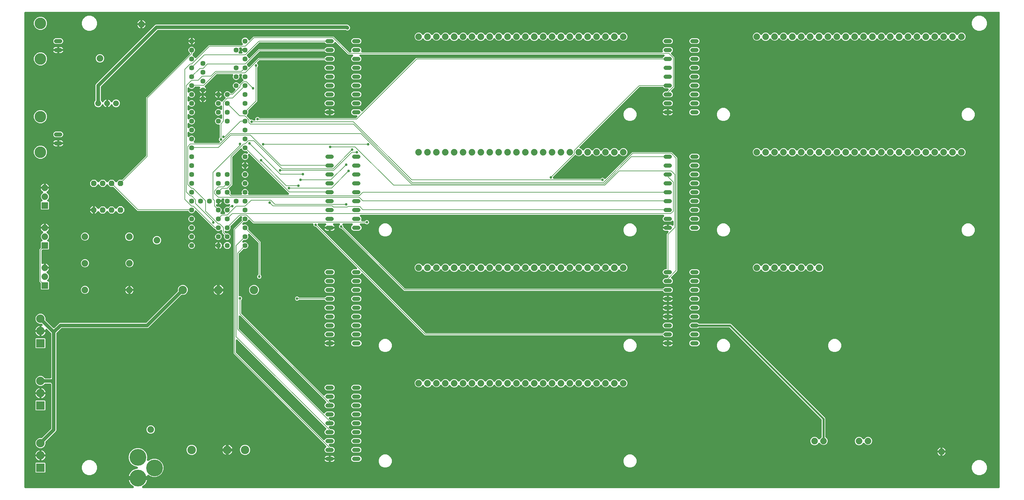
<source format=gbr>
G04 EAGLE Gerber RS-274X export*
G75*
%MOMM*%
%FSLAX34Y34*%
%LPD*%
%INBottom Copper*%
%IPPOS*%
%AMOC8*
5,1,8,0,0,1.08239X$1,22.5*%
G01*
%ADD10P,1.732040X8X202.500000*%
%ADD11C,4.800000*%
%ADD12C,1.219200*%
%ADD13C,1.676400*%
%ADD14C,1.206400*%
%ADD15C,3.300000*%
%ADD16C,2.400000*%
%ADD17R,1.879600X1.879600*%
%ADD18C,1.879600*%
%ADD19R,2.413000X2.413000*%
%ADD20C,2.413000*%
%ADD21C,1.447800*%
%ADD22C,1.168400*%
%ADD23C,0.914400*%
%ADD24C,1.016000*%
%ADD25C,0.203200*%
%ADD26C,0.762000*%
%ADD27C,0.609600*%

G36*
X314735Y5091D02*
X314735Y5091D01*
X314869Y5092D01*
X314981Y5111D01*
X315095Y5121D01*
X315224Y5153D01*
X315355Y5175D01*
X315463Y5212D01*
X315573Y5239D01*
X315696Y5292D01*
X315822Y5335D01*
X315922Y5389D01*
X316027Y5434D01*
X316139Y5505D01*
X316256Y5568D01*
X316347Y5638D01*
X316443Y5699D01*
X316542Y5788D01*
X316648Y5869D01*
X316726Y5952D01*
X316811Y6028D01*
X316894Y6131D01*
X316985Y6228D01*
X317049Y6323D01*
X317121Y6412D01*
X317186Y6527D01*
X317261Y6638D01*
X317308Y6741D01*
X317365Y6840D01*
X317411Y6965D01*
X317466Y7086D01*
X317497Y7196D01*
X317536Y7303D01*
X317562Y7433D01*
X317597Y7562D01*
X317609Y7675D01*
X317631Y7787D01*
X317635Y7920D01*
X317649Y8052D01*
X317643Y8166D01*
X317646Y8280D01*
X317629Y8412D01*
X317621Y8545D01*
X317597Y8656D01*
X317582Y8769D01*
X317543Y8897D01*
X317515Y9026D01*
X317472Y9132D01*
X317439Y9241D01*
X317381Y9361D01*
X317331Y9485D01*
X317273Y9582D01*
X317222Y9685D01*
X317146Y9793D01*
X317077Y9907D01*
X317003Y9994D01*
X316937Y10087D01*
X316844Y10181D01*
X316757Y10283D01*
X316691Y10335D01*
X316590Y10438D01*
X316275Y10668D01*
X316224Y10708D01*
X313818Y12220D01*
X311487Y14079D01*
X309379Y16187D01*
X307520Y18517D01*
X305934Y21042D01*
X304641Y23727D01*
X303656Y26541D01*
X303368Y27805D01*
X326152Y27805D01*
X326228Y27811D01*
X326304Y27809D01*
X326473Y27831D01*
X326644Y27845D01*
X326717Y27863D01*
X326793Y27873D01*
X326957Y27922D01*
X327122Y27963D01*
X327192Y27993D01*
X327265Y28015D01*
X327419Y28091D01*
X327576Y28158D01*
X327640Y28199D01*
X327708Y28232D01*
X327848Y28331D01*
X327992Y28423D01*
X328049Y28474D01*
X328111Y28518D01*
X328232Y28638D01*
X328360Y28752D01*
X328408Y28811D01*
X328462Y28865D01*
X328562Y29003D01*
X328670Y29136D01*
X328707Y29202D01*
X328752Y29263D01*
X328829Y29416D01*
X328914Y29564D01*
X328940Y29636D01*
X328974Y29704D01*
X329026Y29867D01*
X329085Y30027D01*
X329100Y30102D01*
X329123Y30174D01*
X329135Y30279D01*
X329180Y30511D01*
X329187Y30747D01*
X329199Y30852D01*
X329199Y36948D01*
X329193Y37024D01*
X329195Y37100D01*
X329173Y37269D01*
X329159Y37440D01*
X329141Y37514D01*
X329131Y37589D01*
X329082Y37753D01*
X329040Y37918D01*
X329010Y37988D01*
X328988Y38061D01*
X328913Y38215D01*
X328846Y38372D01*
X328805Y38436D01*
X328772Y38505D01*
X328673Y38644D01*
X328581Y38788D01*
X328530Y38845D01*
X328486Y38907D01*
X328366Y39028D01*
X328252Y39156D01*
X328193Y39204D01*
X328139Y39258D01*
X328001Y39358D01*
X327868Y39466D01*
X327802Y39503D01*
X327741Y39548D01*
X327588Y39625D01*
X327440Y39710D01*
X327368Y39736D01*
X327300Y39771D01*
X327137Y39822D01*
X326977Y39881D01*
X326902Y39896D01*
X326830Y39919D01*
X326725Y39931D01*
X326493Y39976D01*
X326257Y39983D01*
X326152Y39995D01*
X303368Y39995D01*
X303656Y41259D01*
X304641Y44073D01*
X305934Y46758D01*
X307520Y49283D01*
X309379Y51613D01*
X311487Y53721D01*
X313817Y55580D01*
X316342Y57166D01*
X319027Y58459D01*
X321841Y59444D01*
X324747Y60107D01*
X326318Y60284D01*
X326393Y60299D01*
X326469Y60305D01*
X326634Y60346D01*
X326802Y60379D01*
X326874Y60405D01*
X326947Y60423D01*
X327104Y60491D01*
X327265Y60550D01*
X327331Y60588D01*
X327401Y60618D01*
X327545Y60710D01*
X327693Y60794D01*
X327753Y60842D01*
X327817Y60883D01*
X327944Y60997D01*
X328077Y61104D01*
X328128Y61161D01*
X328185Y61212D01*
X328292Y61345D01*
X328406Y61472D01*
X328447Y61536D01*
X328495Y61596D01*
X328579Y61744D01*
X328671Y61888D01*
X328701Y61958D01*
X328739Y62024D01*
X328798Y62185D01*
X328865Y62342D01*
X328884Y62415D01*
X328910Y62487D01*
X328943Y62655D01*
X328984Y62820D01*
X328990Y62896D01*
X329005Y62971D01*
X329010Y63141D01*
X329024Y63312D01*
X329018Y63388D01*
X329020Y63464D01*
X328998Y63634D01*
X328984Y63804D01*
X328966Y63878D01*
X328956Y63953D01*
X328906Y64117D01*
X328865Y64283D01*
X328835Y64353D01*
X328813Y64426D01*
X328738Y64579D01*
X328671Y64736D01*
X328630Y64800D01*
X328596Y64869D01*
X328498Y65008D01*
X328406Y65152D01*
X328355Y65209D01*
X328311Y65271D01*
X328191Y65393D01*
X328077Y65520D01*
X328018Y65568D01*
X327964Y65622D01*
X327826Y65722D01*
X327693Y65830D01*
X327627Y65868D01*
X327566Y65912D01*
X327413Y65989D01*
X327264Y66074D01*
X327193Y66100D01*
X327125Y66135D01*
X326962Y66186D01*
X326802Y66245D01*
X326727Y66260D01*
X326655Y66283D01*
X326550Y66295D01*
X326318Y66340D01*
X326147Y66340D01*
X325977Y66359D01*
X325706Y66359D01*
X318956Y68168D01*
X312904Y71662D01*
X307962Y76604D01*
X304468Y82656D01*
X302659Y89406D01*
X302659Y96394D01*
X304468Y103144D01*
X307962Y109196D01*
X312904Y114138D01*
X318956Y117632D01*
X325706Y119441D01*
X332694Y119441D01*
X339444Y117632D01*
X345496Y114138D01*
X350438Y109196D01*
X353932Y103144D01*
X355741Y96394D01*
X355741Y89406D01*
X354969Y86527D01*
X354935Y86340D01*
X354894Y86155D01*
X354891Y86097D01*
X354881Y86041D01*
X354877Y85852D01*
X354866Y85662D01*
X354872Y85605D01*
X354871Y85548D01*
X354899Y85360D01*
X354919Y85171D01*
X354934Y85116D01*
X354942Y85060D01*
X354999Y84879D01*
X355049Y84696D01*
X355073Y84644D01*
X355090Y84589D01*
X355176Y84420D01*
X355255Y84247D01*
X355287Y84200D01*
X355313Y84149D01*
X355424Y83996D01*
X355530Y83838D01*
X355569Y83796D01*
X355603Y83750D01*
X355738Y83617D01*
X355868Y83478D01*
X355913Y83444D01*
X355954Y83404D01*
X356109Y83294D01*
X356260Y83178D01*
X356310Y83151D01*
X356356Y83118D01*
X356527Y83035D01*
X356694Y82945D01*
X356748Y82926D01*
X356800Y82901D01*
X356981Y82847D01*
X357161Y82785D01*
X357217Y82775D01*
X357272Y82759D01*
X357460Y82734D01*
X357647Y82702D01*
X357705Y82702D01*
X357761Y82695D01*
X357950Y82700D01*
X358141Y82699D01*
X358197Y82708D01*
X358254Y82710D01*
X358440Y82746D01*
X358628Y82776D01*
X358682Y82794D01*
X358738Y82805D01*
X358916Y82871D01*
X359097Y82930D01*
X359147Y82957D01*
X359201Y82976D01*
X359365Y83070D01*
X359534Y83158D01*
X359570Y83187D01*
X359629Y83220D01*
X360013Y83530D01*
X360043Y83564D01*
X360067Y83583D01*
X360215Y83731D01*
X366152Y87159D01*
X372773Y88933D01*
X379627Y88933D01*
X386248Y87159D01*
X392185Y83731D01*
X397031Y78885D01*
X400459Y72948D01*
X402233Y66327D01*
X402233Y59473D01*
X400459Y52852D01*
X397031Y46915D01*
X392185Y42069D01*
X386248Y38641D01*
X379627Y36867D01*
X372773Y36867D01*
X366152Y38641D01*
X360177Y42091D01*
X360169Y42099D01*
X360076Y42165D01*
X359989Y42238D01*
X359875Y42307D01*
X359767Y42384D01*
X359664Y42434D01*
X359567Y42493D01*
X359443Y42543D01*
X359324Y42601D01*
X359214Y42634D01*
X359109Y42676D01*
X358979Y42705D01*
X358851Y42743D01*
X358738Y42758D01*
X358627Y42783D01*
X358494Y42790D01*
X358362Y42808D01*
X358248Y42804D01*
X358134Y42811D01*
X358002Y42796D01*
X357869Y42792D01*
X357757Y42770D01*
X357644Y42758D01*
X357515Y42723D01*
X357385Y42698D01*
X357278Y42658D01*
X357168Y42628D01*
X357047Y42572D01*
X356922Y42526D01*
X356823Y42470D01*
X356720Y42422D01*
X356609Y42348D01*
X356494Y42282D01*
X356405Y42210D01*
X356310Y42147D01*
X356213Y42055D01*
X356110Y41972D01*
X356034Y41887D01*
X355951Y41809D01*
X355870Y41703D01*
X355781Y41604D01*
X355720Y41508D01*
X355651Y41417D01*
X355588Y41300D01*
X355516Y41188D01*
X355471Y41083D01*
X355417Y40983D01*
X355374Y40857D01*
X355322Y40734D01*
X355294Y40624D01*
X355257Y40516D01*
X355235Y40385D01*
X355203Y40256D01*
X355194Y40142D01*
X355175Y40030D01*
X355174Y39995D01*
X332248Y39995D01*
X332172Y39989D01*
X332096Y39991D01*
X331927Y39969D01*
X331756Y39955D01*
X331683Y39937D01*
X331607Y39927D01*
X331443Y39878D01*
X331278Y39837D01*
X331208Y39807D01*
X331135Y39784D01*
X330981Y39709D01*
X330824Y39642D01*
X330760Y39601D01*
X330692Y39568D01*
X330552Y39469D01*
X330408Y39377D01*
X330351Y39326D01*
X330289Y39282D01*
X330168Y39162D01*
X330040Y39048D01*
X329992Y38989D01*
X329938Y38935D01*
X329838Y38797D01*
X329730Y38664D01*
X329693Y38598D01*
X329648Y38537D01*
X329571Y38384D01*
X329486Y38236D01*
X329460Y38164D01*
X329426Y38096D01*
X329374Y37933D01*
X329315Y37773D01*
X329300Y37698D01*
X329277Y37626D01*
X329265Y37521D01*
X329220Y37289D01*
X329213Y37053D01*
X329201Y36948D01*
X329201Y30852D01*
X329207Y30776D01*
X329205Y30700D01*
X329227Y30531D01*
X329241Y30360D01*
X329259Y30286D01*
X329269Y30211D01*
X329318Y30047D01*
X329360Y29881D01*
X329390Y29812D01*
X329412Y29739D01*
X329487Y29585D01*
X329554Y29428D01*
X329595Y29364D01*
X329628Y29295D01*
X329727Y29156D01*
X329819Y29012D01*
X329870Y28955D01*
X329914Y28893D01*
X330034Y28772D01*
X330148Y28644D01*
X330207Y28596D01*
X330261Y28542D01*
X330399Y28441D01*
X330532Y28334D01*
X330598Y28297D01*
X330659Y28252D01*
X330812Y28175D01*
X330960Y28090D01*
X331032Y28064D01*
X331100Y28029D01*
X331263Y27978D01*
X331423Y27919D01*
X331498Y27904D01*
X331570Y27881D01*
X331675Y27869D01*
X331907Y27824D01*
X332143Y27817D01*
X332248Y27805D01*
X355032Y27805D01*
X354744Y26541D01*
X353759Y23727D01*
X352466Y21042D01*
X350880Y18517D01*
X349021Y16187D01*
X346913Y14079D01*
X344582Y12220D01*
X342176Y10708D01*
X342069Y10629D01*
X341957Y10557D01*
X341872Y10481D01*
X341781Y10413D01*
X341689Y10317D01*
X341589Y10228D01*
X341518Y10140D01*
X341439Y10057D01*
X341363Y9948D01*
X341279Y9844D01*
X341223Y9745D01*
X341158Y9652D01*
X341101Y9531D01*
X341035Y9416D01*
X340996Y9309D01*
X340947Y9206D01*
X340910Y9078D01*
X340864Y8953D01*
X340842Y8841D01*
X340810Y8732D01*
X340795Y8599D01*
X340769Y8469D01*
X340766Y8355D01*
X340752Y8242D01*
X340758Y8109D01*
X340754Y7976D01*
X340769Y7863D01*
X340774Y7749D01*
X340801Y7619D01*
X340818Y7487D01*
X340851Y7378D01*
X340874Y7266D01*
X340922Y7142D01*
X340961Y7014D01*
X341011Y6912D01*
X341052Y6806D01*
X341119Y6691D01*
X341178Y6571D01*
X341243Y6478D01*
X341301Y6380D01*
X341386Y6278D01*
X341463Y6169D01*
X341543Y6088D01*
X341616Y6000D01*
X341716Y5913D01*
X341810Y5818D01*
X341902Y5751D01*
X341988Y5676D01*
X342101Y5606D01*
X342208Y5528D01*
X342310Y5476D01*
X342407Y5416D01*
X342530Y5365D01*
X342649Y5305D01*
X342758Y5271D01*
X342863Y5227D01*
X342992Y5197D01*
X343119Y5157D01*
X343203Y5148D01*
X343343Y5115D01*
X343732Y5088D01*
X343797Y5081D01*
X2785872Y5081D01*
X2785948Y5087D01*
X2786024Y5085D01*
X2786193Y5107D01*
X2786364Y5121D01*
X2786438Y5139D01*
X2786513Y5149D01*
X2786677Y5198D01*
X2786843Y5239D01*
X2786912Y5269D01*
X2786986Y5291D01*
X2787139Y5367D01*
X2787296Y5434D01*
X2787360Y5475D01*
X2787429Y5508D01*
X2787568Y5607D01*
X2787712Y5699D01*
X2787769Y5750D01*
X2787831Y5794D01*
X2787952Y5914D01*
X2788080Y6028D01*
X2788128Y6087D01*
X2788182Y6141D01*
X2788283Y6279D01*
X2788390Y6412D01*
X2788427Y6478D01*
X2788472Y6539D01*
X2788549Y6692D01*
X2788634Y6840D01*
X2788660Y6912D01*
X2788695Y6980D01*
X2788746Y7143D01*
X2788805Y7303D01*
X2788820Y7378D01*
X2788843Y7450D01*
X2788855Y7555D01*
X2788900Y7787D01*
X2788907Y8023D01*
X2788919Y8128D01*
X2788919Y1363472D01*
X2788913Y1363548D01*
X2788915Y1363624D01*
X2788893Y1363793D01*
X2788879Y1363964D01*
X2788861Y1364038D01*
X2788851Y1364113D01*
X2788802Y1364277D01*
X2788761Y1364443D01*
X2788731Y1364512D01*
X2788709Y1364586D01*
X2788633Y1364739D01*
X2788566Y1364896D01*
X2788525Y1364960D01*
X2788492Y1365029D01*
X2788393Y1365168D01*
X2788301Y1365312D01*
X2788250Y1365369D01*
X2788206Y1365431D01*
X2788086Y1365552D01*
X2787972Y1365680D01*
X2787913Y1365728D01*
X2787859Y1365782D01*
X2787721Y1365883D01*
X2787588Y1365990D01*
X2787522Y1366027D01*
X2787461Y1366072D01*
X2787308Y1366149D01*
X2787160Y1366234D01*
X2787088Y1366260D01*
X2787020Y1366295D01*
X2786857Y1366346D01*
X2786697Y1366405D01*
X2786622Y1366420D01*
X2786550Y1366443D01*
X2786445Y1366455D01*
X2786213Y1366500D01*
X2785977Y1366507D01*
X2785872Y1366519D01*
X8128Y1366519D01*
X8052Y1366513D01*
X7976Y1366515D01*
X7807Y1366493D01*
X7636Y1366479D01*
X7562Y1366461D01*
X7487Y1366451D01*
X7323Y1366402D01*
X7157Y1366361D01*
X7088Y1366331D01*
X7014Y1366309D01*
X6861Y1366233D01*
X6704Y1366166D01*
X6640Y1366125D01*
X6571Y1366092D01*
X6432Y1365993D01*
X6288Y1365901D01*
X6231Y1365850D01*
X6169Y1365806D01*
X6048Y1365686D01*
X5920Y1365572D01*
X5872Y1365513D01*
X5818Y1365459D01*
X5717Y1365321D01*
X5610Y1365188D01*
X5573Y1365122D01*
X5528Y1365061D01*
X5451Y1364908D01*
X5366Y1364760D01*
X5340Y1364688D01*
X5305Y1364620D01*
X5254Y1364457D01*
X5195Y1364297D01*
X5180Y1364222D01*
X5157Y1364150D01*
X5145Y1364045D01*
X5100Y1363813D01*
X5093Y1363577D01*
X5081Y1363472D01*
X5081Y8128D01*
X5087Y8052D01*
X5085Y7976D01*
X5107Y7807D01*
X5121Y7636D01*
X5139Y7562D01*
X5149Y7487D01*
X5198Y7323D01*
X5239Y7157D01*
X5269Y7088D01*
X5291Y7014D01*
X5367Y6861D01*
X5434Y6704D01*
X5475Y6640D01*
X5508Y6571D01*
X5607Y6432D01*
X5699Y6288D01*
X5750Y6231D01*
X5794Y6169D01*
X5914Y6048D01*
X6028Y5920D01*
X6087Y5872D01*
X6141Y5818D01*
X6279Y5717D01*
X6412Y5610D01*
X6478Y5573D01*
X6539Y5528D01*
X6692Y5451D01*
X6840Y5366D01*
X6912Y5340D01*
X6980Y5305D01*
X7143Y5254D01*
X7303Y5195D01*
X7378Y5180D01*
X7450Y5157D01*
X7555Y5145D01*
X7787Y5100D01*
X8023Y5093D01*
X8128Y5081D01*
X314603Y5081D01*
X314735Y5091D01*
G37*
%LPC*%
G36*
X868587Y106171D02*
X868587Y106171D01*
X865599Y107409D01*
X863313Y109695D01*
X862075Y112683D01*
X862075Y115917D01*
X863313Y118905D01*
X865637Y121228D01*
X865666Y121242D01*
X865721Y121279D01*
X865780Y121309D01*
X865926Y121417D01*
X866075Y121517D01*
X866124Y121563D01*
X866177Y121602D01*
X866303Y121731D01*
X866435Y121855D01*
X866475Y121908D01*
X866522Y121955D01*
X866625Y122103D01*
X866735Y122247D01*
X866767Y122305D01*
X866805Y122359D01*
X866883Y122522D01*
X866968Y122681D01*
X866990Y122744D01*
X867019Y122804D01*
X867070Y122977D01*
X867128Y123148D01*
X867140Y123213D01*
X867158Y123277D01*
X867181Y123456D01*
X867211Y123634D01*
X867211Y123701D01*
X867220Y123767D01*
X867213Y123947D01*
X867214Y124128D01*
X867204Y124193D01*
X867201Y124260D01*
X867166Y124436D01*
X867137Y124615D01*
X867117Y124678D01*
X867104Y124743D01*
X867040Y124912D01*
X866983Y125084D01*
X866953Y125142D01*
X866929Y125205D01*
X866839Y125361D01*
X866755Y125521D01*
X866723Y125562D01*
X866682Y125632D01*
X866540Y125806D01*
X866486Y125882D01*
X866438Y125931D01*
X866370Y126014D01*
X866345Y126036D01*
X866330Y126054D01*
X604238Y388147D01*
X602951Y389433D01*
X602487Y390554D01*
X602487Y745334D01*
X602951Y746455D01*
X625350Y768853D01*
X625491Y769020D01*
X625636Y769184D01*
X625651Y769208D01*
X625669Y769229D01*
X625782Y769417D01*
X625898Y769601D01*
X625909Y769628D01*
X625924Y769652D01*
X626005Y769855D01*
X626090Y770056D01*
X626097Y770084D01*
X626107Y770110D01*
X626154Y770323D01*
X626206Y770536D01*
X626208Y770564D01*
X626214Y770592D01*
X626226Y770810D01*
X626242Y771028D01*
X626240Y771056D01*
X626242Y771084D01*
X626218Y771302D01*
X626199Y771519D01*
X626193Y771541D01*
X626189Y771575D01*
X626059Y772051D01*
X626025Y772124D01*
X626011Y772174D01*
X625728Y772856D01*
X625728Y776544D01*
X626375Y778106D01*
X626430Y778278D01*
X626493Y778447D01*
X626506Y778512D01*
X626526Y778575D01*
X626553Y778754D01*
X626588Y778931D01*
X626590Y778997D01*
X626600Y779063D01*
X626598Y779244D01*
X626603Y779424D01*
X626595Y779490D01*
X626594Y779557D01*
X626562Y779734D01*
X626539Y779913D01*
X626520Y779977D01*
X626508Y780042D01*
X626449Y780212D01*
X626396Y780386D01*
X626367Y780445D01*
X626345Y780508D01*
X626259Y780667D01*
X626179Y780829D01*
X626141Y780883D01*
X626109Y780941D01*
X625998Y781084D01*
X625894Y781231D01*
X625847Y781278D01*
X625806Y781331D01*
X625674Y781454D01*
X625547Y781582D01*
X625494Y781621D01*
X625445Y781666D01*
X625294Y781766D01*
X625149Y781872D01*
X625089Y781902D01*
X625034Y781939D01*
X624869Y782013D01*
X624708Y782095D01*
X624645Y782115D01*
X624584Y782142D01*
X624410Y782189D01*
X624238Y782243D01*
X624185Y782249D01*
X624107Y782270D01*
X623617Y782319D01*
X623583Y782317D01*
X623560Y782319D01*
X622285Y782319D01*
X622171Y782310D01*
X622057Y782311D01*
X621926Y782290D01*
X621793Y782279D01*
X621683Y782252D01*
X621570Y782234D01*
X621443Y782193D01*
X621315Y782161D01*
X621210Y782116D01*
X621101Y782080D01*
X620983Y782018D01*
X620861Y781966D01*
X620765Y781905D01*
X620664Y781852D01*
X620590Y781793D01*
X620445Y781701D01*
X620203Y781485D01*
X620130Y781427D01*
X593850Y755146D01*
X593709Y754981D01*
X593564Y754816D01*
X593549Y754792D01*
X593531Y754771D01*
X593418Y754583D01*
X593302Y754399D01*
X593291Y754373D01*
X593276Y754348D01*
X593195Y754145D01*
X593110Y753944D01*
X593103Y753916D01*
X593093Y753890D01*
X593046Y753677D01*
X592994Y753464D01*
X592992Y753436D01*
X592986Y753408D01*
X592974Y753189D01*
X592958Y752972D01*
X592960Y752944D01*
X592958Y752916D01*
X592982Y752698D01*
X593001Y752481D01*
X593007Y752458D01*
X593011Y752425D01*
X593141Y751949D01*
X593175Y751876D01*
X593190Y751826D01*
X593472Y751144D01*
X593472Y747456D01*
X592060Y744048D01*
X589452Y741440D01*
X586044Y740028D01*
X582356Y740028D01*
X580352Y740858D01*
X580217Y740902D01*
X580084Y740955D01*
X579982Y740977D01*
X579883Y741009D01*
X579742Y741031D01*
X579603Y741061D01*
X579498Y741067D01*
X579395Y741083D01*
X579253Y741081D01*
X579110Y741089D01*
X579006Y741078D01*
X578902Y741077D01*
X578761Y741052D01*
X578620Y741037D01*
X578519Y741009D01*
X578416Y740991D01*
X578281Y740944D01*
X578144Y740906D01*
X578049Y740863D01*
X577950Y740828D01*
X577825Y740760D01*
X577695Y740701D01*
X577609Y740642D01*
X577517Y740592D01*
X577404Y740505D01*
X577286Y740425D01*
X577210Y740354D01*
X577127Y740289D01*
X577030Y740185D01*
X576927Y740087D01*
X576863Y740004D01*
X576792Y739928D01*
X576713Y739809D01*
X576626Y739696D01*
X576577Y739604D01*
X576519Y739517D01*
X576461Y739387D01*
X576393Y739261D01*
X576359Y739162D01*
X576316Y739067D01*
X576279Y738929D01*
X576233Y738795D01*
X576216Y738691D01*
X576189Y738590D01*
X576174Y738449D01*
X576151Y738308D01*
X576150Y738203D01*
X576139Y738100D01*
X576148Y737957D01*
X576147Y737815D01*
X576164Y737712D01*
X576170Y737607D01*
X576202Y737468D01*
X576224Y737327D01*
X576257Y737228D01*
X576280Y737126D01*
X576334Y736994D01*
X576378Y736859D01*
X576427Y736766D01*
X576466Y736669D01*
X576540Y736548D01*
X576606Y736421D01*
X576655Y736360D01*
X576723Y736248D01*
X577006Y735920D01*
X577031Y735888D01*
X579072Y733848D01*
X579238Y733706D01*
X579402Y733562D01*
X579426Y733547D01*
X579448Y733528D01*
X579635Y733415D01*
X579820Y733299D01*
X579846Y733288D01*
X579870Y733274D01*
X580073Y733193D01*
X580275Y733108D01*
X580302Y733101D01*
X580328Y733090D01*
X580542Y733043D01*
X580754Y732992D01*
X580782Y732990D01*
X580810Y732984D01*
X581029Y732971D01*
X581246Y732955D01*
X581274Y732958D01*
X581303Y732956D01*
X581520Y732979D01*
X581738Y732998D01*
X581760Y733005D01*
X581793Y733008D01*
X582269Y733139D01*
X582340Y733172D01*
X586044Y733172D01*
X589452Y731760D01*
X592060Y729152D01*
X593472Y725744D01*
X593472Y722056D01*
X592060Y718648D01*
X589452Y716040D01*
X586044Y714628D01*
X582356Y714628D01*
X578948Y716040D01*
X576340Y718648D01*
X574928Y722056D01*
X574928Y725744D01*
X575210Y726426D01*
X575277Y726633D01*
X575348Y726840D01*
X575353Y726868D01*
X575362Y726895D01*
X575394Y727110D01*
X575431Y727326D01*
X575431Y727355D01*
X575435Y727383D01*
X575433Y727601D01*
X575434Y727820D01*
X575429Y727848D01*
X575429Y727876D01*
X575391Y728091D01*
X575357Y728307D01*
X575348Y728334D01*
X575343Y728362D01*
X575271Y728568D01*
X575203Y728776D01*
X575190Y728801D01*
X575181Y728828D01*
X575076Y729019D01*
X574975Y729213D01*
X574961Y729232D01*
X574945Y729261D01*
X574642Y729651D01*
X574583Y729705D01*
X574550Y729746D01*
X571494Y732803D01*
X571385Y732895D01*
X571283Y732995D01*
X571197Y733055D01*
X571118Y733122D01*
X570996Y733196D01*
X570879Y733278D01*
X570784Y733323D01*
X570695Y733377D01*
X570613Y733410D01*
X570587Y733488D01*
X570576Y733527D01*
X569975Y734978D01*
X569975Y740006D01*
X569972Y740044D01*
X569974Y740082D01*
X569952Y740290D01*
X569935Y740498D01*
X569926Y740535D01*
X569922Y740573D01*
X569867Y740774D01*
X569817Y740977D01*
X569802Y741012D01*
X569791Y741049D01*
X569705Y741238D01*
X569622Y741430D01*
X569602Y741462D01*
X569586Y741497D01*
X569469Y741671D01*
X569357Y741846D01*
X569332Y741875D01*
X569310Y741906D01*
X569167Y742059D01*
X569028Y742214D01*
X568999Y742238D01*
X568972Y742266D01*
X568807Y742393D01*
X568644Y742524D01*
X568611Y742543D01*
X568581Y742566D01*
X568397Y742665D01*
X568216Y742768D01*
X568180Y742781D01*
X568146Y742799D01*
X567949Y742867D01*
X567753Y742940D01*
X567716Y742947D01*
X567680Y742959D01*
X567473Y742994D01*
X567269Y743034D01*
X567231Y743036D01*
X567193Y743042D01*
X566984Y743043D01*
X566776Y743050D01*
X566738Y743045D01*
X566700Y743045D01*
X566493Y743013D01*
X566287Y742985D01*
X566250Y742974D01*
X566213Y742968D01*
X566015Y742903D01*
X565815Y742843D01*
X565780Y742826D01*
X565744Y742814D01*
X565559Y742718D01*
X565371Y742626D01*
X565340Y742604D01*
X565306Y742586D01*
X565234Y742528D01*
X564969Y742341D01*
X564847Y742220D01*
X564773Y742161D01*
X564052Y741440D01*
X560644Y740028D01*
X556956Y740028D01*
X553548Y741440D01*
X550940Y744048D01*
X550596Y744878D01*
X550496Y745073D01*
X550400Y745269D01*
X550384Y745292D01*
X550371Y745317D01*
X550241Y745493D01*
X550115Y745671D01*
X550095Y745691D01*
X550078Y745714D01*
X549921Y745867D01*
X549768Y746022D01*
X549745Y746039D01*
X549725Y746059D01*
X549545Y746184D01*
X549369Y746312D01*
X549344Y746325D01*
X549321Y746341D01*
X549124Y746436D01*
X548929Y746535D01*
X548902Y746543D01*
X548876Y746556D01*
X548667Y746617D01*
X548458Y746683D01*
X548435Y746686D01*
X548403Y746695D01*
X548096Y746734D01*
X546913Y747223D01*
X545627Y748510D01*
X496271Y797866D01*
X496133Y797982D01*
X496001Y798105D01*
X495945Y798142D01*
X495895Y798185D01*
X495740Y798278D01*
X495590Y798378D01*
X495529Y798405D01*
X495472Y798440D01*
X495305Y798507D01*
X495140Y798581D01*
X495076Y798598D01*
X495014Y798623D01*
X494838Y798662D01*
X494664Y798709D01*
X494597Y798715D01*
X494532Y798730D01*
X494352Y798740D01*
X494173Y798758D01*
X494106Y798754D01*
X494040Y798757D01*
X493860Y798738D01*
X493680Y798727D01*
X493615Y798712D01*
X493549Y798705D01*
X493375Y798657D01*
X493199Y798617D01*
X493138Y798592D01*
X493074Y798574D01*
X492909Y798499D01*
X492742Y798431D01*
X492686Y798397D01*
X492625Y798369D01*
X492475Y798268D01*
X492322Y798174D01*
X492271Y798130D01*
X492216Y798093D01*
X492085Y797970D01*
X491948Y797852D01*
X491905Y797801D01*
X491856Y797756D01*
X491747Y797612D01*
X491631Y797474D01*
X491605Y797428D01*
X491556Y797364D01*
X491323Y796929D01*
X491312Y796898D01*
X491301Y796877D01*
X490460Y794848D01*
X487852Y792240D01*
X484444Y790828D01*
X480756Y790828D01*
X477348Y792240D01*
X474740Y794848D01*
X474396Y795678D01*
X474296Y795873D01*
X474200Y796069D01*
X474184Y796092D01*
X474171Y796117D01*
X474041Y796293D01*
X473915Y796471D01*
X473895Y796491D01*
X473878Y796514D01*
X473721Y796667D01*
X473568Y796822D01*
X473545Y796839D01*
X473525Y796859D01*
X473345Y796984D01*
X473169Y797112D01*
X473144Y797125D01*
X473121Y797141D01*
X472924Y797236D01*
X472729Y797335D01*
X472702Y797343D01*
X472676Y797356D01*
X472467Y797417D01*
X472258Y797483D01*
X472235Y797486D01*
X472203Y797495D01*
X471713Y797556D01*
X471633Y797553D01*
X471581Y797559D01*
X328578Y797559D01*
X327457Y798023D01*
X260107Y865374D01*
X260020Y865448D01*
X259939Y865529D01*
X259832Y865607D01*
X259731Y865693D01*
X259633Y865752D01*
X259541Y865819D01*
X259422Y865879D01*
X259308Y865948D01*
X259202Y865990D01*
X259100Y866042D01*
X258973Y866082D01*
X258850Y866131D01*
X258739Y866156D01*
X258630Y866190D01*
X258536Y866200D01*
X258368Y866238D01*
X258044Y866256D01*
X257952Y866266D01*
X249844Y866266D01*
X243455Y872655D01*
X243397Y872705D01*
X243345Y872760D01*
X243314Y872784D01*
X243288Y872810D01*
X243183Y872887D01*
X243079Y872975D01*
X243013Y873014D01*
X242953Y873061D01*
X242918Y873079D01*
X242890Y873100D01*
X242775Y873158D01*
X242656Y873229D01*
X242586Y873258D01*
X242518Y873294D01*
X242479Y873307D01*
X242449Y873322D01*
X242329Y873360D01*
X242198Y873413D01*
X242124Y873429D01*
X242052Y873454D01*
X242010Y873461D01*
X241979Y873471D01*
X241900Y873479D01*
X241883Y873482D01*
X241717Y873519D01*
X241640Y873524D01*
X241565Y873536D01*
X241394Y873537D01*
X241377Y873538D01*
X241301Y873547D01*
X241299Y873547D01*
X241269Y873545D01*
X241224Y873547D01*
X241148Y873539D01*
X241072Y873539D01*
X240929Y873517D01*
X240807Y873507D01*
X240776Y873499D01*
X240733Y873495D01*
X240660Y873475D01*
X240585Y873463D01*
X240449Y873418D01*
X240329Y873388D01*
X240298Y873375D01*
X240258Y873364D01*
X240188Y873332D01*
X240116Y873309D01*
X239992Y873244D01*
X239875Y873194D01*
X239846Y873175D01*
X239809Y873158D01*
X239746Y873116D01*
X239678Y873081D01*
X239603Y873020D01*
X239459Y872929D01*
X239432Y872905D01*
X239400Y872883D01*
X239245Y872738D01*
X239219Y872714D01*
X239145Y872655D01*
X232756Y866266D01*
X224444Y866266D01*
X218055Y872655D01*
X217997Y872705D01*
X217945Y872760D01*
X217914Y872784D01*
X217888Y872810D01*
X217783Y872887D01*
X217679Y872975D01*
X217613Y873014D01*
X217553Y873061D01*
X217518Y873079D01*
X217490Y873100D01*
X217375Y873158D01*
X217256Y873229D01*
X217186Y873258D01*
X217118Y873294D01*
X217079Y873307D01*
X217049Y873322D01*
X216929Y873360D01*
X216798Y873413D01*
X216724Y873429D01*
X216652Y873454D01*
X216610Y873461D01*
X216579Y873471D01*
X216500Y873479D01*
X216483Y873482D01*
X216317Y873519D01*
X216240Y873524D01*
X216165Y873536D01*
X215994Y873537D01*
X215977Y873538D01*
X215901Y873547D01*
X215899Y873547D01*
X215869Y873545D01*
X215824Y873547D01*
X215748Y873539D01*
X215672Y873539D01*
X215529Y873517D01*
X215407Y873507D01*
X215376Y873499D01*
X215333Y873495D01*
X215260Y873475D01*
X215185Y873463D01*
X215049Y873418D01*
X214929Y873388D01*
X214898Y873375D01*
X214858Y873364D01*
X214788Y873332D01*
X214716Y873309D01*
X214592Y873244D01*
X214475Y873194D01*
X214446Y873175D01*
X214409Y873158D01*
X214346Y873116D01*
X214278Y873081D01*
X214203Y873020D01*
X214059Y872929D01*
X214032Y872905D01*
X214000Y872883D01*
X213845Y872738D01*
X213819Y872714D01*
X213745Y872655D01*
X207356Y866266D01*
X199044Y866266D01*
X193166Y872144D01*
X193166Y880456D01*
X199044Y886334D01*
X207356Y886334D01*
X213745Y879945D01*
X213803Y879895D01*
X213856Y879840D01*
X213991Y879736D01*
X214121Y879625D01*
X214187Y879586D01*
X214247Y879539D01*
X214397Y879459D01*
X214544Y879370D01*
X214615Y879342D01*
X214682Y879306D01*
X214843Y879251D01*
X215002Y879187D01*
X215076Y879171D01*
X215148Y879146D01*
X215317Y879118D01*
X215484Y879081D01*
X215560Y879076D01*
X215635Y879064D01*
X215806Y879063D01*
X215976Y879053D01*
X216052Y879061D01*
X216128Y879061D01*
X216297Y879087D01*
X216467Y879105D01*
X216540Y879125D01*
X216615Y879137D01*
X216778Y879191D01*
X216942Y879236D01*
X217012Y879268D01*
X217084Y879291D01*
X217235Y879370D01*
X217391Y879442D01*
X217454Y879484D01*
X217522Y879519D01*
X217604Y879585D01*
X217800Y879717D01*
X217972Y879879D01*
X218055Y879945D01*
X224444Y886334D01*
X232756Y886334D01*
X239145Y879945D01*
X239203Y879895D01*
X239256Y879840D01*
X239391Y879736D01*
X239521Y879625D01*
X239587Y879586D01*
X239647Y879539D01*
X239797Y879459D01*
X239944Y879370D01*
X240015Y879342D01*
X240082Y879306D01*
X240243Y879251D01*
X240402Y879187D01*
X240476Y879171D01*
X240548Y879146D01*
X240717Y879118D01*
X240884Y879081D01*
X240960Y879076D01*
X241035Y879064D01*
X241206Y879063D01*
X241376Y879053D01*
X241452Y879061D01*
X241528Y879061D01*
X241697Y879087D01*
X241867Y879105D01*
X241940Y879125D01*
X242015Y879137D01*
X242178Y879191D01*
X242342Y879236D01*
X242412Y879268D01*
X242484Y879291D01*
X242635Y879370D01*
X242791Y879442D01*
X242854Y879484D01*
X242922Y879519D01*
X243004Y879585D01*
X243200Y879717D01*
X243372Y879879D01*
X243455Y879945D01*
X249844Y886334D01*
X258156Y886334D01*
X264545Y879945D01*
X264603Y879895D01*
X264656Y879840D01*
X264791Y879736D01*
X264921Y879625D01*
X264987Y879586D01*
X265047Y879539D01*
X265197Y879459D01*
X265344Y879370D01*
X265415Y879342D01*
X265482Y879306D01*
X265643Y879251D01*
X265802Y879187D01*
X265876Y879171D01*
X265948Y879146D01*
X266117Y879118D01*
X266284Y879081D01*
X266360Y879076D01*
X266435Y879064D01*
X266606Y879063D01*
X266776Y879053D01*
X266852Y879061D01*
X266928Y879061D01*
X267097Y879087D01*
X267267Y879105D01*
X267340Y879125D01*
X267415Y879137D01*
X267578Y879191D01*
X267742Y879236D01*
X267812Y879268D01*
X267884Y879291D01*
X268035Y879370D01*
X268191Y879442D01*
X268254Y879484D01*
X268322Y879519D01*
X268404Y879585D01*
X268600Y879717D01*
X268772Y879879D01*
X268855Y879945D01*
X275244Y886334D01*
X283352Y886334D01*
X283466Y886343D01*
X283580Y886342D01*
X283711Y886363D01*
X283844Y886374D01*
X283954Y886401D01*
X284067Y886419D01*
X284194Y886460D01*
X284323Y886492D01*
X284427Y886537D01*
X284536Y886573D01*
X284654Y886635D01*
X284776Y886687D01*
X284872Y886748D01*
X284974Y886801D01*
X285047Y886860D01*
X285192Y886952D01*
X285434Y887168D01*
X285507Y887226D01*
X351659Y953378D01*
X351733Y953465D01*
X351814Y953546D01*
X351892Y953653D01*
X351978Y953754D01*
X352037Y953852D01*
X352104Y953944D01*
X352164Y954063D01*
X352233Y954177D01*
X352275Y954283D01*
X352327Y954385D01*
X352367Y954512D01*
X352416Y954635D01*
X352441Y954746D01*
X352475Y954855D01*
X352485Y954949D01*
X352523Y955117D01*
X352541Y955441D01*
X352551Y955533D01*
X352551Y1120238D01*
X353015Y1121359D01*
X354302Y1122645D01*
X477067Y1245411D01*
X477117Y1245469D01*
X477172Y1245521D01*
X477276Y1245657D01*
X477387Y1245787D01*
X477426Y1245852D01*
X477473Y1245913D01*
X477553Y1246063D01*
X477641Y1246209D01*
X477670Y1246280D01*
X477706Y1246347D01*
X477761Y1246509D01*
X477825Y1246668D01*
X477841Y1246742D01*
X477866Y1246814D01*
X477894Y1246983D01*
X477931Y1247149D01*
X477936Y1247225D01*
X477948Y1247300D01*
X477949Y1247471D01*
X477959Y1247642D01*
X477951Y1247717D01*
X477951Y1247794D01*
X477925Y1247963D01*
X477907Y1248132D01*
X477887Y1248206D01*
X477875Y1248281D01*
X477821Y1248443D01*
X477776Y1248608D01*
X477744Y1248677D01*
X477721Y1248750D01*
X477642Y1248901D01*
X477570Y1249056D01*
X477528Y1249120D01*
X477493Y1249187D01*
X477427Y1249269D01*
X477295Y1249466D01*
X477133Y1249638D01*
X477067Y1249720D01*
X474740Y1252048D01*
X473328Y1255456D01*
X473328Y1259144D01*
X474740Y1262552D01*
X477348Y1265160D01*
X480756Y1266572D01*
X484444Y1266572D01*
X487852Y1265160D01*
X490460Y1262552D01*
X491872Y1259144D01*
X491872Y1255456D01*
X490460Y1252048D01*
X487852Y1249440D01*
X487530Y1249306D01*
X487335Y1249207D01*
X487139Y1249111D01*
X487116Y1249094D01*
X487091Y1249081D01*
X486915Y1248952D01*
X486737Y1248825D01*
X486717Y1248805D01*
X486694Y1248788D01*
X486542Y1248632D01*
X486386Y1248479D01*
X486369Y1248456D01*
X486350Y1248435D01*
X486225Y1248257D01*
X486096Y1248080D01*
X486083Y1248054D01*
X486067Y1248031D01*
X485971Y1247833D01*
X485873Y1247639D01*
X485865Y1247612D01*
X485852Y1247587D01*
X485791Y1247377D01*
X485725Y1247169D01*
X485722Y1247146D01*
X485713Y1247113D01*
X485652Y1246624D01*
X485655Y1246544D01*
X485649Y1246491D01*
X485649Y1246026D01*
X485080Y1244651D01*
X485040Y1244592D01*
X485013Y1244532D01*
X484979Y1244475D01*
X484912Y1244308D01*
X484837Y1244143D01*
X484820Y1244079D01*
X484796Y1244017D01*
X484757Y1243841D01*
X484710Y1243666D01*
X484703Y1243600D01*
X484689Y1243536D01*
X484679Y1243355D01*
X484661Y1243175D01*
X484665Y1243109D01*
X484661Y1243043D01*
X484680Y1242863D01*
X484691Y1242683D01*
X484706Y1242618D01*
X484713Y1242553D01*
X484761Y1242378D01*
X484801Y1242202D01*
X484826Y1242140D01*
X484844Y1242077D01*
X484919Y1241913D01*
X484987Y1241745D01*
X485022Y1241688D01*
X485049Y1241628D01*
X485150Y1241478D01*
X485245Y1241324D01*
X485288Y1241274D01*
X485325Y1241219D01*
X485448Y1241087D01*
X485566Y1240950D01*
X485617Y1240908D01*
X485662Y1240859D01*
X485806Y1240749D01*
X485944Y1240633D01*
X485990Y1240608D01*
X486054Y1240559D01*
X486488Y1240326D01*
X486521Y1240315D01*
X486541Y1240303D01*
X487852Y1239760D01*
X490460Y1237152D01*
X491003Y1235841D01*
X491085Y1235681D01*
X491161Y1235517D01*
X491198Y1235461D01*
X491228Y1235402D01*
X491335Y1235257D01*
X491436Y1235107D01*
X491482Y1235059D01*
X491521Y1235005D01*
X491650Y1234879D01*
X491774Y1234748D01*
X491827Y1234707D01*
X491874Y1234661D01*
X492022Y1234557D01*
X492165Y1234448D01*
X492224Y1234416D01*
X492278Y1234378D01*
X492441Y1234300D01*
X492600Y1234214D01*
X492663Y1234193D01*
X492723Y1234164D01*
X492896Y1234113D01*
X493067Y1234054D01*
X493132Y1234043D01*
X493196Y1234024D01*
X493375Y1234002D01*
X493553Y1233972D01*
X493620Y1233971D01*
X493686Y1233963D01*
X493866Y1233970D01*
X494046Y1233969D01*
X494112Y1233979D01*
X494179Y1233982D01*
X494356Y1234017D01*
X494534Y1234045D01*
X494597Y1234066D01*
X494662Y1234079D01*
X494831Y1234143D01*
X495002Y1234200D01*
X495061Y1234230D01*
X495124Y1234254D01*
X495280Y1234344D01*
X495440Y1234427D01*
X495481Y1234460D01*
X495551Y1234501D01*
X495933Y1234813D01*
X495955Y1234838D01*
X495973Y1234853D01*
X531673Y1270553D01*
X532794Y1271017D01*
X625496Y1271017D01*
X625534Y1271020D01*
X625572Y1271018D01*
X625780Y1271040D01*
X625988Y1271057D01*
X626025Y1271066D01*
X626063Y1271070D01*
X626264Y1271125D01*
X626466Y1271175D01*
X626502Y1271190D01*
X626538Y1271201D01*
X626728Y1271287D01*
X626920Y1271370D01*
X626952Y1271390D01*
X626987Y1271406D01*
X627160Y1271523D01*
X627336Y1271635D01*
X627364Y1271660D01*
X627396Y1271682D01*
X627548Y1271825D01*
X627704Y1271964D01*
X627728Y1271993D01*
X627756Y1272020D01*
X627883Y1272185D01*
X628014Y1272348D01*
X628033Y1272381D01*
X628056Y1272411D01*
X628154Y1272595D01*
X628258Y1272776D01*
X628271Y1272812D01*
X628289Y1272846D01*
X628357Y1273043D01*
X628429Y1273239D01*
X628437Y1273276D01*
X628449Y1273312D01*
X628484Y1273519D01*
X628524Y1273723D01*
X628525Y1273761D01*
X628532Y1273799D01*
X628533Y1274008D01*
X628539Y1274216D01*
X628534Y1274254D01*
X628535Y1274292D01*
X628502Y1274499D01*
X628475Y1274705D01*
X628464Y1274742D01*
X628458Y1274779D01*
X628393Y1274977D01*
X628332Y1275177D01*
X628316Y1275212D01*
X628304Y1275248D01*
X628207Y1275433D01*
X628116Y1275621D01*
X628094Y1275652D01*
X628076Y1275686D01*
X628018Y1275758D01*
X627830Y1276023D01*
X627709Y1276145D01*
X627651Y1276219D01*
X626709Y1277160D01*
X625220Y1280755D01*
X625220Y1284645D01*
X626709Y1288240D01*
X629460Y1290991D01*
X633055Y1292480D01*
X636945Y1292480D01*
X640540Y1290991D01*
X643291Y1288240D01*
X644089Y1286312D01*
X644172Y1286151D01*
X644247Y1285987D01*
X644284Y1285932D01*
X644315Y1285873D01*
X644422Y1285727D01*
X644522Y1285578D01*
X644568Y1285529D01*
X644608Y1285476D01*
X644737Y1285350D01*
X644860Y1285218D01*
X644913Y1285178D01*
X644961Y1285131D01*
X645109Y1285028D01*
X645252Y1284918D01*
X645310Y1284887D01*
X645365Y1284848D01*
X645527Y1284770D01*
X645686Y1284685D01*
X645749Y1284663D01*
X645809Y1284634D01*
X645982Y1284583D01*
X646153Y1284525D01*
X646219Y1284514D01*
X646282Y1284495D01*
X646461Y1284472D01*
X646639Y1284442D01*
X646706Y1284442D01*
X646772Y1284433D01*
X646952Y1284440D01*
X647133Y1284439D01*
X647199Y1284449D01*
X647265Y1284452D01*
X647442Y1284488D01*
X647620Y1284516D01*
X647683Y1284536D01*
X647749Y1284550D01*
X647917Y1284614D01*
X648089Y1284670D01*
X648148Y1284701D01*
X648210Y1284724D01*
X648366Y1284814D01*
X648526Y1284898D01*
X648568Y1284931D01*
X648637Y1284971D01*
X649019Y1285283D01*
X649041Y1285308D01*
X649060Y1285323D01*
X658673Y1294937D01*
X659794Y1295401D01*
X886558Y1295401D01*
X887679Y1294937D01*
X931026Y1251589D01*
X931113Y1251515D01*
X931194Y1251434D01*
X931301Y1251356D01*
X931402Y1251270D01*
X931500Y1251211D01*
X931592Y1251144D01*
X931711Y1251084D01*
X931825Y1251015D01*
X931931Y1250973D01*
X932033Y1250921D01*
X932160Y1250881D01*
X932283Y1250832D01*
X932394Y1250807D01*
X932503Y1250773D01*
X932597Y1250763D01*
X932765Y1250725D01*
X933089Y1250707D01*
X933181Y1250697D01*
X935780Y1250697D01*
X935960Y1250711D01*
X936140Y1250718D01*
X936206Y1250731D01*
X936272Y1250737D01*
X936447Y1250780D01*
X936624Y1250816D01*
X936686Y1250839D01*
X936751Y1250855D01*
X936917Y1250927D01*
X937085Y1250990D01*
X937143Y1251024D01*
X937204Y1251050D01*
X937356Y1251147D01*
X937513Y1251237D01*
X937564Y1251279D01*
X937620Y1251315D01*
X937755Y1251435D01*
X937894Y1251550D01*
X937938Y1251599D01*
X937988Y1251644D01*
X938101Y1251784D01*
X938221Y1251919D01*
X938256Y1251976D01*
X938298Y1252028D01*
X938387Y1252184D01*
X938483Y1252337D01*
X938509Y1252398D01*
X938542Y1252456D01*
X938605Y1252626D01*
X938675Y1252792D01*
X938690Y1252856D01*
X938714Y1252919D01*
X938748Y1253096D01*
X938791Y1253271D01*
X938796Y1253338D01*
X938808Y1253403D01*
X938814Y1253583D01*
X938827Y1253763D01*
X938822Y1253830D01*
X938824Y1253896D01*
X938800Y1254075D01*
X938784Y1254255D01*
X938770Y1254305D01*
X938759Y1254385D01*
X938617Y1254857D01*
X938602Y1254888D01*
X938595Y1254910D01*
X938275Y1255683D01*
X938275Y1258917D01*
X939513Y1261905D01*
X941799Y1264191D01*
X944787Y1265429D01*
X960213Y1265429D01*
X963201Y1264191D01*
X965487Y1261905D01*
X966725Y1258917D01*
X966725Y1255683D01*
X966405Y1254910D01*
X966349Y1254738D01*
X966286Y1254569D01*
X966274Y1254504D01*
X966253Y1254441D01*
X966226Y1254262D01*
X966192Y1254085D01*
X966190Y1254019D01*
X966180Y1253953D01*
X966182Y1253772D01*
X966176Y1253592D01*
X966185Y1253526D01*
X966186Y1253459D01*
X966217Y1253282D01*
X966241Y1253103D01*
X966260Y1253039D01*
X966272Y1252974D01*
X966331Y1252803D01*
X966383Y1252630D01*
X966413Y1252571D01*
X966435Y1252508D01*
X966521Y1252349D01*
X966600Y1252187D01*
X966639Y1252133D01*
X966670Y1252075D01*
X966781Y1251932D01*
X966886Y1251785D01*
X966932Y1251738D01*
X966973Y1251685D01*
X967106Y1251562D01*
X967232Y1251434D01*
X967286Y1251395D01*
X967335Y1251350D01*
X967486Y1251250D01*
X967631Y1251144D01*
X967690Y1251114D01*
X967746Y1251077D01*
X967911Y1251003D01*
X968072Y1250921D01*
X968135Y1250901D01*
X968196Y1250874D01*
X968370Y1250827D01*
X968542Y1250773D01*
X968595Y1250767D01*
X968672Y1250746D01*
X969163Y1250697D01*
X969197Y1250699D01*
X969220Y1250697D01*
X1824780Y1250697D01*
X1824960Y1250711D01*
X1825140Y1250718D01*
X1825206Y1250731D01*
X1825272Y1250737D01*
X1825447Y1250780D01*
X1825624Y1250816D01*
X1825686Y1250839D01*
X1825751Y1250855D01*
X1825917Y1250927D01*
X1826085Y1250990D01*
X1826143Y1251024D01*
X1826204Y1251050D01*
X1826356Y1251147D01*
X1826513Y1251237D01*
X1826564Y1251279D01*
X1826620Y1251315D01*
X1826755Y1251435D01*
X1826894Y1251550D01*
X1826938Y1251599D01*
X1826988Y1251644D01*
X1827101Y1251784D01*
X1827221Y1251919D01*
X1827256Y1251976D01*
X1827298Y1252028D01*
X1827387Y1252184D01*
X1827483Y1252337D01*
X1827509Y1252398D01*
X1827542Y1252456D01*
X1827605Y1252626D01*
X1827675Y1252792D01*
X1827690Y1252856D01*
X1827714Y1252919D01*
X1827748Y1253096D01*
X1827791Y1253271D01*
X1827796Y1253338D01*
X1827808Y1253403D01*
X1827814Y1253583D01*
X1827827Y1253763D01*
X1827822Y1253830D01*
X1827824Y1253896D01*
X1827800Y1254075D01*
X1827784Y1254255D01*
X1827770Y1254305D01*
X1827759Y1254385D01*
X1827617Y1254857D01*
X1827602Y1254888D01*
X1827595Y1254910D01*
X1827275Y1255683D01*
X1827275Y1258917D01*
X1828513Y1261905D01*
X1830799Y1264191D01*
X1833787Y1265429D01*
X1849213Y1265429D01*
X1852201Y1264191D01*
X1854487Y1261905D01*
X1855725Y1258917D01*
X1855725Y1255683D01*
X1854487Y1252695D01*
X1852163Y1250372D01*
X1852134Y1250358D01*
X1852079Y1250321D01*
X1852020Y1250291D01*
X1851874Y1250183D01*
X1851725Y1250083D01*
X1851676Y1250037D01*
X1851623Y1249998D01*
X1851496Y1249868D01*
X1851365Y1249745D01*
X1851325Y1249692D01*
X1851278Y1249645D01*
X1851175Y1249497D01*
X1851065Y1249353D01*
X1851033Y1249295D01*
X1850995Y1249240D01*
X1850917Y1249078D01*
X1850832Y1248919D01*
X1850810Y1248856D01*
X1850781Y1248796D01*
X1850730Y1248623D01*
X1850672Y1248452D01*
X1850660Y1248386D01*
X1850642Y1248323D01*
X1850619Y1248144D01*
X1850589Y1247966D01*
X1850589Y1247899D01*
X1850580Y1247833D01*
X1850587Y1247653D01*
X1850586Y1247472D01*
X1850596Y1247407D01*
X1850599Y1247340D01*
X1850635Y1247163D01*
X1850663Y1246985D01*
X1850683Y1246922D01*
X1850697Y1246857D01*
X1850760Y1246688D01*
X1850817Y1246516D01*
X1850848Y1246457D01*
X1850871Y1246395D01*
X1850961Y1246239D01*
X1851045Y1246079D01*
X1851078Y1246038D01*
X1851118Y1245968D01*
X1851430Y1245586D01*
X1851455Y1245564D01*
X1851470Y1245546D01*
X1859833Y1237183D01*
X1860297Y1236062D01*
X1860297Y1151538D01*
X1859833Y1150417D01*
X1851470Y1142054D01*
X1851353Y1141917D01*
X1851230Y1141784D01*
X1851193Y1141729D01*
X1851150Y1141678D01*
X1851057Y1141524D01*
X1850958Y1141373D01*
X1850930Y1141313D01*
X1850896Y1141256D01*
X1850829Y1141088D01*
X1850755Y1140924D01*
X1850737Y1140859D01*
X1850713Y1140798D01*
X1850674Y1140622D01*
X1850627Y1140447D01*
X1850620Y1140381D01*
X1850606Y1140316D01*
X1850596Y1140136D01*
X1850578Y1139956D01*
X1850582Y1139890D01*
X1850578Y1139824D01*
X1850597Y1139644D01*
X1850609Y1139464D01*
X1850624Y1139399D01*
X1850631Y1139333D01*
X1850678Y1139159D01*
X1850719Y1138983D01*
X1850744Y1138921D01*
X1850761Y1138857D01*
X1850837Y1138693D01*
X1850905Y1138526D01*
X1850939Y1138469D01*
X1850967Y1138409D01*
X1851068Y1138259D01*
X1851162Y1138105D01*
X1851205Y1138055D01*
X1851242Y1138000D01*
X1851366Y1137868D01*
X1851484Y1137731D01*
X1851535Y1137688D01*
X1851580Y1137640D01*
X1851723Y1137530D01*
X1851862Y1137414D01*
X1851908Y1137389D01*
X1851972Y1137340D01*
X1852145Y1137247D01*
X1854487Y1134905D01*
X1855725Y1131917D01*
X1855725Y1128683D01*
X1854487Y1125695D01*
X1852201Y1123409D01*
X1849213Y1122171D01*
X1833787Y1122171D01*
X1830799Y1123409D01*
X1828513Y1125695D01*
X1827275Y1128683D01*
X1827275Y1131917D01*
X1828513Y1134905D01*
X1830799Y1137191D01*
X1833787Y1138429D01*
X1837959Y1138429D01*
X1838073Y1138438D01*
X1838187Y1138437D01*
X1838318Y1138458D01*
X1838451Y1138469D01*
X1838561Y1138496D01*
X1838674Y1138514D01*
X1838800Y1138555D01*
X1838929Y1138587D01*
X1839034Y1138632D01*
X1839143Y1138668D01*
X1839261Y1138729D01*
X1839383Y1138782D01*
X1839479Y1138843D01*
X1839580Y1138896D01*
X1839654Y1138955D01*
X1839799Y1139047D01*
X1840041Y1139263D01*
X1840114Y1139321D01*
X1843162Y1142369D01*
X1843186Y1142398D01*
X1843215Y1142424D01*
X1843346Y1142586D01*
X1843481Y1142745D01*
X1843501Y1142778D01*
X1843525Y1142808D01*
X1843628Y1142989D01*
X1843736Y1143168D01*
X1843750Y1143203D01*
X1843769Y1143236D01*
X1843842Y1143432D01*
X1843919Y1143626D01*
X1843927Y1143663D01*
X1843940Y1143699D01*
X1843980Y1143904D01*
X1844026Y1144108D01*
X1844028Y1144146D01*
X1844035Y1144183D01*
X1844042Y1144391D01*
X1844053Y1144600D01*
X1844049Y1144638D01*
X1844050Y1144676D01*
X1844023Y1144883D01*
X1844001Y1145091D01*
X1843991Y1145127D01*
X1843986Y1145165D01*
X1843926Y1145365D01*
X1843870Y1145566D01*
X1843855Y1145601D01*
X1843844Y1145638D01*
X1843752Y1145825D01*
X1843665Y1146015D01*
X1843643Y1146046D01*
X1843627Y1146081D01*
X1843506Y1146251D01*
X1843389Y1146424D01*
X1843363Y1146452D01*
X1843341Y1146483D01*
X1843194Y1146632D01*
X1843052Y1146784D01*
X1843021Y1146807D01*
X1842994Y1146834D01*
X1842825Y1146957D01*
X1842660Y1147084D01*
X1842627Y1147102D01*
X1842596Y1147124D01*
X1842410Y1147218D01*
X1842225Y1147317D01*
X1842189Y1147330D01*
X1842155Y1147347D01*
X1841957Y1147409D01*
X1841759Y1147477D01*
X1841721Y1147483D01*
X1841685Y1147495D01*
X1841592Y1147505D01*
X1841272Y1147560D01*
X1841100Y1147561D01*
X1841007Y1147571D01*
X1833787Y1147571D01*
X1830799Y1148809D01*
X1828357Y1151251D01*
X1828271Y1151325D01*
X1828190Y1151406D01*
X1828083Y1151484D01*
X1827982Y1151570D01*
X1827884Y1151629D01*
X1827791Y1151696D01*
X1827673Y1151756D01*
X1827559Y1151825D01*
X1827453Y1151867D01*
X1827351Y1151919D01*
X1827224Y1151959D01*
X1827101Y1152008D01*
X1826990Y1152033D01*
X1826880Y1152067D01*
X1826787Y1152077D01*
X1826619Y1152115D01*
X1826295Y1152133D01*
X1826203Y1152143D01*
X1762237Y1152143D01*
X1762123Y1152134D01*
X1762009Y1152135D01*
X1761878Y1152114D01*
X1761745Y1152103D01*
X1761635Y1152076D01*
X1761522Y1152058D01*
X1761395Y1152017D01*
X1761267Y1151985D01*
X1761162Y1151940D01*
X1761053Y1151904D01*
X1760935Y1151842D01*
X1760813Y1151790D01*
X1760717Y1151729D01*
X1760616Y1151676D01*
X1760542Y1151617D01*
X1760397Y1151525D01*
X1760155Y1151309D01*
X1760082Y1151251D01*
X1589950Y981118D01*
X1589833Y980981D01*
X1589710Y980848D01*
X1589673Y980793D01*
X1589630Y980742D01*
X1589537Y980588D01*
X1589437Y980437D01*
X1589410Y980377D01*
X1589376Y980320D01*
X1589309Y980152D01*
X1589235Y979988D01*
X1589217Y979923D01*
X1589193Y979862D01*
X1589154Y979686D01*
X1589107Y979511D01*
X1589100Y979445D01*
X1589086Y979380D01*
X1589076Y979200D01*
X1589058Y979020D01*
X1589062Y978954D01*
X1589058Y978888D01*
X1589077Y978708D01*
X1589089Y978528D01*
X1589103Y978463D01*
X1589110Y978397D01*
X1589158Y978223D01*
X1589198Y978047D01*
X1589224Y977985D01*
X1589241Y977921D01*
X1589317Y977757D01*
X1589384Y977590D01*
X1589419Y977533D01*
X1589447Y977473D01*
X1589548Y977323D01*
X1589642Y977169D01*
X1589685Y977119D01*
X1589722Y977064D01*
X1589846Y976932D01*
X1589964Y976795D01*
X1590015Y976752D01*
X1590060Y976704D01*
X1590203Y976594D01*
X1590342Y976478D01*
X1590388Y976453D01*
X1590451Y976404D01*
X1590886Y976170D01*
X1590918Y976160D01*
X1590938Y976148D01*
X1593975Y974890D01*
X1597229Y971637D01*
X1597240Y971617D01*
X1597335Y971431D01*
X1597358Y971400D01*
X1597376Y971367D01*
X1597504Y971202D01*
X1597628Y971034D01*
X1597655Y971007D01*
X1597679Y970977D01*
X1597831Y970836D01*
X1597981Y970690D01*
X1598012Y970668D01*
X1598040Y970642D01*
X1598213Y970527D01*
X1598385Y970407D01*
X1598420Y970390D01*
X1598451Y970369D01*
X1598641Y970283D01*
X1598830Y970193D01*
X1598866Y970182D01*
X1598901Y970166D01*
X1599103Y970112D01*
X1599303Y970053D01*
X1599341Y970048D01*
X1599377Y970038D01*
X1599585Y970018D01*
X1599792Y969992D01*
X1599830Y969993D01*
X1599868Y969989D01*
X1600076Y970002D01*
X1600285Y970010D01*
X1600323Y970018D01*
X1600361Y970020D01*
X1600564Y970066D01*
X1600769Y970108D01*
X1600804Y970121D01*
X1600842Y970130D01*
X1601036Y970209D01*
X1601230Y970282D01*
X1601263Y970301D01*
X1601299Y970316D01*
X1601477Y970425D01*
X1601657Y970529D01*
X1601687Y970553D01*
X1601720Y970573D01*
X1601878Y970710D01*
X1602039Y970842D01*
X1602065Y970870D01*
X1602093Y970895D01*
X1602227Y971055D01*
X1602366Y971211D01*
X1602386Y971244D01*
X1602411Y971273D01*
X1602455Y971354D01*
X1602628Y971629D01*
X1602695Y971788D01*
X1602740Y971870D01*
X1602779Y971963D01*
X1606137Y975321D01*
X1610525Y977139D01*
X1615275Y977139D01*
X1619663Y975321D01*
X1623021Y971963D01*
X1623060Y971870D01*
X1623077Y971836D01*
X1623090Y971800D01*
X1623189Y971617D01*
X1623285Y971431D01*
X1623307Y971400D01*
X1623326Y971367D01*
X1623454Y971202D01*
X1623578Y971034D01*
X1623605Y971007D01*
X1623628Y970977D01*
X1623782Y970835D01*
X1623931Y970690D01*
X1623962Y970668D01*
X1623990Y970642D01*
X1624164Y970526D01*
X1624335Y970407D01*
X1624369Y970390D01*
X1624401Y970369D01*
X1624591Y970283D01*
X1624779Y970193D01*
X1624816Y970182D01*
X1624851Y970166D01*
X1625053Y970112D01*
X1625253Y970053D01*
X1625290Y970048D01*
X1625327Y970038D01*
X1625535Y970018D01*
X1625742Y969992D01*
X1625780Y969993D01*
X1625818Y969989D01*
X1626027Y970002D01*
X1626235Y970010D01*
X1626272Y970018D01*
X1626311Y970020D01*
X1626514Y970067D01*
X1626719Y970108D01*
X1626754Y970121D01*
X1626792Y970130D01*
X1626985Y970209D01*
X1627180Y970282D01*
X1627213Y970302D01*
X1627248Y970316D01*
X1627427Y970425D01*
X1627607Y970529D01*
X1627637Y970553D01*
X1627669Y970573D01*
X1627828Y970710D01*
X1627989Y970842D01*
X1628014Y970870D01*
X1628043Y970895D01*
X1628178Y971055D01*
X1628316Y971211D01*
X1628336Y971244D01*
X1628360Y971273D01*
X1628405Y971355D01*
X1628578Y971629D01*
X1628588Y971654D01*
X1631825Y974891D01*
X1636026Y976631D01*
X1640574Y976631D01*
X1644775Y974891D01*
X1647990Y971675D01*
X1648185Y971206D01*
X1648202Y971172D01*
X1648215Y971136D01*
X1648315Y970953D01*
X1648410Y970767D01*
X1648432Y970737D01*
X1648451Y970703D01*
X1648579Y970538D01*
X1648703Y970370D01*
X1648730Y970344D01*
X1648753Y970314D01*
X1648906Y970172D01*
X1649056Y970026D01*
X1649087Y970004D01*
X1649115Y969978D01*
X1649288Y969863D01*
X1649460Y969743D01*
X1649494Y969726D01*
X1649526Y969705D01*
X1649716Y969620D01*
X1649904Y969529D01*
X1649941Y969518D01*
X1649976Y969502D01*
X1650177Y969448D01*
X1650378Y969389D01*
X1650416Y969385D01*
X1650452Y969375D01*
X1650660Y969354D01*
X1650867Y969328D01*
X1650905Y969329D01*
X1650943Y969326D01*
X1651152Y969339D01*
X1651360Y969346D01*
X1651398Y969354D01*
X1651436Y969356D01*
X1651639Y969403D01*
X1651844Y969444D01*
X1651879Y969458D01*
X1651917Y969466D01*
X1652110Y969545D01*
X1652305Y969619D01*
X1652338Y969638D01*
X1652373Y969652D01*
X1652552Y969761D01*
X1652732Y969865D01*
X1652762Y969890D01*
X1652794Y969909D01*
X1652953Y970046D01*
X1653114Y970178D01*
X1653139Y970206D01*
X1653168Y970231D01*
X1653302Y970391D01*
X1653441Y970548D01*
X1653461Y970580D01*
X1653485Y970609D01*
X1653530Y970691D01*
X1653703Y970965D01*
X1653770Y971124D01*
X1653815Y971206D01*
X1654009Y971675D01*
X1657225Y974891D01*
X1661426Y976631D01*
X1665974Y976631D01*
X1670175Y974891D01*
X1673428Y971637D01*
X1673440Y971616D01*
X1673535Y971431D01*
X1673557Y971400D01*
X1673576Y971367D01*
X1673704Y971202D01*
X1673828Y971034D01*
X1673855Y971007D01*
X1673879Y970977D01*
X1674031Y970836D01*
X1674181Y970690D01*
X1674212Y970668D01*
X1674240Y970642D01*
X1674414Y970526D01*
X1674585Y970407D01*
X1674619Y970390D01*
X1674651Y970369D01*
X1674842Y970283D01*
X1675029Y970193D01*
X1675066Y970182D01*
X1675101Y970166D01*
X1675303Y970112D01*
X1675503Y970053D01*
X1675541Y970048D01*
X1675578Y970038D01*
X1675785Y970018D01*
X1675992Y969992D01*
X1676030Y969993D01*
X1676068Y969989D01*
X1676277Y970002D01*
X1676485Y970010D01*
X1676523Y970018D01*
X1676561Y970020D01*
X1676764Y970066D01*
X1676969Y970108D01*
X1677005Y970121D01*
X1677042Y970130D01*
X1677234Y970208D01*
X1677430Y970282D01*
X1677463Y970302D01*
X1677499Y970316D01*
X1677677Y970425D01*
X1677857Y970529D01*
X1677887Y970553D01*
X1677920Y970573D01*
X1678078Y970709D01*
X1678239Y970841D01*
X1678265Y970870D01*
X1678293Y970895D01*
X1678428Y971055D01*
X1678566Y971211D01*
X1678586Y971244D01*
X1678611Y971273D01*
X1678656Y971354D01*
X1678828Y971629D01*
X1678895Y971788D01*
X1678940Y971870D01*
X1678979Y971963D01*
X1682337Y975321D01*
X1686725Y977139D01*
X1691475Y977139D01*
X1695863Y975321D01*
X1699221Y971963D01*
X1699260Y971870D01*
X1699277Y971836D01*
X1699290Y971800D01*
X1699390Y971616D01*
X1699485Y971431D01*
X1699507Y971400D01*
X1699526Y971367D01*
X1699653Y971202D01*
X1699778Y971034D01*
X1699805Y971007D01*
X1699828Y970977D01*
X1699981Y970836D01*
X1700131Y970690D01*
X1700162Y970668D01*
X1700190Y970642D01*
X1700364Y970526D01*
X1700535Y970407D01*
X1700569Y970390D01*
X1700601Y970369D01*
X1700791Y970283D01*
X1700979Y970193D01*
X1701016Y970182D01*
X1701051Y970166D01*
X1701252Y970112D01*
X1701453Y970053D01*
X1701490Y970048D01*
X1701527Y970038D01*
X1701735Y970018D01*
X1701942Y969992D01*
X1701980Y969993D01*
X1702018Y969989D01*
X1702226Y970002D01*
X1702435Y970010D01*
X1702473Y970018D01*
X1702511Y970020D01*
X1702714Y970067D01*
X1702919Y970108D01*
X1702954Y970121D01*
X1702992Y970130D01*
X1703185Y970209D01*
X1703380Y970282D01*
X1703413Y970302D01*
X1703449Y970316D01*
X1703626Y970425D01*
X1703807Y970529D01*
X1703837Y970553D01*
X1703869Y970573D01*
X1704027Y970709D01*
X1704189Y970841D01*
X1704214Y970870D01*
X1704243Y970895D01*
X1704377Y971055D01*
X1704516Y971211D01*
X1704536Y971244D01*
X1704560Y971273D01*
X1704605Y971354D01*
X1704778Y971629D01*
X1704788Y971654D01*
X1708025Y974891D01*
X1712226Y976631D01*
X1716774Y976631D01*
X1720975Y974891D01*
X1724191Y971675D01*
X1725931Y967474D01*
X1725931Y962926D01*
X1724191Y958725D01*
X1720975Y955509D01*
X1716774Y953769D01*
X1712226Y953769D01*
X1708025Y955509D01*
X1704772Y958763D01*
X1704760Y958784D01*
X1704665Y958969D01*
X1704643Y959000D01*
X1704624Y959033D01*
X1704496Y959198D01*
X1704372Y959366D01*
X1704345Y959393D01*
X1704321Y959423D01*
X1704169Y959564D01*
X1704019Y959710D01*
X1703988Y959732D01*
X1703960Y959758D01*
X1703786Y959874D01*
X1703615Y959993D01*
X1703581Y960010D01*
X1703549Y960031D01*
X1703358Y960117D01*
X1703171Y960207D01*
X1703134Y960218D01*
X1703099Y960234D01*
X1702897Y960288D01*
X1702697Y960347D01*
X1702659Y960352D01*
X1702622Y960362D01*
X1702415Y960382D01*
X1702208Y960408D01*
X1702170Y960407D01*
X1702132Y960411D01*
X1701923Y960398D01*
X1701715Y960390D01*
X1701677Y960382D01*
X1701639Y960380D01*
X1701436Y960334D01*
X1701231Y960292D01*
X1701195Y960279D01*
X1701158Y960270D01*
X1700966Y960192D01*
X1700770Y960118D01*
X1700737Y960098D01*
X1700701Y960084D01*
X1700523Y959975D01*
X1700343Y959871D01*
X1700313Y959847D01*
X1700280Y959827D01*
X1700122Y959691D01*
X1699961Y959559D01*
X1699935Y959530D01*
X1699907Y959505D01*
X1699772Y959345D01*
X1699634Y959189D01*
X1699614Y959156D01*
X1699589Y959127D01*
X1699544Y959046D01*
X1699372Y958771D01*
X1699305Y958612D01*
X1699260Y958530D01*
X1699221Y958437D01*
X1695863Y955079D01*
X1691475Y953261D01*
X1686725Y953261D01*
X1682337Y955079D01*
X1678979Y958437D01*
X1678940Y958530D01*
X1678923Y958564D01*
X1678910Y958600D01*
X1678810Y958784D01*
X1678715Y958969D01*
X1678693Y959000D01*
X1678674Y959033D01*
X1678547Y959198D01*
X1678422Y959366D01*
X1678395Y959393D01*
X1678372Y959423D01*
X1678219Y959564D01*
X1678069Y959710D01*
X1678038Y959732D01*
X1678010Y959758D01*
X1677836Y959874D01*
X1677665Y959993D01*
X1677631Y960010D01*
X1677599Y960031D01*
X1677409Y960117D01*
X1677221Y960207D01*
X1677184Y960218D01*
X1677149Y960234D01*
X1676948Y960288D01*
X1676747Y960347D01*
X1676710Y960352D01*
X1676673Y960362D01*
X1676465Y960382D01*
X1676258Y960408D01*
X1676220Y960407D01*
X1676182Y960411D01*
X1675974Y960398D01*
X1675765Y960390D01*
X1675727Y960382D01*
X1675689Y960380D01*
X1675486Y960333D01*
X1675281Y960292D01*
X1675246Y960279D01*
X1675208Y960270D01*
X1675015Y960191D01*
X1674820Y960118D01*
X1674787Y960098D01*
X1674751Y960084D01*
X1674574Y959975D01*
X1674393Y959871D01*
X1674363Y959847D01*
X1674331Y959827D01*
X1674173Y959691D01*
X1674011Y959559D01*
X1673986Y959530D01*
X1673957Y959505D01*
X1673823Y959345D01*
X1673684Y959189D01*
X1673664Y959156D01*
X1673640Y959127D01*
X1673595Y959046D01*
X1673422Y958771D01*
X1673412Y958746D01*
X1670175Y955509D01*
X1665974Y953769D01*
X1661426Y953769D01*
X1657225Y955509D01*
X1654009Y958725D01*
X1653815Y959194D01*
X1653798Y959228D01*
X1653785Y959264D01*
X1653686Y959447D01*
X1653590Y959633D01*
X1653568Y959664D01*
X1653549Y959697D01*
X1653421Y959862D01*
X1653297Y960030D01*
X1653270Y960056D01*
X1653247Y960087D01*
X1653093Y960229D01*
X1652944Y960374D01*
X1652913Y960396D01*
X1652885Y960422D01*
X1652711Y960537D01*
X1652540Y960657D01*
X1652505Y960674D01*
X1652474Y960695D01*
X1652284Y960781D01*
X1652095Y960871D01*
X1652059Y960882D01*
X1652024Y960898D01*
X1651822Y960952D01*
X1651622Y961011D01*
X1651584Y961015D01*
X1651548Y961025D01*
X1651339Y961046D01*
X1651133Y961072D01*
X1651095Y961071D01*
X1651057Y961074D01*
X1650848Y961061D01*
X1650640Y961054D01*
X1650602Y961046D01*
X1650564Y961044D01*
X1650360Y960997D01*
X1650156Y960956D01*
X1650121Y960942D01*
X1650083Y960934D01*
X1649889Y960855D01*
X1649695Y960781D01*
X1649662Y960762D01*
X1649626Y960748D01*
X1649448Y960639D01*
X1649268Y960535D01*
X1649238Y960510D01*
X1649205Y960490D01*
X1649048Y960355D01*
X1648886Y960222D01*
X1648860Y960194D01*
X1648832Y960169D01*
X1648698Y960009D01*
X1648559Y959852D01*
X1648539Y959820D01*
X1648515Y959791D01*
X1648470Y959709D01*
X1648297Y959434D01*
X1648230Y959276D01*
X1648185Y959194D01*
X1647990Y958725D01*
X1644775Y955509D01*
X1640574Y953769D01*
X1636026Y953769D01*
X1631825Y955509D01*
X1628571Y958763D01*
X1628560Y958783D01*
X1628465Y958969D01*
X1628442Y959000D01*
X1628424Y959033D01*
X1628296Y959198D01*
X1628172Y959366D01*
X1628145Y959393D01*
X1628121Y959423D01*
X1627969Y959564D01*
X1627819Y959710D01*
X1627788Y959732D01*
X1627760Y959758D01*
X1627587Y959873D01*
X1627415Y959993D01*
X1627380Y960010D01*
X1627349Y960031D01*
X1627159Y960117D01*
X1626970Y960207D01*
X1626934Y960218D01*
X1626899Y960234D01*
X1626697Y960288D01*
X1626497Y960347D01*
X1626459Y960352D01*
X1626423Y960362D01*
X1626215Y960382D01*
X1626008Y960408D01*
X1625970Y960407D01*
X1625932Y960411D01*
X1625724Y960398D01*
X1625515Y960390D01*
X1625477Y960382D01*
X1625439Y960380D01*
X1625236Y960334D01*
X1625031Y960292D01*
X1624996Y960279D01*
X1624958Y960270D01*
X1624764Y960191D01*
X1624570Y960118D01*
X1624537Y960099D01*
X1624501Y960084D01*
X1624323Y959975D01*
X1624143Y959871D01*
X1624113Y959847D01*
X1624080Y959827D01*
X1623922Y959690D01*
X1623761Y959558D01*
X1623735Y959530D01*
X1623707Y959505D01*
X1623573Y959345D01*
X1623434Y959189D01*
X1623414Y959156D01*
X1623389Y959127D01*
X1623345Y959046D01*
X1623172Y958771D01*
X1623105Y958612D01*
X1623060Y958530D01*
X1623021Y958437D01*
X1619663Y955079D01*
X1615275Y953261D01*
X1610525Y953261D01*
X1606137Y955079D01*
X1602779Y958437D01*
X1602740Y958530D01*
X1602723Y958564D01*
X1602710Y958600D01*
X1602611Y958783D01*
X1602515Y958969D01*
X1602493Y959000D01*
X1602474Y959033D01*
X1602346Y959198D01*
X1602222Y959366D01*
X1602195Y959393D01*
X1602172Y959423D01*
X1602018Y959565D01*
X1601869Y959710D01*
X1601838Y959732D01*
X1601810Y959758D01*
X1601636Y959874D01*
X1601465Y959993D01*
X1601431Y960010D01*
X1601399Y960031D01*
X1601209Y960117D01*
X1601021Y960207D01*
X1600984Y960218D01*
X1600949Y960234D01*
X1600747Y960288D01*
X1600547Y960347D01*
X1600510Y960352D01*
X1600473Y960362D01*
X1600265Y960382D01*
X1600058Y960408D01*
X1600020Y960407D01*
X1599982Y960411D01*
X1599773Y960398D01*
X1599565Y960390D01*
X1599528Y960382D01*
X1599489Y960380D01*
X1599286Y960333D01*
X1599081Y960292D01*
X1599046Y960279D01*
X1599008Y960270D01*
X1598815Y960191D01*
X1598620Y960118D01*
X1598587Y960098D01*
X1598552Y960084D01*
X1598373Y959975D01*
X1598193Y959871D01*
X1598163Y959847D01*
X1598131Y959827D01*
X1597972Y959690D01*
X1597811Y959558D01*
X1597786Y959530D01*
X1597757Y959505D01*
X1597622Y959345D01*
X1597484Y959189D01*
X1597464Y959156D01*
X1597440Y959127D01*
X1597395Y959045D01*
X1597222Y958771D01*
X1597212Y958746D01*
X1593975Y955509D01*
X1589774Y953769D01*
X1585226Y953769D01*
X1581025Y955509D01*
X1579918Y956617D01*
X1579860Y956666D01*
X1579808Y956722D01*
X1579672Y956826D01*
X1579542Y956936D01*
X1579477Y956975D01*
X1579416Y957022D01*
X1579266Y957103D01*
X1579119Y957191D01*
X1579049Y957219D01*
X1578981Y957255D01*
X1578820Y957311D01*
X1578661Y957374D01*
X1578587Y957390D01*
X1578515Y957415D01*
X1578346Y957444D01*
X1578180Y957481D01*
X1578103Y957485D01*
X1578028Y957498D01*
X1577858Y957499D01*
X1577687Y957508D01*
X1577611Y957500D01*
X1577535Y957501D01*
X1577366Y957474D01*
X1577196Y957456D01*
X1577123Y957436D01*
X1577048Y957424D01*
X1576885Y957371D01*
X1576721Y957325D01*
X1576652Y957294D01*
X1576579Y957270D01*
X1576427Y957191D01*
X1576272Y957120D01*
X1576209Y957077D01*
X1576141Y957042D01*
X1576059Y956976D01*
X1575863Y956844D01*
X1575691Y956682D01*
X1575608Y956617D01*
X1514479Y895488D01*
X1514405Y895401D01*
X1514324Y895320D01*
X1514246Y895213D01*
X1514160Y895112D01*
X1514101Y895014D01*
X1514034Y894922D01*
X1513974Y894803D01*
X1513905Y894689D01*
X1513863Y894583D01*
X1513811Y894481D01*
X1513771Y894354D01*
X1513722Y894231D01*
X1513697Y894120D01*
X1513663Y894011D01*
X1513653Y893917D01*
X1513615Y893749D01*
X1513597Y893425D01*
X1513587Y893333D01*
X1513587Y892048D01*
X1513593Y891972D01*
X1513591Y891896D01*
X1513613Y891727D01*
X1513627Y891556D01*
X1513645Y891482D01*
X1513655Y891407D01*
X1513704Y891243D01*
X1513745Y891077D01*
X1513775Y891008D01*
X1513797Y890934D01*
X1513873Y890781D01*
X1513940Y890624D01*
X1513981Y890560D01*
X1514014Y890491D01*
X1514113Y890352D01*
X1514205Y890208D01*
X1514256Y890151D01*
X1514300Y890089D01*
X1514420Y889968D01*
X1514534Y889840D01*
X1514593Y889792D01*
X1514647Y889738D01*
X1514785Y889637D01*
X1514918Y889530D01*
X1514984Y889493D01*
X1515045Y889448D01*
X1515198Y889371D01*
X1515346Y889286D01*
X1515418Y889260D01*
X1515486Y889225D01*
X1515649Y889174D01*
X1515809Y889115D01*
X1515884Y889100D01*
X1515956Y889077D01*
X1516061Y889065D01*
X1516293Y889020D01*
X1516529Y889013D01*
X1516634Y889001D01*
X1648588Y889001D01*
X1648701Y889010D01*
X1648816Y889009D01*
X1648947Y889030D01*
X1649079Y889041D01*
X1649190Y889068D01*
X1649303Y889086D01*
X1649429Y889127D01*
X1649558Y889159D01*
X1649663Y889204D01*
X1649772Y889240D01*
X1649890Y889302D01*
X1650012Y889354D01*
X1650108Y889415D01*
X1650209Y889468D01*
X1650283Y889527D01*
X1650428Y889619D01*
X1650670Y889835D01*
X1650742Y889893D01*
X1651754Y890905D01*
X1653902Y891795D01*
X1656226Y891795D01*
X1658374Y890905D01*
X1659965Y889314D01*
X1660023Y889265D01*
X1660075Y889209D01*
X1660211Y889105D01*
X1660341Y888994D01*
X1660406Y888955D01*
X1660467Y888909D01*
X1660617Y888828D01*
X1660763Y888740D01*
X1660834Y888712D01*
X1660901Y888676D01*
X1661063Y888620D01*
X1661221Y888557D01*
X1661296Y888540D01*
X1661368Y888516D01*
X1661536Y888487D01*
X1661703Y888450D01*
X1661779Y888446D01*
X1661854Y888433D01*
X1662025Y888432D01*
X1662196Y888422D01*
X1662271Y888430D01*
X1662348Y888430D01*
X1662517Y888457D01*
X1662686Y888475D01*
X1662760Y888495D01*
X1662835Y888507D01*
X1662998Y888560D01*
X1663162Y888605D01*
X1663231Y888637D01*
X1663304Y888661D01*
X1663455Y888740D01*
X1663610Y888811D01*
X1663674Y888853D01*
X1663741Y888889D01*
X1663823Y888954D01*
X1664020Y889086D01*
X1664192Y889248D01*
X1664274Y889314D01*
X1739697Y964737D01*
X1740818Y965201D01*
X1851758Y965201D01*
X1852879Y964737D01*
X1867961Y949655D01*
X1868425Y948534D01*
X1868425Y626266D01*
X1867961Y625145D01*
X1866674Y623859D01*
X1851470Y608654D01*
X1851353Y608517D01*
X1851230Y608384D01*
X1851193Y608329D01*
X1851150Y608278D01*
X1851057Y608124D01*
X1850957Y607973D01*
X1850930Y607913D01*
X1850896Y607856D01*
X1850829Y607688D01*
X1850755Y607524D01*
X1850737Y607459D01*
X1850713Y607398D01*
X1850674Y607222D01*
X1850627Y607047D01*
X1850620Y606981D01*
X1850606Y606916D01*
X1850596Y606736D01*
X1850578Y606556D01*
X1850582Y606490D01*
X1850578Y606424D01*
X1850597Y606244D01*
X1850609Y606064D01*
X1850624Y605999D01*
X1850631Y605933D01*
X1850678Y605759D01*
X1850719Y605583D01*
X1850744Y605521D01*
X1850761Y605457D01*
X1850836Y605293D01*
X1850905Y605126D01*
X1850939Y605069D01*
X1850967Y605009D01*
X1851068Y604859D01*
X1851162Y604705D01*
X1851205Y604655D01*
X1851242Y604600D01*
X1851366Y604468D01*
X1851484Y604331D01*
X1851535Y604288D01*
X1851580Y604240D01*
X1851723Y604130D01*
X1851862Y604014D01*
X1851908Y603989D01*
X1851972Y603940D01*
X1852145Y603847D01*
X1854487Y601505D01*
X1855725Y598517D01*
X1855725Y595283D01*
X1854487Y592295D01*
X1852201Y590009D01*
X1849213Y588771D01*
X1833787Y588771D01*
X1830799Y590009D01*
X1828513Y592295D01*
X1827275Y595283D01*
X1827275Y598517D01*
X1828513Y601505D01*
X1830799Y603791D01*
X1833787Y605029D01*
X1837959Y605029D01*
X1838073Y605038D01*
X1838187Y605037D01*
X1838318Y605058D01*
X1838451Y605069D01*
X1838561Y605096D01*
X1838674Y605114D01*
X1838800Y605155D01*
X1838929Y605187D01*
X1839034Y605232D01*
X1839143Y605268D01*
X1839261Y605329D01*
X1839383Y605382D01*
X1839479Y605443D01*
X1839580Y605496D01*
X1839654Y605555D01*
X1839799Y605647D01*
X1840041Y605863D01*
X1840114Y605921D01*
X1843162Y608969D01*
X1843186Y608998D01*
X1843215Y609024D01*
X1843346Y609186D01*
X1843481Y609345D01*
X1843501Y609378D01*
X1843525Y609408D01*
X1843628Y609589D01*
X1843736Y609768D01*
X1843750Y609803D01*
X1843769Y609836D01*
X1843842Y610032D01*
X1843919Y610226D01*
X1843927Y610263D01*
X1843940Y610299D01*
X1843980Y610504D01*
X1844026Y610708D01*
X1844028Y610746D01*
X1844035Y610783D01*
X1844042Y610991D01*
X1844053Y611200D01*
X1844049Y611238D01*
X1844050Y611276D01*
X1844023Y611483D01*
X1844001Y611691D01*
X1843991Y611727D01*
X1843986Y611765D01*
X1843926Y611965D01*
X1843870Y612166D01*
X1843855Y612201D01*
X1843844Y612238D01*
X1843752Y612425D01*
X1843665Y612615D01*
X1843643Y612646D01*
X1843627Y612681D01*
X1843506Y612851D01*
X1843389Y613024D01*
X1843363Y613052D01*
X1843341Y613083D01*
X1843194Y613232D01*
X1843052Y613384D01*
X1843021Y613407D01*
X1842994Y613434D01*
X1842825Y613557D01*
X1842660Y613684D01*
X1842627Y613702D01*
X1842596Y613724D01*
X1842410Y613818D01*
X1842225Y613917D01*
X1842189Y613930D01*
X1842155Y613947D01*
X1841957Y614009D01*
X1841759Y614077D01*
X1841721Y614083D01*
X1841685Y614095D01*
X1841592Y614105D01*
X1841272Y614160D01*
X1841100Y614161D01*
X1841007Y614171D01*
X1833787Y614171D01*
X1830799Y615409D01*
X1828513Y617695D01*
X1827275Y620683D01*
X1827275Y623917D01*
X1828513Y626905D01*
X1830799Y629191D01*
X1833787Y630429D01*
X1835912Y630429D01*
X1835988Y630435D01*
X1836064Y630433D01*
X1836233Y630455D01*
X1836404Y630469D01*
X1836478Y630487D01*
X1836553Y630497D01*
X1836717Y630546D01*
X1836883Y630587D01*
X1836952Y630617D01*
X1837026Y630639D01*
X1837179Y630715D01*
X1837336Y630782D01*
X1837400Y630823D01*
X1837469Y630856D01*
X1837608Y630955D01*
X1837752Y631047D01*
X1837809Y631098D01*
X1837871Y631142D01*
X1837992Y631262D01*
X1838120Y631376D01*
X1838168Y631435D01*
X1838222Y631489D01*
X1838323Y631627D01*
X1838430Y631760D01*
X1838467Y631826D01*
X1838512Y631887D01*
X1838589Y632040D01*
X1838674Y632188D01*
X1838700Y632260D01*
X1838735Y632328D01*
X1838786Y632491D01*
X1838845Y632651D01*
X1838860Y632726D01*
X1838883Y632798D01*
X1838895Y632903D01*
X1838940Y633135D01*
X1838947Y633371D01*
X1838959Y633476D01*
X1838959Y731110D01*
X1839423Y732231D01*
X1842654Y735461D01*
X1842678Y735490D01*
X1842707Y735516D01*
X1842838Y735678D01*
X1842973Y735837D01*
X1842993Y735870D01*
X1843017Y735900D01*
X1843120Y736081D01*
X1843228Y736260D01*
X1843242Y736295D01*
X1843261Y736328D01*
X1843334Y736524D01*
X1843411Y736718D01*
X1843419Y736755D01*
X1843432Y736791D01*
X1843472Y736996D01*
X1843518Y737200D01*
X1843520Y737238D01*
X1843527Y737275D01*
X1843534Y737483D01*
X1843545Y737692D01*
X1843541Y737730D01*
X1843542Y737768D01*
X1843515Y737975D01*
X1843493Y738183D01*
X1843483Y738219D01*
X1843478Y738257D01*
X1843418Y738457D01*
X1843362Y738658D01*
X1843347Y738693D01*
X1843336Y738730D01*
X1843244Y738917D01*
X1843157Y739107D01*
X1843135Y739138D01*
X1843119Y739173D01*
X1842998Y739343D01*
X1842881Y739516D01*
X1842855Y739544D01*
X1842833Y739575D01*
X1842687Y739723D01*
X1842544Y739876D01*
X1842513Y739899D01*
X1842486Y739926D01*
X1842318Y740049D01*
X1842152Y740176D01*
X1842119Y740194D01*
X1842088Y740216D01*
X1841902Y740310D01*
X1841717Y740409D01*
X1841681Y740422D01*
X1841647Y740439D01*
X1841449Y740501D01*
X1841251Y740569D01*
X1841213Y740575D01*
X1841177Y740587D01*
X1841084Y740597D01*
X1840764Y740652D01*
X1840592Y740653D01*
X1840499Y740663D01*
X1834724Y740663D01*
X1833381Y740876D01*
X1832089Y741296D01*
X1830877Y741913D01*
X1829777Y742712D01*
X1828816Y743673D01*
X1828017Y744773D01*
X1827400Y745985D01*
X1827313Y746253D01*
X1841500Y746253D01*
X1841576Y746259D01*
X1841652Y746256D01*
X1841821Y746279D01*
X1841991Y746293D01*
X1842065Y746311D01*
X1842141Y746321D01*
X1842305Y746370D01*
X1842470Y746411D01*
X1842540Y746441D01*
X1842613Y746463D01*
X1842767Y746538D01*
X1842924Y746606D01*
X1842988Y746647D01*
X1843056Y746680D01*
X1843196Y746779D01*
X1843340Y746871D01*
X1843396Y746922D01*
X1843459Y746966D01*
X1843580Y747086D01*
X1843708Y747200D01*
X1843756Y747259D01*
X1843810Y747312D01*
X1843810Y747313D01*
X1843911Y747451D01*
X1844018Y747584D01*
X1844056Y747650D01*
X1844100Y747712D01*
X1844177Y747864D01*
X1844262Y748013D01*
X1844288Y748084D01*
X1844323Y748152D01*
X1844374Y748315D01*
X1844434Y748475D01*
X1844448Y748550D01*
X1844471Y748623D01*
X1844483Y748727D01*
X1844528Y748959D01*
X1844536Y749195D01*
X1844547Y749300D01*
X1844547Y757937D01*
X1848276Y757937D01*
X1849619Y757724D01*
X1850911Y757304D01*
X1852123Y756687D01*
X1853415Y755748D01*
X1853433Y755733D01*
X1853468Y755712D01*
X1853500Y755686D01*
X1853679Y755584D01*
X1853855Y755477D01*
X1853893Y755462D01*
X1853928Y755442D01*
X1854121Y755370D01*
X1854312Y755293D01*
X1854352Y755284D01*
X1854391Y755270D01*
X1854593Y755231D01*
X1854794Y755186D01*
X1854835Y755183D01*
X1854875Y755176D01*
X1855080Y755169D01*
X1855286Y755157D01*
X1855327Y755161D01*
X1855368Y755160D01*
X1855572Y755187D01*
X1855777Y755208D01*
X1855817Y755219D01*
X1855857Y755225D01*
X1856054Y755284D01*
X1856253Y755338D01*
X1856290Y755355D01*
X1856330Y755367D01*
X1856514Y755458D01*
X1856702Y755543D01*
X1856736Y755566D01*
X1856773Y755584D01*
X1856940Y755703D01*
X1857112Y755818D01*
X1857142Y755846D01*
X1857175Y755869D01*
X1857321Y756014D01*
X1857472Y756155D01*
X1857497Y756187D01*
X1857526Y756216D01*
X1857647Y756383D01*
X1857773Y756546D01*
X1857792Y756582D01*
X1857816Y756615D01*
X1857909Y756799D01*
X1858007Y756980D01*
X1858020Y757019D01*
X1858039Y757055D01*
X1858101Y757252D01*
X1858168Y757446D01*
X1858175Y757487D01*
X1858187Y757526D01*
X1858198Y757621D01*
X1858251Y757933D01*
X1858253Y758109D01*
X1858263Y758204D01*
X1858263Y766515D01*
X1858260Y766553D01*
X1858262Y766591D01*
X1858240Y766799D01*
X1858223Y767007D01*
X1858214Y767044D01*
X1858210Y767081D01*
X1858155Y767282D01*
X1858105Y767485D01*
X1858090Y767520D01*
X1858079Y767557D01*
X1857993Y767747D01*
X1857910Y767939D01*
X1857890Y767971D01*
X1857874Y768006D01*
X1857757Y768179D01*
X1857645Y768355D01*
X1857620Y768383D01*
X1857598Y768415D01*
X1857455Y768567D01*
X1857316Y768723D01*
X1857287Y768747D01*
X1857260Y768774D01*
X1857095Y768902D01*
X1856932Y769033D01*
X1856899Y769051D01*
X1856869Y769075D01*
X1856685Y769173D01*
X1856504Y769277D01*
X1856468Y769290D01*
X1856434Y769308D01*
X1856237Y769375D01*
X1856041Y769448D01*
X1856004Y769456D01*
X1855968Y769468D01*
X1855761Y769503D01*
X1855557Y769543D01*
X1855519Y769544D01*
X1855481Y769550D01*
X1855272Y769552D01*
X1855064Y769558D01*
X1855026Y769553D01*
X1854988Y769554D01*
X1854781Y769521D01*
X1854575Y769494D01*
X1854538Y769483D01*
X1854501Y769477D01*
X1854302Y769412D01*
X1854103Y769351D01*
X1854068Y769335D01*
X1854032Y769323D01*
X1853847Y769226D01*
X1853659Y769134D01*
X1853628Y769112D01*
X1853594Y769095D01*
X1853522Y769037D01*
X1853257Y768849D01*
X1853135Y768728D01*
X1853061Y768670D01*
X1852201Y767809D01*
X1849213Y766571D01*
X1833787Y766571D01*
X1830799Y767809D01*
X1828513Y770095D01*
X1827275Y773083D01*
X1827275Y776317D01*
X1828513Y779305D01*
X1830390Y781181D01*
X1830414Y781210D01*
X1830443Y781236D01*
X1830574Y781398D01*
X1830709Y781557D01*
X1830729Y781590D01*
X1830753Y781620D01*
X1830856Y781801D01*
X1830964Y781980D01*
X1830978Y782015D01*
X1830997Y782048D01*
X1831069Y782244D01*
X1831147Y782438D01*
X1831155Y782475D01*
X1831168Y782511D01*
X1831208Y782716D01*
X1831253Y782920D01*
X1831256Y782958D01*
X1831263Y782995D01*
X1831269Y783203D01*
X1831281Y783412D01*
X1831277Y783450D01*
X1831278Y783488D01*
X1831251Y783695D01*
X1831229Y783903D01*
X1831219Y783939D01*
X1831214Y783977D01*
X1831154Y784177D01*
X1831098Y784378D01*
X1831082Y784413D01*
X1831071Y784450D01*
X1830980Y784637D01*
X1830893Y784827D01*
X1830871Y784858D01*
X1830854Y784893D01*
X1830734Y785063D01*
X1830617Y785236D01*
X1830591Y785264D01*
X1830569Y785295D01*
X1830422Y785443D01*
X1830279Y785596D01*
X1830249Y785619D01*
X1830222Y785646D01*
X1830054Y785769D01*
X1829888Y785896D01*
X1829854Y785914D01*
X1829823Y785936D01*
X1829638Y786030D01*
X1829453Y786129D01*
X1829417Y786142D01*
X1829383Y786159D01*
X1829184Y786221D01*
X1828987Y786289D01*
X1828949Y786295D01*
X1828913Y786307D01*
X1828820Y786317D01*
X1828500Y786372D01*
X1828328Y786373D01*
X1828235Y786383D01*
X965765Y786383D01*
X965727Y786380D01*
X965689Y786382D01*
X965481Y786360D01*
X965273Y786343D01*
X965236Y786334D01*
X965199Y786330D01*
X964997Y786275D01*
X964795Y786225D01*
X964760Y786210D01*
X964723Y786199D01*
X964533Y786112D01*
X964341Y786030D01*
X964309Y786010D01*
X964274Y785994D01*
X964101Y785877D01*
X963925Y785765D01*
X963897Y785740D01*
X963865Y785718D01*
X963713Y785575D01*
X963557Y785436D01*
X963533Y785407D01*
X963506Y785381D01*
X963378Y785215D01*
X963247Y785052D01*
X963229Y785019D01*
X963205Y784989D01*
X963107Y784805D01*
X963003Y784624D01*
X962990Y784588D01*
X962972Y784554D01*
X962904Y784357D01*
X962832Y784161D01*
X962824Y784124D01*
X962812Y784088D01*
X962777Y783881D01*
X962737Y783677D01*
X962736Y783639D01*
X962730Y783601D01*
X962728Y783392D01*
X962722Y783184D01*
X962727Y783146D01*
X962726Y783108D01*
X962759Y782901D01*
X962786Y782695D01*
X962797Y782658D01*
X962803Y782621D01*
X962868Y782422D01*
X962929Y782223D01*
X962945Y782188D01*
X962957Y782152D01*
X963054Y781966D01*
X963146Y781779D01*
X963168Y781748D01*
X963185Y781714D01*
X963243Y781642D01*
X963431Y781377D01*
X963552Y781255D01*
X963610Y781181D01*
X965487Y779305D01*
X966725Y776317D01*
X966725Y773083D01*
X966405Y772310D01*
X966349Y772138D01*
X966286Y771969D01*
X966274Y771904D01*
X966253Y771841D01*
X966226Y771662D01*
X966192Y771485D01*
X966190Y771419D01*
X966180Y771353D01*
X966182Y771172D01*
X966176Y770992D01*
X966185Y770926D01*
X966186Y770859D01*
X966217Y770682D01*
X966241Y770503D01*
X966260Y770439D01*
X966272Y770374D01*
X966331Y770203D01*
X966383Y770030D01*
X966413Y769971D01*
X966435Y769908D01*
X966521Y769750D01*
X966600Y769587D01*
X966639Y769533D01*
X966670Y769475D01*
X966781Y769332D01*
X966886Y769185D01*
X966932Y769138D01*
X966973Y769085D01*
X967106Y768962D01*
X967232Y768834D01*
X967286Y768795D01*
X967335Y768750D01*
X967486Y768650D01*
X967631Y768544D01*
X967690Y768514D01*
X967746Y768477D01*
X967911Y768403D01*
X968072Y768321D01*
X968135Y768301D01*
X968196Y768274D01*
X968370Y768227D01*
X968542Y768173D01*
X968595Y768167D01*
X968672Y768146D01*
X969163Y768097D01*
X969197Y768099D01*
X969220Y768097D01*
X975996Y768097D01*
X976109Y768106D01*
X976224Y768105D01*
X976355Y768126D01*
X976487Y768137D01*
X976598Y768164D01*
X976711Y768182D01*
X976837Y768223D01*
X976966Y768255D01*
X977071Y768300D01*
X977180Y768336D01*
X977298Y768398D01*
X977420Y768450D01*
X977516Y768511D01*
X977617Y768564D01*
X977691Y768623D01*
X977836Y768715D01*
X978078Y768931D01*
X978150Y768989D01*
X979162Y770001D01*
X981310Y770891D01*
X983634Y770891D01*
X985782Y770001D01*
X987425Y768358D01*
X988315Y766210D01*
X988315Y763886D01*
X987425Y761738D01*
X985782Y760095D01*
X983634Y759205D01*
X981310Y759205D01*
X979162Y760095D01*
X978150Y761107D01*
X978063Y761181D01*
X977983Y761262D01*
X977876Y761340D01*
X977774Y761426D01*
X977677Y761485D01*
X977584Y761552D01*
X977466Y761612D01*
X977352Y761681D01*
X977246Y761723D01*
X977144Y761775D01*
X977017Y761815D01*
X976894Y761864D01*
X976782Y761889D01*
X976673Y761923D01*
X976580Y761933D01*
X976412Y761971D01*
X976088Y761989D01*
X975996Y761999D01*
X965468Y761999D01*
X965430Y761996D01*
X965392Y761998D01*
X965184Y761976D01*
X964976Y761959D01*
X964939Y761950D01*
X964901Y761946D01*
X964700Y761891D01*
X964497Y761841D01*
X964462Y761826D01*
X964425Y761815D01*
X964235Y761728D01*
X964044Y761646D01*
X964011Y761626D01*
X963977Y761610D01*
X963804Y761493D01*
X963628Y761381D01*
X963599Y761356D01*
X963568Y761334D01*
X963415Y761191D01*
X963260Y761052D01*
X963236Y761023D01*
X963208Y760997D01*
X963081Y760830D01*
X962950Y760668D01*
X962931Y760636D01*
X962908Y760605D01*
X962809Y760421D01*
X962706Y760240D01*
X962693Y760204D01*
X962675Y760170D01*
X962607Y759973D01*
X962534Y759777D01*
X962527Y759740D01*
X962515Y759704D01*
X962479Y759497D01*
X962440Y759293D01*
X962438Y759255D01*
X962432Y759217D01*
X962431Y759008D01*
X962424Y758800D01*
X962429Y758762D01*
X962429Y758724D01*
X962461Y758517D01*
X962489Y758311D01*
X962500Y758274D01*
X962506Y758237D01*
X962571Y758038D01*
X962631Y757839D01*
X962648Y757804D01*
X962660Y757768D01*
X962756Y757583D01*
X962848Y757395D01*
X962870Y757364D01*
X962888Y757330D01*
X962946Y757258D01*
X963133Y756993D01*
X963254Y756871D01*
X963313Y756797D01*
X965918Y754192D01*
X967233Y751018D01*
X967233Y747582D01*
X965918Y744408D01*
X963488Y741978D01*
X960314Y740663D01*
X944686Y740663D01*
X941512Y741978D01*
X939082Y744408D01*
X937767Y747582D01*
X937767Y751018D01*
X939082Y754192D01*
X941687Y756797D01*
X941712Y756826D01*
X941740Y756852D01*
X941871Y757014D01*
X942007Y757173D01*
X942026Y757206D01*
X942050Y757236D01*
X942153Y757417D01*
X942261Y757596D01*
X942275Y757631D01*
X942294Y757664D01*
X942367Y757860D01*
X942444Y758054D01*
X942453Y758091D01*
X942466Y758127D01*
X942506Y758332D01*
X942551Y758536D01*
X942553Y758574D01*
X942560Y758611D01*
X942567Y758819D01*
X942579Y759028D01*
X942575Y759066D01*
X942576Y759104D01*
X942549Y759311D01*
X942526Y759519D01*
X942516Y759555D01*
X942511Y759593D01*
X942451Y759793D01*
X942396Y759994D01*
X942380Y760029D01*
X942369Y760066D01*
X942277Y760253D01*
X942190Y760443D01*
X942169Y760474D01*
X942152Y760509D01*
X942031Y760679D01*
X941915Y760852D01*
X941889Y760880D01*
X941867Y760911D01*
X941720Y761060D01*
X941577Y761212D01*
X941547Y761235D01*
X941520Y761262D01*
X941351Y761385D01*
X941185Y761512D01*
X941152Y761530D01*
X941121Y761552D01*
X940935Y761646D01*
X940751Y761745D01*
X940715Y761758D01*
X940681Y761775D01*
X940482Y761837D01*
X940284Y761905D01*
X940247Y761911D01*
X940210Y761923D01*
X940118Y761933D01*
X939798Y761988D01*
X939626Y761989D01*
X939532Y761999D01*
X915796Y761999D01*
X915758Y761996D01*
X915720Y761998D01*
X915512Y761976D01*
X915305Y761959D01*
X915268Y761950D01*
X915230Y761946D01*
X915028Y761891D01*
X914826Y761841D01*
X914791Y761826D01*
X914754Y761815D01*
X914564Y761728D01*
X914372Y761646D01*
X914340Y761626D01*
X914306Y761610D01*
X914132Y761493D01*
X913956Y761381D01*
X913928Y761356D01*
X913896Y761334D01*
X913744Y761191D01*
X913588Y761052D01*
X913564Y761023D01*
X913537Y760996D01*
X913409Y760831D01*
X913278Y760668D01*
X913260Y760635D01*
X913236Y760605D01*
X913138Y760421D01*
X913034Y760240D01*
X913021Y760204D01*
X913003Y760170D01*
X912936Y759973D01*
X912863Y759777D01*
X912856Y759740D01*
X912843Y759704D01*
X912808Y759497D01*
X912768Y759293D01*
X912767Y759255D01*
X912761Y759217D01*
X912759Y759008D01*
X912753Y758800D01*
X912758Y758762D01*
X912758Y758724D01*
X912790Y758517D01*
X912817Y758311D01*
X912828Y758274D01*
X912834Y758237D01*
X912900Y758038D01*
X912960Y757839D01*
X912977Y757804D01*
X912988Y757768D01*
X913085Y757583D01*
X913177Y757395D01*
X913199Y757364D01*
X913216Y757330D01*
X913274Y757258D01*
X913462Y756993D01*
X913583Y756871D01*
X913642Y756797D01*
X914273Y756166D01*
X915163Y754018D01*
X915163Y752587D01*
X915172Y752473D01*
X915171Y752359D01*
X915192Y752228D01*
X915203Y752095D01*
X915230Y751985D01*
X915248Y751872D01*
X915289Y751745D01*
X915321Y751616D01*
X915366Y751512D01*
X915402Y751403D01*
X915464Y751285D01*
X915516Y751163D01*
X915577Y751067D01*
X915630Y750965D01*
X915689Y750892D01*
X915781Y750747D01*
X915997Y750505D01*
X916055Y750432D01*
X1090538Y575949D01*
X1090625Y575875D01*
X1090706Y575794D01*
X1090813Y575716D01*
X1090914Y575630D01*
X1091012Y575571D01*
X1091104Y575504D01*
X1091223Y575444D01*
X1091337Y575375D01*
X1091443Y575333D01*
X1091545Y575281D01*
X1091672Y575241D01*
X1091795Y575192D01*
X1091906Y575167D01*
X1092015Y575133D01*
X1092109Y575123D01*
X1092277Y575085D01*
X1092601Y575067D01*
X1092693Y575057D01*
X1826203Y575057D01*
X1826316Y575066D01*
X1826431Y575065D01*
X1826562Y575086D01*
X1826694Y575097D01*
X1826805Y575124D01*
X1826918Y575142D01*
X1827044Y575183D01*
X1827173Y575215D01*
X1827278Y575260D01*
X1827387Y575296D01*
X1827505Y575358D01*
X1827627Y575410D01*
X1827723Y575471D01*
X1827824Y575524D01*
X1827898Y575583D01*
X1828043Y575675D01*
X1828285Y575891D01*
X1828358Y575949D01*
X1830799Y578391D01*
X1833787Y579629D01*
X1849213Y579629D01*
X1852201Y578391D01*
X1854487Y576105D01*
X1855725Y573117D01*
X1855725Y569883D01*
X1854487Y566895D01*
X1852201Y564609D01*
X1849213Y563371D01*
X1833787Y563371D01*
X1830799Y564609D01*
X1828513Y566895D01*
X1828437Y567078D01*
X1828338Y567272D01*
X1828241Y567469D01*
X1828225Y567492D01*
X1828212Y567517D01*
X1828082Y567693D01*
X1827956Y567871D01*
X1827936Y567891D01*
X1827919Y567914D01*
X1827762Y568067D01*
X1827609Y568222D01*
X1827586Y568239D01*
X1827566Y568259D01*
X1827387Y568384D01*
X1827211Y568512D01*
X1827185Y568525D01*
X1827162Y568541D01*
X1826965Y568636D01*
X1826770Y568735D01*
X1826743Y568743D01*
X1826717Y568756D01*
X1826508Y568817D01*
X1826300Y568883D01*
X1826276Y568886D01*
X1826244Y568895D01*
X1825755Y568956D01*
X1825674Y568953D01*
X1825622Y568959D01*
X1089562Y568959D01*
X1088441Y569423D01*
X911744Y746121D01*
X911657Y746195D01*
X911576Y746276D01*
X911469Y746354D01*
X911368Y746440D01*
X911270Y746499D01*
X911178Y746566D01*
X911059Y746626D01*
X910945Y746695D01*
X910839Y746737D01*
X910737Y746789D01*
X910610Y746829D01*
X910487Y746878D01*
X910376Y746903D01*
X910267Y746937D01*
X910173Y746947D01*
X910005Y746985D01*
X909681Y747003D01*
X909589Y747013D01*
X908158Y747013D01*
X906010Y747903D01*
X904367Y749546D01*
X903477Y751694D01*
X903477Y754018D01*
X904367Y756166D01*
X904998Y756797D01*
X905023Y756826D01*
X905052Y756852D01*
X905183Y757014D01*
X905318Y757173D01*
X905338Y757206D01*
X905362Y757236D01*
X905465Y757417D01*
X905572Y757596D01*
X905587Y757631D01*
X905606Y757664D01*
X905678Y757860D01*
X905756Y758054D01*
X905764Y758091D01*
X905777Y758127D01*
X905817Y758331D01*
X905862Y758535D01*
X905865Y758574D01*
X905872Y758611D01*
X905878Y758819D01*
X905890Y759028D01*
X905886Y759066D01*
X905887Y759104D01*
X905860Y759310D01*
X905838Y759519D01*
X905828Y759555D01*
X905823Y759593D01*
X905762Y759793D01*
X905707Y759994D01*
X905691Y760029D01*
X905680Y760066D01*
X905588Y760253D01*
X905501Y760443D01*
X905480Y760474D01*
X905463Y760509D01*
X905343Y760679D01*
X905226Y760852D01*
X905200Y760880D01*
X905178Y760911D01*
X905031Y761059D01*
X904888Y761212D01*
X904858Y761235D01*
X904831Y761262D01*
X904663Y761385D01*
X904497Y761512D01*
X904463Y761530D01*
X904432Y761552D01*
X904246Y761646D01*
X904062Y761745D01*
X904026Y761757D01*
X903992Y761775D01*
X903792Y761838D01*
X903595Y761905D01*
X903558Y761911D01*
X903521Y761923D01*
X903429Y761933D01*
X903109Y761988D01*
X902937Y761989D01*
X902844Y761999D01*
X888989Y761999D01*
X888959Y761997D01*
X888928Y761999D01*
X888713Y761977D01*
X888497Y761959D01*
X888468Y761952D01*
X888437Y761949D01*
X888229Y761893D01*
X888019Y761841D01*
X887990Y761828D01*
X887961Y761821D01*
X887764Y761731D01*
X887565Y761646D01*
X887539Y761630D01*
X887512Y761617D01*
X887330Y761497D01*
X887149Y761381D01*
X887126Y761361D01*
X887101Y761344D01*
X886942Y761196D01*
X886781Y761052D01*
X886762Y761029D01*
X886740Y761008D01*
X886607Y760837D01*
X886471Y760668D01*
X886456Y760642D01*
X886437Y760618D01*
X886334Y760428D01*
X886227Y760240D01*
X886217Y760211D01*
X886202Y760184D01*
X886131Y759980D01*
X886056Y759777D01*
X886050Y759747D01*
X886040Y759718D01*
X886002Y759505D01*
X885961Y759293D01*
X885960Y759263D01*
X885955Y759232D01*
X885952Y759015D01*
X885946Y758800D01*
X885950Y758770D01*
X885949Y758739D01*
X885982Y758524D01*
X886010Y758311D01*
X886019Y758282D01*
X886023Y758251D01*
X886090Y758046D01*
X886153Y757839D01*
X886166Y757811D01*
X886175Y757782D01*
X886274Y757589D01*
X886369Y757395D01*
X886387Y757371D01*
X886401Y757343D01*
X886530Y757169D01*
X886655Y756993D01*
X886676Y756971D01*
X886695Y756947D01*
X886757Y756890D01*
X887002Y756642D01*
X887131Y756548D01*
X887198Y756487D01*
X888023Y755888D01*
X888984Y754927D01*
X889783Y753827D01*
X890400Y752615D01*
X890487Y752347D01*
X876300Y752347D01*
X862113Y752347D01*
X862200Y752615D01*
X862817Y753827D01*
X863616Y754927D01*
X864577Y755888D01*
X865402Y756487D01*
X865425Y756507D01*
X865451Y756523D01*
X865612Y756667D01*
X865776Y756808D01*
X865796Y756831D01*
X865819Y756852D01*
X865955Y757020D01*
X866094Y757186D01*
X866110Y757212D01*
X866129Y757236D01*
X866236Y757423D01*
X866346Y757609D01*
X866358Y757638D01*
X866373Y757664D01*
X866448Y757867D01*
X866527Y758068D01*
X866534Y758098D01*
X866544Y758127D01*
X866586Y758339D01*
X866632Y758551D01*
X866633Y758581D01*
X866639Y758611D01*
X866646Y758827D01*
X866657Y759043D01*
X866653Y759074D01*
X866654Y759104D01*
X866626Y759319D01*
X866602Y759534D01*
X866594Y759563D01*
X866590Y759593D01*
X866527Y759801D01*
X866469Y760009D01*
X866456Y760036D01*
X866447Y760066D01*
X866353Y760259D01*
X866261Y760456D01*
X866244Y760481D01*
X866231Y760509D01*
X866106Y760685D01*
X865984Y760864D01*
X865963Y760886D01*
X865945Y760911D01*
X865793Y761065D01*
X865644Y761222D01*
X865620Y761240D01*
X865598Y761262D01*
X865423Y761389D01*
X865251Y761520D01*
X865224Y761534D01*
X865200Y761552D01*
X865006Y761650D01*
X864815Y761751D01*
X864786Y761761D01*
X864759Y761775D01*
X864552Y761840D01*
X864348Y761909D01*
X864318Y761914D01*
X864289Y761923D01*
X864204Y761932D01*
X863861Y761989D01*
X863701Y761989D01*
X863611Y761999D01*
X845058Y761999D01*
X844982Y761993D01*
X844906Y761995D01*
X844737Y761973D01*
X844566Y761959D01*
X844492Y761941D01*
X844417Y761931D01*
X844253Y761882D01*
X844087Y761841D01*
X844018Y761811D01*
X843944Y761789D01*
X843791Y761713D01*
X843634Y761646D01*
X843570Y761605D01*
X843501Y761572D01*
X843362Y761473D01*
X843218Y761381D01*
X843161Y761330D01*
X843099Y761286D01*
X842978Y761166D01*
X842850Y761052D01*
X842802Y760993D01*
X842748Y760939D01*
X842647Y760801D01*
X842540Y760668D01*
X842503Y760602D01*
X842458Y760541D01*
X842381Y760388D01*
X842296Y760240D01*
X842270Y760168D01*
X842235Y760100D01*
X842184Y759937D01*
X842125Y759777D01*
X842110Y759702D01*
X842087Y759630D01*
X842075Y759525D01*
X842030Y759293D01*
X842023Y759057D01*
X842011Y758952D01*
X842011Y757667D01*
X842015Y757614D01*
X842015Y757599D01*
X842019Y757566D01*
X842020Y757553D01*
X842019Y757439D01*
X842040Y757308D01*
X842051Y757175D01*
X842078Y757065D01*
X842096Y756952D01*
X842137Y756825D01*
X842169Y756697D01*
X842214Y756592D01*
X842250Y756483D01*
X842312Y756365D01*
X842364Y756243D01*
X842425Y756147D01*
X842478Y756046D01*
X842537Y755972D01*
X842629Y755827D01*
X842845Y755585D01*
X842903Y755512D01*
X1149466Y448949D01*
X1149553Y448875D01*
X1149634Y448794D01*
X1149741Y448716D01*
X1149842Y448630D01*
X1149940Y448571D01*
X1150032Y448504D01*
X1150151Y448444D01*
X1150265Y448375D01*
X1150371Y448333D01*
X1150473Y448281D01*
X1150600Y448241D01*
X1150723Y448192D01*
X1150834Y448167D01*
X1150943Y448133D01*
X1151037Y448123D01*
X1151205Y448085D01*
X1151529Y448067D01*
X1151621Y448057D01*
X1826203Y448057D01*
X1826316Y448066D01*
X1826431Y448065D01*
X1826562Y448086D01*
X1826694Y448097D01*
X1826805Y448124D01*
X1826918Y448142D01*
X1827044Y448183D01*
X1827173Y448215D01*
X1827278Y448260D01*
X1827387Y448296D01*
X1827505Y448358D01*
X1827627Y448410D01*
X1827723Y448471D01*
X1827824Y448524D01*
X1827898Y448583D01*
X1828043Y448675D01*
X1828285Y448891D01*
X1828358Y448949D01*
X1830799Y451391D01*
X1833787Y452629D01*
X1849213Y452629D01*
X1852201Y451391D01*
X1854487Y449105D01*
X1855725Y446117D01*
X1855725Y442883D01*
X1854487Y439895D01*
X1852201Y437609D01*
X1849213Y436371D01*
X1833787Y436371D01*
X1830799Y437609D01*
X1828513Y439895D01*
X1828437Y440078D01*
X1828338Y440272D01*
X1828241Y440469D01*
X1828225Y440492D01*
X1828212Y440517D01*
X1828082Y440693D01*
X1827956Y440871D01*
X1827936Y440891D01*
X1827919Y440914D01*
X1827762Y441067D01*
X1827609Y441222D01*
X1827586Y441239D01*
X1827566Y441259D01*
X1827387Y441384D01*
X1827211Y441512D01*
X1827185Y441525D01*
X1827162Y441541D01*
X1826965Y441636D01*
X1826770Y441735D01*
X1826743Y441743D01*
X1826717Y441756D01*
X1826508Y441817D01*
X1826300Y441883D01*
X1826276Y441886D01*
X1826244Y441895D01*
X1825755Y441956D01*
X1825674Y441953D01*
X1825622Y441959D01*
X1148490Y441959D01*
X1147369Y442423D01*
X970648Y619144D01*
X970511Y619261D01*
X970378Y619384D01*
X970323Y619421D01*
X970272Y619464D01*
X970117Y619557D01*
X969967Y619657D01*
X969907Y619684D01*
X969849Y619719D01*
X969682Y619786D01*
X969517Y619860D01*
X969453Y619877D01*
X969391Y619902D01*
X969215Y619941D01*
X969041Y619987D01*
X968975Y619994D01*
X968910Y620008D01*
X968729Y620019D01*
X968550Y620036D01*
X968484Y620032D01*
X968417Y620036D01*
X968237Y620017D01*
X968058Y620006D01*
X967993Y619991D01*
X967927Y619984D01*
X967753Y619936D01*
X967577Y619896D01*
X967515Y619871D01*
X967451Y619853D01*
X967287Y619778D01*
X967120Y619710D01*
X967063Y619675D01*
X967002Y619647D01*
X966853Y619547D01*
X966699Y619453D01*
X966648Y619409D01*
X966593Y619372D01*
X966462Y619249D01*
X966325Y619131D01*
X966282Y619080D01*
X966234Y619034D01*
X966124Y618891D01*
X966008Y618753D01*
X965982Y618707D01*
X965933Y618643D01*
X965700Y618208D01*
X965689Y618176D01*
X965678Y618156D01*
X965487Y617695D01*
X963201Y615409D01*
X960213Y614171D01*
X944787Y614171D01*
X941799Y615409D01*
X939513Y617695D01*
X938275Y620683D01*
X938275Y623917D01*
X939513Y626905D01*
X941799Y629191D01*
X944787Y630429D01*
X952007Y630429D01*
X952045Y630432D01*
X952083Y630430D01*
X952291Y630452D01*
X952499Y630469D01*
X952536Y630478D01*
X952574Y630482D01*
X952775Y630537D01*
X952978Y630587D01*
X953013Y630602D01*
X953049Y630613D01*
X953239Y630700D01*
X953431Y630782D01*
X953463Y630802D01*
X953498Y630818D01*
X953671Y630935D01*
X953847Y631047D01*
X953875Y631072D01*
X953907Y631094D01*
X954059Y631237D01*
X954215Y631376D01*
X954239Y631405D01*
X954267Y631431D01*
X954394Y631597D01*
X954525Y631760D01*
X954544Y631793D01*
X954567Y631823D01*
X954666Y632007D01*
X954769Y632188D01*
X954782Y632224D01*
X954800Y632258D01*
X954868Y632455D01*
X954940Y632651D01*
X954948Y632688D01*
X954960Y632724D01*
X954995Y632931D01*
X955035Y633135D01*
X955036Y633173D01*
X955043Y633211D01*
X955044Y633420D01*
X955050Y633628D01*
X955045Y633666D01*
X955046Y633704D01*
X955013Y633911D01*
X954986Y634117D01*
X954975Y634154D01*
X954969Y634191D01*
X954904Y634390D01*
X954844Y634589D01*
X954827Y634624D01*
X954815Y634660D01*
X954718Y634845D01*
X954627Y635033D01*
X954605Y635064D01*
X954587Y635098D01*
X954529Y635170D01*
X954341Y635435D01*
X954220Y635557D01*
X954162Y635631D01*
X838592Y751201D01*
X838505Y751275D01*
X838424Y751356D01*
X838317Y751434D01*
X838216Y751520D01*
X838118Y751579D01*
X838026Y751646D01*
X837907Y751706D01*
X837793Y751775D01*
X837687Y751817D01*
X837585Y751869D01*
X837458Y751909D01*
X837335Y751958D01*
X837224Y751983D01*
X837115Y752017D01*
X837021Y752027D01*
X836853Y752065D01*
X836529Y752083D01*
X836437Y752093D01*
X835006Y752093D01*
X832858Y752983D01*
X831215Y754626D01*
X830325Y756774D01*
X830325Y758952D01*
X830319Y759028D01*
X830321Y759104D01*
X830299Y759273D01*
X830285Y759444D01*
X830267Y759518D01*
X830257Y759593D01*
X830208Y759757D01*
X830167Y759923D01*
X830137Y759992D01*
X830115Y760066D01*
X830039Y760219D01*
X829972Y760376D01*
X829931Y760440D01*
X829898Y760509D01*
X829799Y760648D01*
X829707Y760792D01*
X829656Y760849D01*
X829612Y760911D01*
X829492Y761032D01*
X829378Y761160D01*
X829319Y761208D01*
X829265Y761262D01*
X829127Y761363D01*
X828994Y761470D01*
X828928Y761507D01*
X828867Y761552D01*
X828714Y761629D01*
X828566Y761714D01*
X828494Y761740D01*
X828426Y761775D01*
X828263Y761826D01*
X828103Y761885D01*
X828028Y761900D01*
X827956Y761923D01*
X827851Y761935D01*
X827619Y761980D01*
X827383Y761987D01*
X827278Y761999D01*
X658778Y761999D01*
X657657Y762463D01*
X648373Y771747D01*
X648235Y771864D01*
X648103Y771987D01*
X648048Y772024D01*
X647997Y772067D01*
X647843Y772160D01*
X647692Y772260D01*
X647632Y772287D01*
X647575Y772321D01*
X647407Y772388D01*
X647243Y772463D01*
X647178Y772480D01*
X647117Y772504D01*
X646940Y772544D01*
X646766Y772590D01*
X646700Y772597D01*
X646635Y772611D01*
X646454Y772621D01*
X646275Y772639D01*
X646209Y772635D01*
X646142Y772639D01*
X645963Y772620D01*
X645783Y772609D01*
X645718Y772594D01*
X645652Y772587D01*
X645478Y772539D01*
X645302Y772499D01*
X645240Y772474D01*
X645176Y772456D01*
X645012Y772381D01*
X644845Y772313D01*
X644788Y772278D01*
X644728Y772250D01*
X644578Y772149D01*
X644424Y772055D01*
X644374Y772012D01*
X644318Y771975D01*
X644187Y771851D01*
X644050Y771734D01*
X644007Y771683D01*
X643959Y771637D01*
X643849Y771494D01*
X643733Y771356D01*
X643707Y771309D01*
X643659Y771246D01*
X643425Y770811D01*
X643414Y770779D01*
X643403Y770759D01*
X642860Y769448D01*
X640252Y766840D01*
X636844Y765428D01*
X633145Y765428D01*
X632985Y765480D01*
X632778Y765551D01*
X632750Y765555D01*
X632723Y765564D01*
X632507Y765597D01*
X632292Y765633D01*
X632264Y765634D01*
X632235Y765638D01*
X632018Y765635D01*
X631799Y765636D01*
X631770Y765632D01*
X631742Y765632D01*
X631528Y765594D01*
X631311Y765560D01*
X631284Y765551D01*
X631256Y765546D01*
X631050Y765474D01*
X630843Y765405D01*
X630817Y765392D01*
X630791Y765383D01*
X630599Y765279D01*
X630405Y765178D01*
X630387Y765163D01*
X630357Y765147D01*
X629968Y764844D01*
X629913Y764785D01*
X629872Y764752D01*
X627831Y762712D01*
X627739Y762603D01*
X627640Y762501D01*
X627580Y762416D01*
X627512Y762336D01*
X627438Y762214D01*
X627357Y762097D01*
X627311Y762003D01*
X627257Y761913D01*
X627205Y761781D01*
X627143Y761653D01*
X627113Y761552D01*
X627074Y761455D01*
X627044Y761316D01*
X627003Y761179D01*
X626990Y761076D01*
X626968Y760974D01*
X626960Y760831D01*
X626942Y760690D01*
X626946Y760586D01*
X626940Y760481D01*
X626955Y760339D01*
X626960Y760197D01*
X626981Y760095D01*
X626992Y759991D01*
X627030Y759853D01*
X627058Y759713D01*
X627095Y759616D01*
X627123Y759515D01*
X627182Y759385D01*
X627233Y759252D01*
X627285Y759162D01*
X627328Y759066D01*
X627408Y758948D01*
X627479Y758825D01*
X627546Y758744D01*
X627604Y758657D01*
X627701Y758553D01*
X627792Y758443D01*
X627870Y758374D01*
X627942Y758298D01*
X628055Y758211D01*
X628162Y758117D01*
X628250Y758061D01*
X628333Y757997D01*
X628459Y757930D01*
X628579Y757854D01*
X628676Y757814D01*
X628768Y757764D01*
X628903Y757718D01*
X629034Y757663D01*
X629136Y757638D01*
X629235Y757604D01*
X629375Y757580D01*
X629514Y757547D01*
X629618Y757539D01*
X629721Y757522D01*
X629864Y757521D01*
X630006Y757510D01*
X630110Y757519D01*
X630214Y757518D01*
X630355Y757541D01*
X630497Y757553D01*
X630572Y757575D01*
X630702Y757595D01*
X631114Y757731D01*
X631152Y757742D01*
X633156Y758572D01*
X636844Y758572D01*
X640252Y757160D01*
X642860Y754552D01*
X644272Y751144D01*
X644272Y747456D01*
X643989Y746774D01*
X643922Y746566D01*
X643852Y746360D01*
X643847Y746332D01*
X643838Y746305D01*
X643806Y746090D01*
X643769Y745874D01*
X643769Y745845D01*
X643765Y745817D01*
X643767Y745599D01*
X643766Y745380D01*
X643771Y745352D01*
X643771Y745324D01*
X643809Y745109D01*
X643843Y744893D01*
X643852Y744866D01*
X643857Y744838D01*
X643929Y744632D01*
X643997Y744424D01*
X644010Y744399D01*
X644019Y744372D01*
X644124Y744180D01*
X644225Y743987D01*
X644239Y743968D01*
X644255Y743939D01*
X644558Y743549D01*
X644617Y743495D01*
X644650Y743453D01*
X678225Y709879D01*
X678689Y708758D01*
X678689Y616076D01*
X678698Y615963D01*
X678697Y615848D01*
X678718Y615717D01*
X678729Y615585D01*
X678756Y615474D01*
X678774Y615361D01*
X678815Y615235D01*
X678847Y615106D01*
X678892Y615001D01*
X678928Y614892D01*
X678990Y614774D01*
X679042Y614652D01*
X679103Y614556D01*
X679156Y614455D01*
X679215Y614381D01*
X679307Y614236D01*
X679523Y613994D01*
X679581Y613922D01*
X680593Y612910D01*
X681483Y610762D01*
X681483Y608438D01*
X680593Y606290D01*
X678950Y604647D01*
X676802Y603757D01*
X674478Y603757D01*
X672330Y604647D01*
X670687Y606290D01*
X669797Y608438D01*
X669797Y610762D01*
X670687Y612910D01*
X671699Y613922D01*
X671773Y614009D01*
X671854Y614089D01*
X671932Y614196D01*
X672018Y614298D01*
X672077Y614395D01*
X672144Y614488D01*
X672204Y614606D01*
X672273Y614720D01*
X672315Y614826D01*
X672367Y614928D01*
X672407Y615055D01*
X672456Y615178D01*
X672481Y615290D01*
X672515Y615399D01*
X672525Y615492D01*
X672563Y615660D01*
X672581Y615984D01*
X672591Y616076D01*
X672591Y705627D01*
X672582Y705741D01*
X672583Y705855D01*
X672562Y705986D01*
X672551Y706119D01*
X672524Y706229D01*
X672506Y706342D01*
X672465Y706469D01*
X672433Y706597D01*
X672388Y706702D01*
X672352Y706811D01*
X672290Y706929D01*
X672238Y707051D01*
X672177Y707147D01*
X672124Y707248D01*
X672065Y707322D01*
X671973Y707467D01*
X671757Y707709D01*
X671699Y707782D01*
X648412Y731069D01*
X648303Y731161D01*
X648201Y731260D01*
X648116Y731320D01*
X648036Y731388D01*
X647914Y731462D01*
X647797Y731543D01*
X647703Y731589D01*
X647613Y731643D01*
X647481Y731695D01*
X647353Y731757D01*
X647252Y731787D01*
X647155Y731826D01*
X647016Y731856D01*
X646879Y731897D01*
X646776Y731910D01*
X646674Y731932D01*
X646531Y731940D01*
X646390Y731958D01*
X646286Y731954D01*
X646181Y731960D01*
X646039Y731945D01*
X645897Y731940D01*
X645795Y731919D01*
X645691Y731908D01*
X645553Y731870D01*
X645413Y731842D01*
X645316Y731805D01*
X645215Y731777D01*
X645085Y731718D01*
X644952Y731667D01*
X644862Y731615D01*
X644766Y731572D01*
X644648Y731492D01*
X644525Y731421D01*
X644444Y731354D01*
X644357Y731296D01*
X644253Y731199D01*
X644143Y731108D01*
X644074Y731030D01*
X643998Y730958D01*
X643911Y730845D01*
X643817Y730738D01*
X643761Y730650D01*
X643697Y730567D01*
X643630Y730441D01*
X643554Y730321D01*
X643514Y730224D01*
X643464Y730132D01*
X643418Y729997D01*
X643363Y729866D01*
X643338Y729764D01*
X643304Y729665D01*
X643280Y729525D01*
X643247Y729386D01*
X643239Y729282D01*
X643222Y729179D01*
X643221Y729036D01*
X643210Y728894D01*
X643219Y728790D01*
X643218Y728686D01*
X643241Y728545D01*
X643253Y728403D01*
X643275Y728328D01*
X643295Y728198D01*
X643431Y727786D01*
X643442Y727748D01*
X644272Y725744D01*
X644272Y722056D01*
X642860Y718648D01*
X640252Y716040D01*
X636844Y714628D01*
X633145Y714628D01*
X632985Y714680D01*
X632778Y714751D01*
X632750Y714755D01*
X632723Y714764D01*
X632507Y714797D01*
X632292Y714833D01*
X632264Y714834D01*
X632235Y714838D01*
X632018Y714835D01*
X631799Y714836D01*
X631770Y714832D01*
X631742Y714832D01*
X631528Y714794D01*
X631311Y714760D01*
X631284Y714751D01*
X631256Y714746D01*
X631050Y714674D01*
X630843Y714605D01*
X630817Y714592D01*
X630791Y714583D01*
X630599Y714478D01*
X630405Y714378D01*
X630387Y714363D01*
X630357Y714347D01*
X629968Y714044D01*
X629913Y713985D01*
X629872Y713952D01*
X627831Y711912D01*
X627739Y711803D01*
X627640Y711701D01*
X627580Y711615D01*
X627512Y711536D01*
X627439Y711414D01*
X627357Y711297D01*
X627311Y711203D01*
X627257Y711113D01*
X627204Y710981D01*
X627143Y710853D01*
X627113Y710753D01*
X627074Y710655D01*
X627043Y710516D01*
X627003Y710379D01*
X626990Y710276D01*
X626968Y710174D01*
X626960Y710031D01*
X626942Y709890D01*
X626946Y709786D01*
X626940Y709681D01*
X626955Y709539D01*
X626960Y709397D01*
X626981Y709294D01*
X626992Y709191D01*
X627030Y709053D01*
X627058Y708913D01*
X627095Y708816D01*
X627123Y708715D01*
X627182Y708585D01*
X627233Y708452D01*
X627285Y708361D01*
X627329Y708266D01*
X627408Y708148D01*
X627479Y708025D01*
X627546Y707944D01*
X627604Y707857D01*
X627702Y707753D01*
X627792Y707643D01*
X627870Y707574D01*
X627942Y707498D01*
X628055Y707411D01*
X628162Y707317D01*
X628250Y707261D01*
X628333Y707197D01*
X628459Y707130D01*
X628579Y707054D01*
X628676Y707013D01*
X628768Y706964D01*
X628903Y706918D01*
X629034Y706863D01*
X629136Y706838D01*
X629235Y706804D01*
X629375Y706780D01*
X629514Y706747D01*
X629618Y706739D01*
X629721Y706721D01*
X629864Y706721D01*
X630006Y706710D01*
X630110Y706719D01*
X630214Y706718D01*
X630355Y706741D01*
X630497Y706753D01*
X630572Y706775D01*
X630702Y706795D01*
X631114Y706931D01*
X631152Y706942D01*
X633156Y707772D01*
X636844Y707772D01*
X640252Y706360D01*
X642860Y703752D01*
X644272Y700344D01*
X644272Y696656D01*
X642860Y693248D01*
X640252Y690640D01*
X636844Y689228D01*
X633145Y689228D01*
X632985Y689280D01*
X632778Y689351D01*
X632750Y689355D01*
X632723Y689364D01*
X632507Y689397D01*
X632292Y689433D01*
X632264Y689434D01*
X632235Y689438D01*
X632018Y689435D01*
X631799Y689436D01*
X631770Y689432D01*
X631742Y689432D01*
X631528Y689394D01*
X631311Y689360D01*
X631284Y689351D01*
X631256Y689346D01*
X631050Y689274D01*
X630843Y689205D01*
X630817Y689192D01*
X630791Y689183D01*
X630599Y689079D01*
X630405Y688978D01*
X630387Y688963D01*
X630357Y688947D01*
X629968Y688644D01*
X629913Y688585D01*
X629872Y688552D01*
X617605Y676286D01*
X617531Y676199D01*
X617450Y676118D01*
X617372Y676011D01*
X617286Y675910D01*
X617227Y675812D01*
X617160Y675720D01*
X617100Y675601D01*
X617031Y675487D01*
X616989Y675381D01*
X616937Y675279D01*
X616897Y675152D01*
X616848Y675029D01*
X616823Y674918D01*
X616789Y674809D01*
X616779Y674715D01*
X616741Y674547D01*
X616723Y674223D01*
X616713Y674131D01*
X616713Y556514D01*
X616719Y556438D01*
X616717Y556362D01*
X616739Y556193D01*
X616753Y556022D01*
X616771Y555948D01*
X616781Y555873D01*
X616830Y555709D01*
X616871Y555543D01*
X616901Y555474D01*
X616923Y555400D01*
X616999Y555247D01*
X617066Y555090D01*
X617107Y555026D01*
X617140Y554957D01*
X617239Y554818D01*
X617331Y554674D01*
X617382Y554617D01*
X617426Y554555D01*
X617546Y554434D01*
X617660Y554306D01*
X617719Y554258D01*
X617773Y554204D01*
X617911Y554103D01*
X618044Y553996D01*
X618110Y553959D01*
X618171Y553914D01*
X618324Y553837D01*
X618472Y553752D01*
X618544Y553726D01*
X618612Y553691D01*
X618775Y553640D01*
X618935Y553581D01*
X619010Y553566D01*
X619082Y553543D01*
X619187Y553531D01*
X619419Y553486D01*
X619655Y553479D01*
X619760Y553467D01*
X621938Y553467D01*
X624086Y552577D01*
X625729Y550934D01*
X626619Y548786D01*
X626619Y546462D01*
X625729Y544314D01*
X624717Y543302D01*
X624643Y543215D01*
X624562Y543135D01*
X624484Y543028D01*
X624398Y542926D01*
X624339Y542829D01*
X624272Y542736D01*
X624212Y542618D01*
X624143Y542504D01*
X624101Y542398D01*
X624049Y542296D01*
X624009Y542169D01*
X623960Y542046D01*
X623935Y541934D01*
X623901Y541825D01*
X623891Y541732D01*
X623853Y541564D01*
X623835Y541240D01*
X623825Y541148D01*
X623825Y505445D01*
X623834Y505331D01*
X623833Y505217D01*
X623854Y505086D01*
X623865Y504953D01*
X623892Y504843D01*
X623910Y504730D01*
X623951Y504603D01*
X623983Y504475D01*
X624028Y504370D01*
X624064Y504261D01*
X624126Y504143D01*
X624178Y504021D01*
X624239Y503925D01*
X624292Y503824D01*
X624351Y503750D01*
X624443Y503605D01*
X624659Y503363D01*
X624717Y503290D01*
X858152Y269856D01*
X858289Y269739D01*
X858422Y269616D01*
X858477Y269579D01*
X858528Y269536D01*
X858683Y269443D01*
X858833Y269343D01*
X858893Y269316D01*
X858951Y269281D01*
X859118Y269214D01*
X859283Y269140D01*
X859347Y269123D01*
X859409Y269098D01*
X859585Y269059D01*
X859759Y269013D01*
X859825Y269006D01*
X859890Y268992D01*
X860071Y268981D01*
X860250Y268964D01*
X860316Y268968D01*
X860383Y268964D01*
X860563Y268983D01*
X860742Y268994D01*
X860807Y269009D01*
X860873Y269016D01*
X861047Y269064D01*
X861223Y269104D01*
X861285Y269129D01*
X861349Y269147D01*
X861513Y269222D01*
X861680Y269290D01*
X861737Y269325D01*
X861798Y269353D01*
X861947Y269453D01*
X862101Y269547D01*
X862152Y269591D01*
X862207Y269628D01*
X862338Y269751D01*
X862475Y269869D01*
X862518Y269920D01*
X862566Y269966D01*
X862676Y270109D01*
X862792Y270247D01*
X862818Y270293D01*
X862867Y270357D01*
X863100Y270792D01*
X863111Y270824D01*
X863122Y270844D01*
X863313Y271305D01*
X865599Y273591D01*
X868587Y274829D01*
X884013Y274829D01*
X887001Y273591D01*
X889287Y271305D01*
X890525Y268317D01*
X890525Y265083D01*
X889287Y262095D01*
X887001Y259809D01*
X884013Y258571D01*
X876793Y258571D01*
X876755Y258568D01*
X876717Y258570D01*
X876509Y258548D01*
X876301Y258531D01*
X876264Y258522D01*
X876226Y258518D01*
X876025Y258463D01*
X875822Y258413D01*
X875787Y258398D01*
X875751Y258387D01*
X875561Y258300D01*
X875369Y258218D01*
X875337Y258198D01*
X875302Y258182D01*
X875129Y258065D01*
X874953Y257953D01*
X874925Y257928D01*
X874893Y257906D01*
X874741Y257763D01*
X874585Y257624D01*
X874561Y257595D01*
X874533Y257569D01*
X874406Y257402D01*
X874275Y257240D01*
X874256Y257208D01*
X874233Y257177D01*
X874134Y256993D01*
X874031Y256812D01*
X874018Y256776D01*
X874000Y256742D01*
X873932Y256545D01*
X873860Y256349D01*
X873852Y256312D01*
X873840Y256276D01*
X873805Y256069D01*
X873765Y255865D01*
X873764Y255827D01*
X873757Y255789D01*
X873756Y255580D01*
X873750Y255372D01*
X873755Y255334D01*
X873754Y255296D01*
X873787Y255089D01*
X873814Y254883D01*
X873825Y254846D01*
X873831Y254809D01*
X873896Y254610D01*
X873956Y254411D01*
X873973Y254376D01*
X873985Y254340D01*
X874082Y254155D01*
X874173Y253967D01*
X874195Y253936D01*
X874213Y253902D01*
X874271Y253830D01*
X874459Y253565D01*
X874580Y253443D01*
X874638Y253369D01*
X877686Y250321D01*
X877773Y250247D01*
X877854Y250166D01*
X877961Y250088D01*
X878062Y250002D01*
X878160Y249943D01*
X878252Y249876D01*
X878371Y249816D01*
X878485Y249747D01*
X878591Y249705D01*
X878693Y249653D01*
X878819Y249613D01*
X878943Y249564D01*
X879054Y249539D01*
X879163Y249505D01*
X879257Y249495D01*
X879425Y249457D01*
X879749Y249439D01*
X879841Y249429D01*
X884013Y249429D01*
X887001Y248191D01*
X889287Y245905D01*
X890525Y242917D01*
X890525Y239683D01*
X889287Y236695D01*
X887001Y234409D01*
X884013Y233171D01*
X868587Y233171D01*
X865599Y234409D01*
X863313Y236695D01*
X862075Y239683D01*
X862075Y242917D01*
X863313Y245905D01*
X865637Y248228D01*
X865666Y248242D01*
X865721Y248279D01*
X865780Y248309D01*
X865926Y248417D01*
X866075Y248517D01*
X866124Y248563D01*
X866177Y248602D01*
X866303Y248731D01*
X866435Y248855D01*
X866475Y248908D01*
X866522Y248955D01*
X866625Y249103D01*
X866735Y249247D01*
X866767Y249305D01*
X866805Y249359D01*
X866883Y249522D01*
X866968Y249681D01*
X866990Y249744D01*
X867019Y249804D01*
X867070Y249977D01*
X867128Y250148D01*
X867140Y250213D01*
X867158Y250277D01*
X867181Y250456D01*
X867211Y250634D01*
X867211Y250701D01*
X867220Y250767D01*
X867213Y250947D01*
X867214Y251128D01*
X867204Y251193D01*
X867201Y251260D01*
X867166Y251436D01*
X867137Y251615D01*
X867117Y251678D01*
X867104Y251743D01*
X867040Y251912D01*
X866983Y252084D01*
X866953Y252142D01*
X866929Y252205D01*
X866839Y252361D01*
X866755Y252521D01*
X866723Y252562D01*
X866682Y252632D01*
X866370Y253014D01*
X866345Y253036D01*
X866330Y253054D01*
X621915Y497470D01*
X621886Y497494D01*
X621860Y497523D01*
X621698Y497654D01*
X621539Y497789D01*
X621506Y497809D01*
X621476Y497833D01*
X621296Y497936D01*
X621116Y498044D01*
X621081Y498058D01*
X621048Y498077D01*
X620852Y498150D01*
X620658Y498227D01*
X620621Y498235D01*
X620585Y498248D01*
X620380Y498288D01*
X620176Y498334D01*
X620138Y498336D01*
X620101Y498343D01*
X619893Y498350D01*
X619684Y498361D01*
X619646Y498357D01*
X619608Y498358D01*
X619401Y498331D01*
X619193Y498309D01*
X619157Y498299D01*
X619119Y498294D01*
X618919Y498234D01*
X618718Y498178D01*
X618683Y498163D01*
X618646Y498152D01*
X618459Y498060D01*
X618269Y497973D01*
X618237Y497951D01*
X618203Y497935D01*
X618033Y497814D01*
X617860Y497697D01*
X617832Y497671D01*
X617801Y497649D01*
X617652Y497502D01*
X617500Y497360D01*
X617477Y497329D01*
X617450Y497302D01*
X617327Y497134D01*
X617200Y496968D01*
X617182Y496935D01*
X617160Y496904D01*
X617066Y496717D01*
X616967Y496533D01*
X616955Y496497D01*
X616937Y496463D01*
X616875Y496264D01*
X616807Y496067D01*
X616801Y496029D01*
X616789Y495993D01*
X616779Y495900D01*
X616724Y495580D01*
X616723Y495408D01*
X616713Y495315D01*
X616713Y461757D01*
X616722Y461643D01*
X616721Y461529D01*
X616742Y461398D01*
X616753Y461265D01*
X616780Y461155D01*
X616798Y461042D01*
X616839Y460915D01*
X616871Y460787D01*
X616916Y460682D01*
X616952Y460573D01*
X617014Y460455D01*
X617066Y460333D01*
X617127Y460237D01*
X617180Y460136D01*
X617239Y460062D01*
X617331Y459917D01*
X617547Y459675D01*
X617605Y459602D01*
X858152Y219056D01*
X858289Y218939D01*
X858422Y218816D01*
X858477Y218779D01*
X858528Y218736D01*
X858683Y218643D01*
X858833Y218543D01*
X858893Y218516D01*
X858951Y218481D01*
X859118Y218414D01*
X859283Y218340D01*
X859347Y218323D01*
X859409Y218298D01*
X859585Y218259D01*
X859759Y218213D01*
X859825Y218206D01*
X859890Y218192D01*
X860071Y218181D01*
X860250Y218164D01*
X860316Y218168D01*
X860383Y218164D01*
X860563Y218183D01*
X860742Y218194D01*
X860807Y218209D01*
X860873Y218216D01*
X861047Y218264D01*
X861223Y218304D01*
X861285Y218329D01*
X861349Y218347D01*
X861513Y218422D01*
X861680Y218490D01*
X861737Y218525D01*
X861798Y218553D01*
X861947Y218653D01*
X862101Y218747D01*
X862152Y218791D01*
X862207Y218828D01*
X862338Y218951D01*
X862475Y219069D01*
X862518Y219120D01*
X862566Y219166D01*
X862676Y219309D01*
X862792Y219447D01*
X862818Y219493D01*
X862867Y219557D01*
X863100Y219992D01*
X863111Y220024D01*
X863122Y220044D01*
X863313Y220505D01*
X865599Y222791D01*
X868587Y224029D01*
X884013Y224029D01*
X887001Y222791D01*
X889287Y220505D01*
X890525Y217517D01*
X890525Y214283D01*
X889287Y211295D01*
X887001Y209009D01*
X884013Y207771D01*
X876793Y207771D01*
X876755Y207768D01*
X876717Y207770D01*
X876509Y207748D01*
X876301Y207731D01*
X876264Y207722D01*
X876226Y207718D01*
X876025Y207663D01*
X875822Y207613D01*
X875787Y207598D01*
X875751Y207587D01*
X875561Y207500D01*
X875369Y207418D01*
X875337Y207398D01*
X875302Y207382D01*
X875129Y207265D01*
X874953Y207153D01*
X874925Y207128D01*
X874893Y207106D01*
X874741Y206963D01*
X874585Y206824D01*
X874561Y206795D01*
X874533Y206769D01*
X874406Y206602D01*
X874275Y206440D01*
X874256Y206408D01*
X874233Y206377D01*
X874134Y206193D01*
X874031Y206012D01*
X874018Y205976D01*
X874000Y205942D01*
X873932Y205745D01*
X873860Y205549D01*
X873852Y205512D01*
X873840Y205476D01*
X873805Y205269D01*
X873765Y205065D01*
X873764Y205027D01*
X873757Y204989D01*
X873756Y204780D01*
X873750Y204572D01*
X873755Y204534D01*
X873754Y204496D01*
X873787Y204289D01*
X873814Y204083D01*
X873825Y204046D01*
X873831Y204009D01*
X873896Y203810D01*
X873956Y203611D01*
X873973Y203576D01*
X873985Y203540D01*
X874082Y203355D01*
X874173Y203167D01*
X874195Y203136D01*
X874213Y203102D01*
X874271Y203030D01*
X874459Y202765D01*
X874580Y202643D01*
X874638Y202569D01*
X877686Y199521D01*
X877773Y199447D01*
X877854Y199366D01*
X877961Y199288D01*
X878062Y199202D01*
X878160Y199143D01*
X878252Y199076D01*
X878371Y199016D01*
X878485Y198947D01*
X878591Y198905D01*
X878693Y198853D01*
X878819Y198813D01*
X878943Y198764D01*
X879054Y198739D01*
X879163Y198705D01*
X879257Y198695D01*
X879425Y198657D01*
X879749Y198639D01*
X879841Y198629D01*
X884013Y198629D01*
X887001Y197391D01*
X889287Y195105D01*
X890525Y192117D01*
X890525Y188883D01*
X889287Y185895D01*
X887001Y183609D01*
X884013Y182371D01*
X876793Y182371D01*
X876755Y182368D01*
X876717Y182370D01*
X876509Y182348D01*
X876301Y182331D01*
X876264Y182322D01*
X876226Y182318D01*
X876025Y182263D01*
X875822Y182213D01*
X875787Y182198D01*
X875751Y182187D01*
X875561Y182100D01*
X875369Y182018D01*
X875337Y181998D01*
X875302Y181982D01*
X875129Y181865D01*
X874953Y181753D01*
X874925Y181728D01*
X874893Y181706D01*
X874741Y181563D01*
X874585Y181424D01*
X874561Y181395D01*
X874533Y181369D01*
X874406Y181203D01*
X874275Y181040D01*
X874256Y181007D01*
X874233Y180977D01*
X874134Y180793D01*
X874031Y180612D01*
X874018Y180576D01*
X874000Y180542D01*
X873932Y180345D01*
X873860Y180149D01*
X873852Y180112D01*
X873840Y180076D01*
X873805Y179869D01*
X873765Y179665D01*
X873764Y179627D01*
X873757Y179589D01*
X873756Y179380D01*
X873750Y179172D01*
X873755Y179134D01*
X873754Y179096D01*
X873787Y178889D01*
X873814Y178683D01*
X873825Y178646D01*
X873831Y178609D01*
X873896Y178410D01*
X873956Y178211D01*
X873973Y178176D01*
X873985Y178140D01*
X874082Y177955D01*
X874173Y177767D01*
X874195Y177736D01*
X874213Y177702D01*
X874271Y177630D01*
X874459Y177365D01*
X874580Y177243D01*
X874638Y177169D01*
X877686Y174121D01*
X877773Y174047D01*
X877854Y173966D01*
X877961Y173888D01*
X878062Y173802D01*
X878160Y173743D01*
X878252Y173676D01*
X878371Y173616D01*
X878485Y173547D01*
X878591Y173505D01*
X878693Y173453D01*
X878820Y173413D01*
X878943Y173364D01*
X879054Y173339D01*
X879163Y173305D01*
X879257Y173295D01*
X879425Y173257D01*
X879749Y173239D01*
X879841Y173229D01*
X884013Y173229D01*
X887001Y171991D01*
X889287Y169705D01*
X890525Y166717D01*
X890525Y163483D01*
X889287Y160495D01*
X887001Y158209D01*
X884013Y156971D01*
X868587Y156971D01*
X865599Y158209D01*
X863313Y160495D01*
X862075Y163483D01*
X862075Y166717D01*
X863313Y169705D01*
X865637Y172028D01*
X865666Y172042D01*
X865721Y172079D01*
X865780Y172109D01*
X865926Y172217D01*
X866075Y172317D01*
X866124Y172363D01*
X866177Y172402D01*
X866303Y172531D01*
X866435Y172655D01*
X866475Y172708D01*
X866522Y172755D01*
X866625Y172903D01*
X866735Y173047D01*
X866767Y173105D01*
X866805Y173159D01*
X866883Y173322D01*
X866968Y173481D01*
X866990Y173544D01*
X867019Y173604D01*
X867070Y173777D01*
X867128Y173948D01*
X867140Y174013D01*
X867158Y174077D01*
X867181Y174256D01*
X867211Y174434D01*
X867211Y174501D01*
X867220Y174567D01*
X867213Y174747D01*
X867214Y174928D01*
X867204Y174993D01*
X867201Y175060D01*
X867166Y175236D01*
X867137Y175415D01*
X867117Y175478D01*
X867104Y175543D01*
X867040Y175712D01*
X866983Y175884D01*
X866953Y175942D01*
X866929Y176005D01*
X866839Y176161D01*
X866755Y176321D01*
X866723Y176362D01*
X866682Y176432D01*
X866370Y176814D01*
X866345Y176836D01*
X866330Y176854D01*
X613787Y429398D01*
X613758Y429422D01*
X613732Y429451D01*
X613570Y429582D01*
X613411Y429717D01*
X613378Y429737D01*
X613348Y429761D01*
X613168Y429864D01*
X612988Y429972D01*
X612953Y429986D01*
X612920Y430005D01*
X612724Y430078D01*
X612530Y430155D01*
X612493Y430163D01*
X612457Y430176D01*
X612252Y430216D01*
X612048Y430262D01*
X612010Y430264D01*
X611973Y430271D01*
X611765Y430278D01*
X611556Y430289D01*
X611518Y430285D01*
X611480Y430286D01*
X611273Y430259D01*
X611065Y430237D01*
X611029Y430227D01*
X610991Y430222D01*
X610791Y430162D01*
X610590Y430106D01*
X610555Y430091D01*
X610518Y430080D01*
X610331Y429988D01*
X610141Y429901D01*
X610109Y429879D01*
X610075Y429863D01*
X609905Y429742D01*
X609732Y429625D01*
X609704Y429599D01*
X609673Y429577D01*
X609524Y429430D01*
X609372Y429288D01*
X609349Y429257D01*
X609322Y429230D01*
X609199Y429062D01*
X609072Y428896D01*
X609054Y428863D01*
X609032Y428832D01*
X608938Y428645D01*
X608839Y428461D01*
X608827Y428425D01*
X608809Y428391D01*
X608747Y428192D01*
X608679Y427995D01*
X608673Y427957D01*
X608661Y427921D01*
X608651Y427828D01*
X608596Y427508D01*
X608595Y427336D01*
X608585Y427243D01*
X608585Y393685D01*
X608594Y393571D01*
X608593Y393457D01*
X608614Y393326D01*
X608625Y393193D01*
X608652Y393083D01*
X608670Y392970D01*
X608711Y392843D01*
X608743Y392715D01*
X608788Y392610D01*
X608824Y392501D01*
X608886Y392383D01*
X608938Y392261D01*
X608999Y392165D01*
X609052Y392064D01*
X609111Y391990D01*
X609203Y391845D01*
X609419Y391603D01*
X609477Y391530D01*
X858152Y142856D01*
X858289Y142739D01*
X858422Y142616D01*
X858477Y142579D01*
X858528Y142536D01*
X858683Y142443D01*
X858833Y142343D01*
X858893Y142316D01*
X858951Y142281D01*
X859118Y142214D01*
X859283Y142140D01*
X859347Y142123D01*
X859409Y142098D01*
X859585Y142059D01*
X859759Y142013D01*
X859825Y142006D01*
X859890Y141992D01*
X860071Y141981D01*
X860250Y141964D01*
X860316Y141968D01*
X860383Y141964D01*
X860563Y141983D01*
X860742Y141994D01*
X860807Y142009D01*
X860873Y142016D01*
X861047Y142064D01*
X861223Y142104D01*
X861285Y142129D01*
X861349Y142147D01*
X861513Y142222D01*
X861680Y142290D01*
X861737Y142325D01*
X861798Y142353D01*
X861947Y142453D01*
X862101Y142547D01*
X862152Y142591D01*
X862207Y142628D01*
X862338Y142751D01*
X862475Y142869D01*
X862518Y142920D01*
X862566Y142966D01*
X862676Y143109D01*
X862792Y143247D01*
X862818Y143293D01*
X862867Y143357D01*
X863100Y143792D01*
X863111Y143824D01*
X863122Y143844D01*
X863313Y144305D01*
X865599Y146591D01*
X868587Y147829D01*
X884013Y147829D01*
X887001Y146591D01*
X889287Y144305D01*
X890525Y141317D01*
X890525Y138083D01*
X889287Y135095D01*
X887001Y132809D01*
X884013Y131571D01*
X876793Y131571D01*
X876755Y131568D01*
X876717Y131570D01*
X876509Y131548D01*
X876301Y131531D01*
X876264Y131522D01*
X876226Y131518D01*
X876025Y131463D01*
X875822Y131413D01*
X875787Y131398D01*
X875751Y131387D01*
X875561Y131300D01*
X875369Y131218D01*
X875337Y131198D01*
X875302Y131182D01*
X875129Y131065D01*
X874953Y130953D01*
X874925Y130928D01*
X874893Y130906D01*
X874741Y130763D01*
X874585Y130624D01*
X874561Y130595D01*
X874533Y130569D01*
X874406Y130402D01*
X874275Y130240D01*
X874256Y130208D01*
X874233Y130177D01*
X874134Y129993D01*
X874031Y129812D01*
X874018Y129776D01*
X874000Y129742D01*
X873932Y129545D01*
X873860Y129349D01*
X873852Y129312D01*
X873840Y129276D01*
X873805Y129069D01*
X873765Y128865D01*
X873764Y128827D01*
X873757Y128789D01*
X873756Y128580D01*
X873750Y128372D01*
X873755Y128334D01*
X873754Y128296D01*
X873787Y128089D01*
X873814Y127883D01*
X873825Y127846D01*
X873831Y127809D01*
X873896Y127610D01*
X873956Y127411D01*
X873973Y127376D01*
X873985Y127340D01*
X874082Y127155D01*
X874173Y126967D01*
X874195Y126936D01*
X874213Y126902D01*
X874271Y126830D01*
X874459Y126565D01*
X874580Y126443D01*
X874638Y126369D01*
X877686Y123321D01*
X877773Y123247D01*
X877854Y123166D01*
X877961Y123088D01*
X878062Y123002D01*
X878160Y122943D01*
X878252Y122876D01*
X878371Y122816D01*
X878485Y122747D01*
X878591Y122705D01*
X878693Y122653D01*
X878819Y122613D01*
X878943Y122564D01*
X879054Y122539D01*
X879163Y122505D01*
X879257Y122495D01*
X879425Y122457D01*
X879749Y122439D01*
X879841Y122429D01*
X884013Y122429D01*
X887001Y121191D01*
X889287Y118905D01*
X890525Y115917D01*
X890525Y112683D01*
X889287Y109695D01*
X887001Y107409D01*
X884013Y106171D01*
X868587Y106171D01*
G37*
%LPD*%
G36*
X661746Y1055631D02*
X661746Y1055631D01*
X661822Y1055629D01*
X661991Y1055651D01*
X662162Y1055665D01*
X662236Y1055683D01*
X662311Y1055693D01*
X662475Y1055742D01*
X662641Y1055783D01*
X662710Y1055813D01*
X662784Y1055835D01*
X662937Y1055911D01*
X663094Y1055978D01*
X663158Y1056019D01*
X663227Y1056052D01*
X663366Y1056151D01*
X663510Y1056243D01*
X663567Y1056294D01*
X663629Y1056338D01*
X663750Y1056458D01*
X663878Y1056572D01*
X663926Y1056631D01*
X663980Y1056685D01*
X664081Y1056823D01*
X664188Y1056956D01*
X664225Y1057022D01*
X664270Y1057083D01*
X664347Y1057236D01*
X664432Y1057384D01*
X664458Y1057456D01*
X664493Y1057524D01*
X664544Y1057687D01*
X664603Y1057847D01*
X664618Y1057922D01*
X664641Y1057994D01*
X664653Y1058099D01*
X664698Y1058331D01*
X664705Y1058567D01*
X664717Y1058672D01*
X664717Y1060850D01*
X665607Y1062998D01*
X667250Y1064641D01*
X669398Y1065531D01*
X671722Y1065531D01*
X673870Y1064641D01*
X674882Y1063629D01*
X674969Y1063555D01*
X675049Y1063474D01*
X675156Y1063396D01*
X675258Y1063310D01*
X675355Y1063251D01*
X675448Y1063184D01*
X675566Y1063124D01*
X675680Y1063055D01*
X675786Y1063013D01*
X675888Y1062961D01*
X676015Y1062921D01*
X676138Y1062872D01*
X676250Y1062847D01*
X676359Y1062813D01*
X676452Y1062803D01*
X676620Y1062765D01*
X676944Y1062747D01*
X677036Y1062737D01*
X950483Y1062737D01*
X950597Y1062746D01*
X950711Y1062745D01*
X950842Y1062766D01*
X950975Y1062777D01*
X951085Y1062804D01*
X951198Y1062822D01*
X951324Y1062863D01*
X951453Y1062895D01*
X951558Y1062940D01*
X951667Y1062976D01*
X951785Y1063037D01*
X951907Y1063090D01*
X952003Y1063151D01*
X952104Y1063204D01*
X952178Y1063263D01*
X952323Y1063355D01*
X952565Y1063571D01*
X952638Y1063629D01*
X954670Y1065661D01*
X954694Y1065690D01*
X954723Y1065716D01*
X954854Y1065878D01*
X954989Y1066037D01*
X955009Y1066070D01*
X955033Y1066100D01*
X955136Y1066281D01*
X955244Y1066460D01*
X955258Y1066495D01*
X955277Y1066528D01*
X955350Y1066724D01*
X955427Y1066918D01*
X955435Y1066955D01*
X955448Y1066991D01*
X955488Y1067195D01*
X955534Y1067399D01*
X955536Y1067438D01*
X955543Y1067475D01*
X955550Y1067682D01*
X955561Y1067892D01*
X955557Y1067930D01*
X955558Y1067968D01*
X955531Y1068175D01*
X955509Y1068383D01*
X955499Y1068419D01*
X955494Y1068457D01*
X955434Y1068658D01*
X955378Y1068858D01*
X955363Y1068893D01*
X955352Y1068930D01*
X955260Y1069117D01*
X955173Y1069307D01*
X955151Y1069338D01*
X955135Y1069373D01*
X955014Y1069543D01*
X954897Y1069716D01*
X954871Y1069744D01*
X954849Y1069775D01*
X954703Y1069923D01*
X954560Y1070076D01*
X954529Y1070099D01*
X954502Y1070126D01*
X954334Y1070249D01*
X954168Y1070376D01*
X954134Y1070394D01*
X954104Y1070416D01*
X953918Y1070510D01*
X953733Y1070609D01*
X953697Y1070622D01*
X953663Y1070639D01*
X953464Y1070701D01*
X953267Y1070769D01*
X953229Y1070775D01*
X953193Y1070787D01*
X953100Y1070797D01*
X952780Y1070852D01*
X952608Y1070853D01*
X952515Y1070863D01*
X944686Y1070863D01*
X941512Y1072178D01*
X939082Y1074608D01*
X937767Y1077782D01*
X937767Y1081218D01*
X939082Y1084392D01*
X941512Y1086822D01*
X944686Y1088137D01*
X960314Y1088137D01*
X963488Y1086822D01*
X965918Y1084392D01*
X966364Y1083314D01*
X966447Y1083154D01*
X966522Y1082990D01*
X966559Y1082935D01*
X966589Y1082875D01*
X966697Y1082730D01*
X966797Y1082581D01*
X966843Y1082532D01*
X966882Y1082479D01*
X967012Y1082352D01*
X967135Y1082221D01*
X967188Y1082181D01*
X967235Y1082134D01*
X967384Y1082030D01*
X967527Y1081921D01*
X967585Y1081889D01*
X967640Y1081851D01*
X967802Y1081773D01*
X967961Y1081688D01*
X968024Y1081666D01*
X968084Y1081637D01*
X968257Y1081586D01*
X968428Y1081528D01*
X968494Y1081516D01*
X968557Y1081498D01*
X968736Y1081475D01*
X968914Y1081445D01*
X968981Y1081445D01*
X969047Y1081436D01*
X969227Y1081443D01*
X969408Y1081442D01*
X969474Y1081452D01*
X969540Y1081455D01*
X969717Y1081490D01*
X969895Y1081519D01*
X969958Y1081539D01*
X970023Y1081552D01*
X970192Y1081616D01*
X970364Y1081673D01*
X970423Y1081703D01*
X970485Y1081727D01*
X970641Y1081817D01*
X970801Y1081901D01*
X970842Y1081933D01*
X970912Y1081974D01*
X971294Y1082286D01*
X971316Y1082311D01*
X971334Y1082326D01*
X1122985Y1233977D01*
X1124106Y1234441D01*
X1825622Y1234441D01*
X1825840Y1234458D01*
X1826058Y1234472D01*
X1826085Y1234478D01*
X1826114Y1234481D01*
X1826325Y1234533D01*
X1826538Y1234582D01*
X1826565Y1234593D01*
X1826592Y1234599D01*
X1826792Y1234685D01*
X1826995Y1234768D01*
X1827020Y1234783D01*
X1827046Y1234794D01*
X1827230Y1234911D01*
X1827416Y1235025D01*
X1827438Y1235044D01*
X1827462Y1235059D01*
X1827625Y1235204D01*
X1827790Y1235347D01*
X1827808Y1235369D01*
X1827830Y1235388D01*
X1827966Y1235557D01*
X1828107Y1235725D01*
X1828119Y1235746D01*
X1828140Y1235772D01*
X1828384Y1236200D01*
X1828412Y1236276D01*
X1828437Y1236322D01*
X1828513Y1236505D01*
X1830821Y1238813D01*
X1830926Y1238858D01*
X1831014Y1238914D01*
X1831107Y1238962D01*
X1831222Y1239046D01*
X1831342Y1239123D01*
X1831420Y1239193D01*
X1831504Y1239255D01*
X1831603Y1239357D01*
X1831710Y1239452D01*
X1831775Y1239533D01*
X1831848Y1239608D01*
X1831930Y1239725D01*
X1832020Y1239836D01*
X1832071Y1239926D01*
X1832131Y1240012D01*
X1832193Y1240140D01*
X1832264Y1240264D01*
X1832300Y1240362D01*
X1832345Y1240456D01*
X1832386Y1240593D01*
X1832435Y1240727D01*
X1832455Y1240829D01*
X1832485Y1240930D01*
X1832503Y1241071D01*
X1832530Y1241211D01*
X1832533Y1241315D01*
X1832546Y1241419D01*
X1832541Y1241562D01*
X1832545Y1241704D01*
X1832532Y1241808D01*
X1832528Y1241912D01*
X1832499Y1242052D01*
X1832481Y1242193D01*
X1832451Y1242293D01*
X1832430Y1242396D01*
X1832380Y1242529D01*
X1832338Y1242666D01*
X1832292Y1242760D01*
X1832255Y1242857D01*
X1832184Y1242981D01*
X1832121Y1243109D01*
X1832061Y1243194D01*
X1832009Y1243284D01*
X1831918Y1243395D01*
X1831836Y1243511D01*
X1831762Y1243585D01*
X1831696Y1243666D01*
X1831590Y1243760D01*
X1831489Y1243862D01*
X1831405Y1243923D01*
X1831326Y1243993D01*
X1831206Y1244068D01*
X1831090Y1244152D01*
X1830997Y1244199D01*
X1830909Y1244255D01*
X1830777Y1244310D01*
X1830650Y1244375D01*
X1830551Y1244406D01*
X1830454Y1244447D01*
X1830316Y1244480D01*
X1830180Y1244523D01*
X1830101Y1244532D01*
X1829975Y1244562D01*
X1829542Y1244595D01*
X1829502Y1244599D01*
X964498Y1244599D01*
X964356Y1244588D01*
X964214Y1244586D01*
X964110Y1244568D01*
X964006Y1244559D01*
X963868Y1244525D01*
X963728Y1244500D01*
X963629Y1244466D01*
X963528Y1244441D01*
X963397Y1244384D01*
X963262Y1244337D01*
X963170Y1244287D01*
X963074Y1244246D01*
X962954Y1244170D01*
X962829Y1244101D01*
X962746Y1244037D01*
X962658Y1243981D01*
X962552Y1243886D01*
X962439Y1243799D01*
X962368Y1243722D01*
X962290Y1243652D01*
X962201Y1243541D01*
X962104Y1243437D01*
X962046Y1243350D01*
X961980Y1243268D01*
X961910Y1243145D01*
X961831Y1243026D01*
X961788Y1242930D01*
X961736Y1242840D01*
X961687Y1242706D01*
X961628Y1242576D01*
X961601Y1242475D01*
X961565Y1242377D01*
X961537Y1242237D01*
X961501Y1242100D01*
X961490Y1241995D01*
X961470Y1241893D01*
X961466Y1241751D01*
X961451Y1241609D01*
X961458Y1241504D01*
X961455Y1241400D01*
X961473Y1241259D01*
X961482Y1241116D01*
X961506Y1241014D01*
X961519Y1240911D01*
X961560Y1240774D01*
X961592Y1240635D01*
X961631Y1240539D01*
X961662Y1240439D01*
X961724Y1240310D01*
X961778Y1240178D01*
X961833Y1240089D01*
X961879Y1239995D01*
X961961Y1239879D01*
X962035Y1239757D01*
X962104Y1239678D01*
X962164Y1239593D01*
X962264Y1239492D01*
X962357Y1239384D01*
X962437Y1239316D01*
X962511Y1239242D01*
X962626Y1239158D01*
X962735Y1239067D01*
X962804Y1239029D01*
X962910Y1238952D01*
X963173Y1238819D01*
X965487Y1236505D01*
X966725Y1233517D01*
X966725Y1230283D01*
X965487Y1227295D01*
X963201Y1225009D01*
X960213Y1223771D01*
X944787Y1223771D01*
X941799Y1225009D01*
X939513Y1227295D01*
X938275Y1230283D01*
X938275Y1233517D01*
X939513Y1236505D01*
X941821Y1238813D01*
X941926Y1238858D01*
X942014Y1238914D01*
X942107Y1238962D01*
X942222Y1239046D01*
X942342Y1239123D01*
X942420Y1239193D01*
X942504Y1239255D01*
X942603Y1239357D01*
X942710Y1239452D01*
X942775Y1239533D01*
X942848Y1239608D01*
X942930Y1239725D01*
X943020Y1239836D01*
X943071Y1239926D01*
X943131Y1240012D01*
X943193Y1240140D01*
X943264Y1240264D01*
X943300Y1240362D01*
X943345Y1240456D01*
X943386Y1240593D01*
X943435Y1240727D01*
X943455Y1240829D01*
X943485Y1240930D01*
X943503Y1241071D01*
X943530Y1241211D01*
X943533Y1241315D01*
X943546Y1241419D01*
X943541Y1241562D01*
X943545Y1241704D01*
X943532Y1241808D01*
X943528Y1241912D01*
X943499Y1242052D01*
X943481Y1242193D01*
X943451Y1242293D01*
X943430Y1242396D01*
X943380Y1242529D01*
X943338Y1242666D01*
X943292Y1242760D01*
X943255Y1242857D01*
X943184Y1242981D01*
X943121Y1243109D01*
X943061Y1243194D01*
X943009Y1243284D01*
X942918Y1243395D01*
X942836Y1243511D01*
X942762Y1243585D01*
X942696Y1243666D01*
X942590Y1243760D01*
X942489Y1243862D01*
X942405Y1243923D01*
X942326Y1243993D01*
X942206Y1244068D01*
X942090Y1244152D01*
X941997Y1244199D01*
X941909Y1244255D01*
X941777Y1244310D01*
X941650Y1244375D01*
X941551Y1244406D01*
X941454Y1244447D01*
X941316Y1244480D01*
X941180Y1244523D01*
X941101Y1244532D01*
X940975Y1244562D01*
X940542Y1244595D01*
X940502Y1244599D01*
X930050Y1244599D01*
X928929Y1245063D01*
X894448Y1279544D01*
X894310Y1279661D01*
X894178Y1279784D01*
X894123Y1279821D01*
X894072Y1279864D01*
X893917Y1279957D01*
X893767Y1280057D01*
X893706Y1280084D01*
X893649Y1280119D01*
X893482Y1280186D01*
X893317Y1280260D01*
X893253Y1280277D01*
X893191Y1280302D01*
X893015Y1280341D01*
X892841Y1280387D01*
X892775Y1280394D01*
X892710Y1280408D01*
X892529Y1280419D01*
X892350Y1280436D01*
X892284Y1280432D01*
X892217Y1280436D01*
X892038Y1280417D01*
X891857Y1280406D01*
X891793Y1280391D01*
X891727Y1280384D01*
X891553Y1280336D01*
X891377Y1280296D01*
X891315Y1280271D01*
X891251Y1280253D01*
X891086Y1280178D01*
X890920Y1280110D01*
X890863Y1280075D01*
X890802Y1280047D01*
X890653Y1279947D01*
X890499Y1279853D01*
X890448Y1279809D01*
X890393Y1279772D01*
X890262Y1279649D01*
X890125Y1279531D01*
X890082Y1279480D01*
X890034Y1279434D01*
X889924Y1279291D01*
X889808Y1279153D01*
X889782Y1279107D01*
X889733Y1279043D01*
X889500Y1278608D01*
X889489Y1278576D01*
X889478Y1278556D01*
X889287Y1278095D01*
X887001Y1275809D01*
X884013Y1274571D01*
X868587Y1274571D01*
X865599Y1275809D01*
X863158Y1278251D01*
X863070Y1278325D01*
X862990Y1278406D01*
X862883Y1278484D01*
X862782Y1278570D01*
X862684Y1278629D01*
X862591Y1278696D01*
X862473Y1278756D01*
X862359Y1278825D01*
X862253Y1278867D01*
X862151Y1278919D01*
X862024Y1278959D01*
X861901Y1279008D01*
X861790Y1279033D01*
X861681Y1279067D01*
X861587Y1279077D01*
X861419Y1279115D01*
X861095Y1279133D01*
X861003Y1279143D01*
X677149Y1279143D01*
X677035Y1279134D01*
X676921Y1279135D01*
X676790Y1279114D01*
X676657Y1279103D01*
X676547Y1279076D01*
X676434Y1279058D01*
X676307Y1279017D01*
X676179Y1278985D01*
X676074Y1278940D01*
X675965Y1278904D01*
X675847Y1278842D01*
X675725Y1278790D01*
X675629Y1278729D01*
X675528Y1278676D01*
X675454Y1278617D01*
X675309Y1278525D01*
X675067Y1278309D01*
X674994Y1278251D01*
X640892Y1244148D01*
X640843Y1244090D01*
X640787Y1244038D01*
X640683Y1243902D01*
X640572Y1243772D01*
X640533Y1243707D01*
X640487Y1243647D01*
X640406Y1243496D01*
X640318Y1243350D01*
X640289Y1243279D01*
X640253Y1243212D01*
X640198Y1243050D01*
X640135Y1242892D01*
X640118Y1242817D01*
X640093Y1242745D01*
X640065Y1242577D01*
X640028Y1242410D01*
X640024Y1242334D01*
X640011Y1242259D01*
X640010Y1242088D01*
X640000Y1241917D01*
X640008Y1241842D01*
X640008Y1241766D01*
X640034Y1241597D01*
X640052Y1241427D01*
X640073Y1241354D01*
X640084Y1241278D01*
X640138Y1241116D01*
X640183Y1240951D01*
X640215Y1240882D01*
X640239Y1240810D01*
X640318Y1240658D01*
X640389Y1240503D01*
X640431Y1240440D01*
X640467Y1240372D01*
X640532Y1240290D01*
X640664Y1240093D01*
X640826Y1239921D01*
X640892Y1239839D01*
X643291Y1237440D01*
X644089Y1235512D01*
X644172Y1235351D01*
X644247Y1235187D01*
X644284Y1235132D01*
X644315Y1235073D01*
X644422Y1234927D01*
X644522Y1234778D01*
X644568Y1234729D01*
X644608Y1234676D01*
X644737Y1234550D01*
X644860Y1234418D01*
X644913Y1234378D01*
X644961Y1234331D01*
X645109Y1234228D01*
X645252Y1234118D01*
X645310Y1234087D01*
X645365Y1234048D01*
X645527Y1233970D01*
X645686Y1233885D01*
X645749Y1233863D01*
X645809Y1233834D01*
X645982Y1233783D01*
X646153Y1233725D01*
X646219Y1233714D01*
X646282Y1233695D01*
X646461Y1233672D01*
X646639Y1233642D01*
X646706Y1233642D01*
X646772Y1233633D01*
X646952Y1233640D01*
X647133Y1233639D01*
X647199Y1233649D01*
X647265Y1233652D01*
X647442Y1233688D01*
X647620Y1233716D01*
X647683Y1233736D01*
X647749Y1233750D01*
X647917Y1233814D01*
X648089Y1233870D01*
X648148Y1233901D01*
X648210Y1233924D01*
X648366Y1234014D01*
X648526Y1234098D01*
X648568Y1234131D01*
X648637Y1234171D01*
X649019Y1234483D01*
X649041Y1234509D01*
X649060Y1234523D01*
X673913Y1259377D01*
X675034Y1259841D01*
X860422Y1259841D01*
X860640Y1259858D01*
X860858Y1259872D01*
X860885Y1259878D01*
X860914Y1259881D01*
X861125Y1259933D01*
X861338Y1259982D01*
X861365Y1259993D01*
X861392Y1259999D01*
X861592Y1260085D01*
X861795Y1260168D01*
X861820Y1260183D01*
X861846Y1260194D01*
X862030Y1260311D01*
X862216Y1260425D01*
X862238Y1260444D01*
X862262Y1260459D01*
X862425Y1260604D01*
X862590Y1260747D01*
X862608Y1260769D01*
X862630Y1260788D01*
X862766Y1260957D01*
X862907Y1261125D01*
X862919Y1261146D01*
X862940Y1261172D01*
X863184Y1261600D01*
X863212Y1261676D01*
X863237Y1261722D01*
X863313Y1261905D01*
X865599Y1264191D01*
X868587Y1265429D01*
X884013Y1265429D01*
X887001Y1264191D01*
X889287Y1261905D01*
X890525Y1258917D01*
X890525Y1255683D01*
X889287Y1252695D01*
X887001Y1250409D01*
X884013Y1249171D01*
X868587Y1249171D01*
X865599Y1250409D01*
X863158Y1252851D01*
X863070Y1252925D01*
X862990Y1253006D01*
X862883Y1253084D01*
X862782Y1253170D01*
X862684Y1253229D01*
X862591Y1253296D01*
X862473Y1253356D01*
X862359Y1253425D01*
X862253Y1253467D01*
X862151Y1253519D01*
X862024Y1253559D01*
X861901Y1253608D01*
X861790Y1253633D01*
X861681Y1253667D01*
X861587Y1253677D01*
X861419Y1253715D01*
X861095Y1253733D01*
X861003Y1253743D01*
X678165Y1253743D01*
X678051Y1253734D01*
X677937Y1253735D01*
X677806Y1253714D01*
X677673Y1253703D01*
X677563Y1253676D01*
X677450Y1253658D01*
X677323Y1253617D01*
X677195Y1253585D01*
X677090Y1253540D01*
X676981Y1253504D01*
X676863Y1253442D01*
X676741Y1253390D01*
X676645Y1253329D01*
X676544Y1253276D01*
X676470Y1253217D01*
X676325Y1253125D01*
X676083Y1252909D01*
X676010Y1252851D01*
X641041Y1217881D01*
X640991Y1217823D01*
X640936Y1217771D01*
X640832Y1217635D01*
X640721Y1217505D01*
X640682Y1217440D01*
X640635Y1217379D01*
X640555Y1217229D01*
X640467Y1217083D01*
X640438Y1217012D01*
X640402Y1216945D01*
X640347Y1216783D01*
X640283Y1216624D01*
X640267Y1216550D01*
X640242Y1216478D01*
X640214Y1216309D01*
X640177Y1216143D01*
X640172Y1216067D01*
X640160Y1215992D01*
X640159Y1215821D01*
X640149Y1215650D01*
X640157Y1215575D01*
X640157Y1215498D01*
X640183Y1215329D01*
X640201Y1215160D01*
X640221Y1215086D01*
X640233Y1215011D01*
X640287Y1214849D01*
X640332Y1214684D01*
X640364Y1214615D01*
X640387Y1214542D01*
X640466Y1214391D01*
X640538Y1214236D01*
X640580Y1214172D01*
X640615Y1214105D01*
X640681Y1214022D01*
X640813Y1213826D01*
X640975Y1213654D01*
X641041Y1213572D01*
X642860Y1211752D01*
X643403Y1210441D01*
X643485Y1210281D01*
X643561Y1210117D01*
X643598Y1210061D01*
X643628Y1210002D01*
X643735Y1209857D01*
X643836Y1209707D01*
X643882Y1209659D01*
X643921Y1209605D01*
X644050Y1209479D01*
X644174Y1209348D01*
X644227Y1209307D01*
X644274Y1209261D01*
X644422Y1209157D01*
X644565Y1209048D01*
X644624Y1209016D01*
X644678Y1208978D01*
X644841Y1208900D01*
X645000Y1208814D01*
X645063Y1208793D01*
X645123Y1208764D01*
X645296Y1208713D01*
X645467Y1208654D01*
X645532Y1208643D01*
X645596Y1208624D01*
X645775Y1208602D01*
X645953Y1208572D01*
X646020Y1208571D01*
X646086Y1208563D01*
X646266Y1208570D01*
X646446Y1208569D01*
X646512Y1208579D01*
X646579Y1208582D01*
X646756Y1208617D01*
X646934Y1208645D01*
X646997Y1208666D01*
X647062Y1208679D01*
X647231Y1208743D01*
X647402Y1208800D01*
X647461Y1208830D01*
X647524Y1208854D01*
X647680Y1208944D01*
X647840Y1209027D01*
X647881Y1209060D01*
X647951Y1209101D01*
X648333Y1209413D01*
X648355Y1209438D01*
X648373Y1209453D01*
X672897Y1233977D01*
X674018Y1234441D01*
X860422Y1234441D01*
X860640Y1234458D01*
X860858Y1234472D01*
X860885Y1234478D01*
X860914Y1234481D01*
X861125Y1234533D01*
X861338Y1234582D01*
X861365Y1234593D01*
X861392Y1234599D01*
X861592Y1234685D01*
X861795Y1234768D01*
X861820Y1234783D01*
X861846Y1234794D01*
X862030Y1234911D01*
X862216Y1235025D01*
X862238Y1235044D01*
X862262Y1235059D01*
X862425Y1235204D01*
X862590Y1235347D01*
X862608Y1235369D01*
X862630Y1235388D01*
X862766Y1235557D01*
X862907Y1235725D01*
X862919Y1235746D01*
X862940Y1235772D01*
X863184Y1236200D01*
X863212Y1236276D01*
X863237Y1236322D01*
X863313Y1236505D01*
X865599Y1238791D01*
X868587Y1240029D01*
X884013Y1240029D01*
X887001Y1238791D01*
X889287Y1236505D01*
X890525Y1233517D01*
X890525Y1230283D01*
X889287Y1227295D01*
X887001Y1225009D01*
X884013Y1223771D01*
X868587Y1223771D01*
X865599Y1225009D01*
X863158Y1227451D01*
X863070Y1227525D01*
X862990Y1227606D01*
X862883Y1227684D01*
X862782Y1227770D01*
X862684Y1227829D01*
X862591Y1227896D01*
X862473Y1227956D01*
X862359Y1228025D01*
X862253Y1228067D01*
X862151Y1228119D01*
X862024Y1228159D01*
X861901Y1228208D01*
X861790Y1228233D01*
X861681Y1228267D01*
X861587Y1228277D01*
X861419Y1228315D01*
X861095Y1228333D01*
X861003Y1228343D01*
X677149Y1228343D01*
X677035Y1228334D01*
X676921Y1228335D01*
X676790Y1228314D01*
X676657Y1228303D01*
X676547Y1228276D01*
X676434Y1228258D01*
X676307Y1228217D01*
X676179Y1228185D01*
X676074Y1228140D01*
X675965Y1228104D01*
X675847Y1228042D01*
X675725Y1227990D01*
X675629Y1227929D01*
X675528Y1227876D01*
X675454Y1227817D01*
X675309Y1227725D01*
X675067Y1227509D01*
X674994Y1227451D01*
X669858Y1222314D01*
X669809Y1222256D01*
X669753Y1222204D01*
X669649Y1222069D01*
X669538Y1221938D01*
X669499Y1221873D01*
X669453Y1221813D01*
X669372Y1221662D01*
X669284Y1221516D01*
X669256Y1221445D01*
X669220Y1221378D01*
X669164Y1221216D01*
X669101Y1221058D01*
X669084Y1220983D01*
X669060Y1220911D01*
X669031Y1220743D01*
X668994Y1220576D01*
X668990Y1220500D01*
X668977Y1220425D01*
X668976Y1220254D01*
X668966Y1220084D01*
X668974Y1220008D01*
X668974Y1219932D01*
X669001Y1219763D01*
X669019Y1219593D01*
X669039Y1219520D01*
X669051Y1219444D01*
X669104Y1219282D01*
X669149Y1219117D01*
X669181Y1219048D01*
X669205Y1218976D01*
X669284Y1218824D01*
X669355Y1218669D01*
X669398Y1218606D01*
X669433Y1218538D01*
X669498Y1218456D01*
X669630Y1218260D01*
X669792Y1218087D01*
X669858Y1218005D01*
X671449Y1216414D01*
X672339Y1214266D01*
X672339Y1211942D01*
X671449Y1209794D01*
X670437Y1208782D01*
X670363Y1208695D01*
X670282Y1208615D01*
X670204Y1208508D01*
X670118Y1208406D01*
X670059Y1208309D01*
X669992Y1208216D01*
X669932Y1208098D01*
X669863Y1207984D01*
X669821Y1207878D01*
X669769Y1207776D01*
X669729Y1207649D01*
X669680Y1207526D01*
X669655Y1207414D01*
X669621Y1207305D01*
X669611Y1207212D01*
X669573Y1207044D01*
X669555Y1206720D01*
X669545Y1206628D01*
X669545Y1110898D01*
X669081Y1109777D01*
X644650Y1085346D01*
X644509Y1085180D01*
X644364Y1085016D01*
X644349Y1084992D01*
X644331Y1084971D01*
X644217Y1084783D01*
X644102Y1084599D01*
X644091Y1084573D01*
X644076Y1084548D01*
X643995Y1084345D01*
X643910Y1084144D01*
X643903Y1084116D01*
X643893Y1084090D01*
X643846Y1083877D01*
X643794Y1083664D01*
X643792Y1083636D01*
X643786Y1083608D01*
X643774Y1083390D01*
X643758Y1083172D01*
X643760Y1083144D01*
X643758Y1083116D01*
X643782Y1082898D01*
X643801Y1082681D01*
X643807Y1082658D01*
X643811Y1082625D01*
X643941Y1082149D01*
X643975Y1082076D01*
X643990Y1082026D01*
X644272Y1081344D01*
X644272Y1077656D01*
X642860Y1074248D01*
X640533Y1071920D01*
X640483Y1071862D01*
X640428Y1071810D01*
X640324Y1071675D01*
X640213Y1071544D01*
X640174Y1071479D01*
X640127Y1071419D01*
X640047Y1071268D01*
X639959Y1071122D01*
X639930Y1071051D01*
X639894Y1070984D01*
X639839Y1070822D01*
X639775Y1070664D01*
X639759Y1070590D01*
X639734Y1070517D01*
X639706Y1070349D01*
X639669Y1070182D01*
X639664Y1070106D01*
X639652Y1070031D01*
X639651Y1069860D01*
X639641Y1069690D01*
X639649Y1069614D01*
X639649Y1069538D01*
X639675Y1069369D01*
X639693Y1069199D01*
X639713Y1069126D01*
X639725Y1069050D01*
X639779Y1068888D01*
X639824Y1068723D01*
X639856Y1068654D01*
X639879Y1068582D01*
X639958Y1068430D01*
X640030Y1068275D01*
X640072Y1068212D01*
X640107Y1068144D01*
X640173Y1068062D01*
X640305Y1067866D01*
X640467Y1067693D01*
X640533Y1067611D01*
X648988Y1059155D01*
X649155Y1059014D01*
X649319Y1058869D01*
X649343Y1058854D01*
X649364Y1058836D01*
X649552Y1058723D01*
X649736Y1058607D01*
X649762Y1058596D01*
X649787Y1058581D01*
X649990Y1058500D01*
X650191Y1058415D01*
X650219Y1058409D01*
X650245Y1058398D01*
X650458Y1058351D01*
X650671Y1058300D01*
X650699Y1058297D01*
X650727Y1058291D01*
X650945Y1058279D01*
X651163Y1058263D01*
X651191Y1058265D01*
X651219Y1058264D01*
X651437Y1058287D01*
X651654Y1058306D01*
X651676Y1058312D01*
X651710Y1058316D01*
X652084Y1058419D01*
X654450Y1058419D01*
X656598Y1057529D01*
X657610Y1056517D01*
X657697Y1056443D01*
X657777Y1056362D01*
X657884Y1056284D01*
X657986Y1056198D01*
X658083Y1056139D01*
X658176Y1056072D01*
X658294Y1056012D01*
X658408Y1055943D01*
X658514Y1055901D01*
X658616Y1055849D01*
X658743Y1055809D01*
X658866Y1055760D01*
X658978Y1055735D01*
X659087Y1055701D01*
X659180Y1055691D01*
X659348Y1055653D01*
X659672Y1055635D01*
X659764Y1055625D01*
X661670Y1055625D01*
X661746Y1055631D01*
G37*
G36*
X560452Y991626D02*
X560452Y991626D01*
X560566Y991625D01*
X560698Y991646D01*
X560831Y991657D01*
X560941Y991684D01*
X561053Y991702D01*
X561180Y991743D01*
X561309Y991775D01*
X561414Y991820D01*
X561522Y991856D01*
X561640Y991917D01*
X561763Y991970D01*
X561859Y992031D01*
X561960Y992084D01*
X562033Y992142D01*
X562179Y992235D01*
X562291Y992335D01*
X562295Y992338D01*
X562318Y992359D01*
X562420Y992450D01*
X562493Y992509D01*
X562549Y992565D01*
X562599Y992623D01*
X562655Y992676D01*
X562759Y992811D01*
X562869Y992941D01*
X562909Y993006D01*
X562955Y993067D01*
X563036Y993217D01*
X563124Y993363D01*
X563152Y993435D01*
X563188Y993502D01*
X563244Y993663D01*
X563307Y993821D01*
X563324Y993896D01*
X563348Y993969D01*
X563377Y994137D01*
X563414Y994303D01*
X563418Y994379D01*
X563431Y994455D01*
X563432Y994626D01*
X563442Y994796D01*
X563434Y994872D01*
X563434Y994948D01*
X563408Y995117D01*
X563390Y995286D01*
X563369Y995360D01*
X563357Y995436D01*
X563304Y995598D01*
X563259Y995762D01*
X563227Y995831D01*
X563203Y995904D01*
X563124Y996056D01*
X563053Y996210D01*
X563011Y996274D01*
X562975Y996342D01*
X562910Y996424D01*
X562778Y996620D01*
X562616Y996793D01*
X562550Y996875D01*
X560959Y998466D01*
X560069Y1000614D01*
X560069Y1002938D01*
X560959Y1005086D01*
X561971Y1006098D01*
X562045Y1006185D01*
X562126Y1006265D01*
X562204Y1006372D01*
X562290Y1006474D01*
X562349Y1006571D01*
X562416Y1006664D01*
X562476Y1006782D01*
X562545Y1006896D01*
X562587Y1007002D01*
X562639Y1007104D01*
X562679Y1007231D01*
X562728Y1007354D01*
X562753Y1007466D01*
X562787Y1007575D01*
X562797Y1007668D01*
X562835Y1007836D01*
X562853Y1008160D01*
X562863Y1008252D01*
X562863Y1041781D01*
X562857Y1041857D01*
X562859Y1041933D01*
X562837Y1042102D01*
X562823Y1042273D01*
X562805Y1042347D01*
X562795Y1042422D01*
X562746Y1042586D01*
X562705Y1042752D01*
X562675Y1042821D01*
X562653Y1042895D01*
X562577Y1043048D01*
X562510Y1043205D01*
X562469Y1043269D01*
X562436Y1043338D01*
X562337Y1043477D01*
X562245Y1043621D01*
X562194Y1043678D01*
X562150Y1043740D01*
X562030Y1043861D01*
X561916Y1043989D01*
X561857Y1044037D01*
X561803Y1044091D01*
X561665Y1044192D01*
X561532Y1044299D01*
X561466Y1044336D01*
X561405Y1044381D01*
X561252Y1044458D01*
X561104Y1044543D01*
X561032Y1044569D01*
X560964Y1044604D01*
X560801Y1044655D01*
X560641Y1044714D01*
X560566Y1044729D01*
X560494Y1044752D01*
X560389Y1044764D01*
X560157Y1044809D01*
X559921Y1044816D01*
X559816Y1044828D01*
X556956Y1044828D01*
X553548Y1046240D01*
X550940Y1048848D01*
X549528Y1052256D01*
X549528Y1055944D01*
X550940Y1059352D01*
X553548Y1061960D01*
X556956Y1063372D01*
X560644Y1063372D01*
X564052Y1061960D01*
X564773Y1061239D01*
X564802Y1061214D01*
X564828Y1061186D01*
X564990Y1061055D01*
X565149Y1060919D01*
X565182Y1060900D01*
X565212Y1060876D01*
X565393Y1060773D01*
X565572Y1060665D01*
X565607Y1060651D01*
X565640Y1060632D01*
X565836Y1060559D01*
X566030Y1060482D01*
X566067Y1060474D01*
X566103Y1060460D01*
X566307Y1060420D01*
X566511Y1060375D01*
X566550Y1060373D01*
X566587Y1060366D01*
X566795Y1060359D01*
X567004Y1060347D01*
X567042Y1060351D01*
X567080Y1060350D01*
X567286Y1060377D01*
X567495Y1060400D01*
X567531Y1060410D01*
X567569Y1060415D01*
X567769Y1060475D01*
X567970Y1060530D01*
X568005Y1060546D01*
X568042Y1060557D01*
X568229Y1060649D01*
X568419Y1060736D01*
X568450Y1060757D01*
X568485Y1060774D01*
X568655Y1060895D01*
X568828Y1061011D01*
X568856Y1061037D01*
X568887Y1061059D01*
X569035Y1061206D01*
X569188Y1061349D01*
X569211Y1061379D01*
X569238Y1061406D01*
X569361Y1061575D01*
X569488Y1061741D01*
X569506Y1061774D01*
X569528Y1061805D01*
X569622Y1061991D01*
X569721Y1062175D01*
X569733Y1062211D01*
X569751Y1062245D01*
X569814Y1062445D01*
X569881Y1062642D01*
X569887Y1062679D01*
X569899Y1062716D01*
X569909Y1062809D01*
X569964Y1063128D01*
X569965Y1063300D01*
X569975Y1063394D01*
X569975Y1070206D01*
X569972Y1070244D01*
X569974Y1070282D01*
X569952Y1070490D01*
X569935Y1070698D01*
X569926Y1070735D01*
X569922Y1070773D01*
X569867Y1070974D01*
X569817Y1071177D01*
X569802Y1071212D01*
X569791Y1071249D01*
X569705Y1071438D01*
X569622Y1071630D01*
X569602Y1071662D01*
X569586Y1071697D01*
X569469Y1071871D01*
X569357Y1072046D01*
X569332Y1072075D01*
X569310Y1072106D01*
X569167Y1072259D01*
X569028Y1072414D01*
X568999Y1072438D01*
X568972Y1072466D01*
X568807Y1072593D01*
X568644Y1072724D01*
X568611Y1072743D01*
X568581Y1072766D01*
X568397Y1072865D01*
X568216Y1072968D01*
X568180Y1072981D01*
X568146Y1072999D01*
X567949Y1073067D01*
X567753Y1073140D01*
X567716Y1073147D01*
X567680Y1073159D01*
X567473Y1073194D01*
X567269Y1073234D01*
X567231Y1073236D01*
X567193Y1073242D01*
X566984Y1073243D01*
X566776Y1073250D01*
X566738Y1073245D01*
X566700Y1073245D01*
X566493Y1073213D01*
X566287Y1073185D01*
X566250Y1073174D01*
X566213Y1073168D01*
X566015Y1073103D01*
X565815Y1073043D01*
X565780Y1073026D01*
X565744Y1073014D01*
X565559Y1072918D01*
X565371Y1072826D01*
X565340Y1072804D01*
X565306Y1072786D01*
X565234Y1072728D01*
X564969Y1072541D01*
X564847Y1072420D01*
X564773Y1072361D01*
X564052Y1071640D01*
X560644Y1070228D01*
X556956Y1070228D01*
X553548Y1071640D01*
X550940Y1074248D01*
X549528Y1077656D01*
X549528Y1081344D01*
X550940Y1084752D01*
X553548Y1087360D01*
X556956Y1088772D01*
X560644Y1088772D01*
X564052Y1087360D01*
X564773Y1086639D01*
X564802Y1086614D01*
X564828Y1086586D01*
X564990Y1086455D01*
X565149Y1086319D01*
X565182Y1086300D01*
X565212Y1086276D01*
X565393Y1086173D01*
X565572Y1086065D01*
X565607Y1086051D01*
X565640Y1086032D01*
X565836Y1085959D01*
X566030Y1085882D01*
X566067Y1085874D01*
X566103Y1085860D01*
X566307Y1085820D01*
X566511Y1085775D01*
X566550Y1085773D01*
X566587Y1085766D01*
X566795Y1085759D01*
X567004Y1085747D01*
X567042Y1085751D01*
X567080Y1085750D01*
X567286Y1085777D01*
X567495Y1085800D01*
X567531Y1085810D01*
X567569Y1085815D01*
X567769Y1085875D01*
X567970Y1085930D01*
X568005Y1085946D01*
X568042Y1085957D01*
X568229Y1086049D01*
X568419Y1086136D01*
X568450Y1086157D01*
X568485Y1086174D01*
X568655Y1086295D01*
X568828Y1086411D01*
X568856Y1086437D01*
X568887Y1086459D01*
X569035Y1086606D01*
X569188Y1086749D01*
X569211Y1086779D01*
X569238Y1086806D01*
X569361Y1086975D01*
X569488Y1087141D01*
X569506Y1087174D01*
X569528Y1087205D01*
X569622Y1087391D01*
X569721Y1087575D01*
X569733Y1087611D01*
X569751Y1087645D01*
X569814Y1087845D01*
X569881Y1088042D01*
X569887Y1088079D01*
X569899Y1088116D01*
X569909Y1088209D01*
X569964Y1088528D01*
X569965Y1088700D01*
X569975Y1088794D01*
X569975Y1095606D01*
X569972Y1095644D01*
X569974Y1095682D01*
X569952Y1095890D01*
X569935Y1096098D01*
X569926Y1096135D01*
X569922Y1096173D01*
X569867Y1096374D01*
X569817Y1096577D01*
X569802Y1096612D01*
X569791Y1096649D01*
X569705Y1096838D01*
X569622Y1097030D01*
X569602Y1097062D01*
X569586Y1097097D01*
X569469Y1097271D01*
X569357Y1097446D01*
X569332Y1097475D01*
X569310Y1097506D01*
X569167Y1097659D01*
X569028Y1097814D01*
X568999Y1097838D01*
X568972Y1097866D01*
X568807Y1097993D01*
X568644Y1098124D01*
X568611Y1098143D01*
X568581Y1098166D01*
X568397Y1098265D01*
X568216Y1098368D01*
X568180Y1098381D01*
X568146Y1098399D01*
X567949Y1098467D01*
X567753Y1098540D01*
X567716Y1098547D01*
X567680Y1098559D01*
X567473Y1098594D01*
X567269Y1098634D01*
X567231Y1098636D01*
X567193Y1098642D01*
X566984Y1098643D01*
X566776Y1098650D01*
X566738Y1098645D01*
X566700Y1098645D01*
X566493Y1098613D01*
X566287Y1098585D01*
X566250Y1098574D01*
X566213Y1098568D01*
X566015Y1098503D01*
X565815Y1098443D01*
X565780Y1098426D01*
X565744Y1098414D01*
X565559Y1098318D01*
X565371Y1098226D01*
X565340Y1098204D01*
X565306Y1098186D01*
X565234Y1098128D01*
X564969Y1097941D01*
X564847Y1097820D01*
X564773Y1097761D01*
X564052Y1097040D01*
X560644Y1095628D01*
X556956Y1095628D01*
X553548Y1097040D01*
X550940Y1099648D01*
X549528Y1103056D01*
X549528Y1106744D01*
X550940Y1110152D01*
X553548Y1112760D01*
X556956Y1114172D01*
X560644Y1114172D01*
X564052Y1112760D01*
X566380Y1110433D01*
X566438Y1110383D01*
X566490Y1110328D01*
X566625Y1110224D01*
X566756Y1110113D01*
X566821Y1110074D01*
X566881Y1110027D01*
X567032Y1109947D01*
X567178Y1109859D01*
X567249Y1109830D01*
X567316Y1109794D01*
X567478Y1109739D01*
X567636Y1109675D01*
X567710Y1109659D01*
X567783Y1109634D01*
X567951Y1109606D01*
X568118Y1109569D01*
X568194Y1109564D01*
X568269Y1109552D01*
X568440Y1109551D01*
X568610Y1109541D01*
X568686Y1109549D01*
X568762Y1109549D01*
X568931Y1109575D01*
X569101Y1109593D01*
X569174Y1109613D01*
X569250Y1109625D01*
X569412Y1109679D01*
X569577Y1109724D01*
X569646Y1109756D01*
X569718Y1109779D01*
X569870Y1109858D01*
X570025Y1109930D01*
X570088Y1109972D01*
X570156Y1110007D01*
X570238Y1110073D01*
X570434Y1110205D01*
X570607Y1110367D01*
X570689Y1110433D01*
X578667Y1118411D01*
X578717Y1118469D01*
X578772Y1118521D01*
X578876Y1118657D01*
X578987Y1118787D01*
X579026Y1118852D01*
X579073Y1118913D01*
X579153Y1119063D01*
X579241Y1119209D01*
X579270Y1119280D01*
X579306Y1119347D01*
X579361Y1119509D01*
X579425Y1119668D01*
X579441Y1119742D01*
X579466Y1119814D01*
X579494Y1119983D01*
X579531Y1120149D01*
X579536Y1120225D01*
X579548Y1120300D01*
X579549Y1120471D01*
X579559Y1120642D01*
X579551Y1120717D01*
X579551Y1120794D01*
X579525Y1120963D01*
X579507Y1121132D01*
X579487Y1121206D01*
X579475Y1121281D01*
X579421Y1121443D01*
X579376Y1121608D01*
X579344Y1121677D01*
X579321Y1121750D01*
X579242Y1121901D01*
X579170Y1122056D01*
X579128Y1122120D01*
X579093Y1122187D01*
X579027Y1122270D01*
X578895Y1122466D01*
X578733Y1122638D01*
X578667Y1122720D01*
X576340Y1125048D01*
X574928Y1128456D01*
X574928Y1132144D01*
X576340Y1135552D01*
X578948Y1138160D01*
X582356Y1139572D01*
X586044Y1139572D01*
X589452Y1138160D01*
X592096Y1135516D01*
X592179Y1135347D01*
X592195Y1135324D01*
X592208Y1135299D01*
X592338Y1135123D01*
X592464Y1134945D01*
X592484Y1134925D01*
X592501Y1134902D01*
X592658Y1134749D01*
X592811Y1134594D01*
X592834Y1134577D01*
X592854Y1134558D01*
X593033Y1134432D01*
X593210Y1134304D01*
X593235Y1134291D01*
X593258Y1134275D01*
X593456Y1134180D01*
X593650Y1134081D01*
X593677Y1134073D01*
X593703Y1134060D01*
X593913Y1133999D01*
X594121Y1133933D01*
X594144Y1133930D01*
X594176Y1133921D01*
X594666Y1133860D01*
X594746Y1133863D01*
X594799Y1133857D01*
X596915Y1133857D01*
X597029Y1133866D01*
X597143Y1133865D01*
X597274Y1133886D01*
X597407Y1133897D01*
X597517Y1133924D01*
X597630Y1133942D01*
X597757Y1133983D01*
X597885Y1134015D01*
X597990Y1134060D01*
X598099Y1134096D01*
X598217Y1134158D01*
X598339Y1134210D01*
X598435Y1134271D01*
X598536Y1134324D01*
X598610Y1134383D01*
X598755Y1134475D01*
X598997Y1134691D01*
X599070Y1134749D01*
X606647Y1142327D01*
X606764Y1142465D01*
X606887Y1142597D01*
X606924Y1142652D01*
X606967Y1142703D01*
X607060Y1142857D01*
X607160Y1143008D01*
X607187Y1143068D01*
X607221Y1143125D01*
X607288Y1143293D01*
X607363Y1143457D01*
X607380Y1143522D01*
X607404Y1143583D01*
X607444Y1143760D01*
X607490Y1143934D01*
X607497Y1144000D01*
X607511Y1144065D01*
X607521Y1144246D01*
X607539Y1144425D01*
X607535Y1144491D01*
X607539Y1144558D01*
X607520Y1144737D01*
X607509Y1144917D01*
X607494Y1144982D01*
X607487Y1145048D01*
X607439Y1145222D01*
X607399Y1145398D01*
X607374Y1145460D01*
X607356Y1145524D01*
X607281Y1145688D01*
X607213Y1145855D01*
X607178Y1145912D01*
X607150Y1145972D01*
X607049Y1146122D01*
X606955Y1146276D01*
X606912Y1146326D01*
X606875Y1146382D01*
X606751Y1146513D01*
X606634Y1146650D01*
X606583Y1146693D01*
X606537Y1146741D01*
X606394Y1146851D01*
X606256Y1146967D01*
X606209Y1146993D01*
X606146Y1147041D01*
X605711Y1147275D01*
X605679Y1147286D01*
X605659Y1147297D01*
X604348Y1147840D01*
X601740Y1150448D01*
X600328Y1153856D01*
X600328Y1157544D01*
X601740Y1160952D01*
X604348Y1163560D01*
X607756Y1164972D01*
X611444Y1164972D01*
X614852Y1163560D01*
X617180Y1161233D01*
X617238Y1161183D01*
X617290Y1161128D01*
X617425Y1161024D01*
X617556Y1160913D01*
X617621Y1160874D01*
X617681Y1160827D01*
X617832Y1160747D01*
X617978Y1160659D01*
X618049Y1160630D01*
X618116Y1160594D01*
X618278Y1160539D01*
X618436Y1160475D01*
X618510Y1160459D01*
X618583Y1160434D01*
X618751Y1160406D01*
X618918Y1160369D01*
X618994Y1160364D01*
X619069Y1160352D01*
X619240Y1160351D01*
X619410Y1160341D01*
X619486Y1160349D01*
X619562Y1160349D01*
X619731Y1160375D01*
X619901Y1160393D01*
X619974Y1160413D01*
X620050Y1160425D01*
X620212Y1160479D01*
X620377Y1160524D01*
X620446Y1160556D01*
X620518Y1160579D01*
X620670Y1160658D01*
X620825Y1160730D01*
X620888Y1160772D01*
X620956Y1160807D01*
X621038Y1160873D01*
X621234Y1161005D01*
X621407Y1161167D01*
X621489Y1161233D01*
X629467Y1169211D01*
X629517Y1169269D01*
X629572Y1169321D01*
X629676Y1169457D01*
X629787Y1169587D01*
X629826Y1169652D01*
X629873Y1169713D01*
X629953Y1169863D01*
X630041Y1170009D01*
X630070Y1170080D01*
X630106Y1170147D01*
X630161Y1170309D01*
X630225Y1170468D01*
X630241Y1170542D01*
X630266Y1170614D01*
X630294Y1170783D01*
X630331Y1170949D01*
X630336Y1171025D01*
X630348Y1171100D01*
X630349Y1171271D01*
X630359Y1171442D01*
X630351Y1171517D01*
X630351Y1171594D01*
X630325Y1171763D01*
X630307Y1171932D01*
X630287Y1172006D01*
X630275Y1172081D01*
X630221Y1172243D01*
X630176Y1172408D01*
X630144Y1172477D01*
X630121Y1172550D01*
X630042Y1172701D01*
X629970Y1172856D01*
X629928Y1172920D01*
X629893Y1172987D01*
X629827Y1173070D01*
X629695Y1173266D01*
X629533Y1173438D01*
X629467Y1173520D01*
X627140Y1175848D01*
X625728Y1179256D01*
X625728Y1182944D01*
X626375Y1184506D01*
X626430Y1184678D01*
X626493Y1184847D01*
X626506Y1184912D01*
X626526Y1184975D01*
X626553Y1185154D01*
X626588Y1185331D01*
X626590Y1185397D01*
X626600Y1185463D01*
X626598Y1185644D01*
X626603Y1185824D01*
X626595Y1185890D01*
X626594Y1185957D01*
X626562Y1186134D01*
X626539Y1186313D01*
X626520Y1186377D01*
X626508Y1186442D01*
X626449Y1186612D01*
X626396Y1186786D01*
X626367Y1186845D01*
X626345Y1186908D01*
X626259Y1187067D01*
X626179Y1187229D01*
X626141Y1187283D01*
X626109Y1187341D01*
X625998Y1187484D01*
X625894Y1187631D01*
X625847Y1187678D01*
X625806Y1187731D01*
X625674Y1187854D01*
X625547Y1187982D01*
X625494Y1188021D01*
X625445Y1188066D01*
X625294Y1188166D01*
X625149Y1188272D01*
X625089Y1188302D01*
X625034Y1188339D01*
X624869Y1188413D01*
X624708Y1188495D01*
X624645Y1188515D01*
X624584Y1188542D01*
X624410Y1188589D01*
X624238Y1188643D01*
X624185Y1188649D01*
X624107Y1188670D01*
X623617Y1188719D01*
X623583Y1188717D01*
X623560Y1188719D01*
X621040Y1188719D01*
X620860Y1188705D01*
X620680Y1188698D01*
X620615Y1188685D01*
X620548Y1188679D01*
X620373Y1188636D01*
X620196Y1188600D01*
X620134Y1188577D01*
X620070Y1188561D01*
X619904Y1188489D01*
X619735Y1188426D01*
X619677Y1188392D01*
X619616Y1188366D01*
X619464Y1188269D01*
X619308Y1188179D01*
X619256Y1188137D01*
X619200Y1188101D01*
X619066Y1187981D01*
X618926Y1187866D01*
X618882Y1187817D01*
X618832Y1187772D01*
X618719Y1187632D01*
X618600Y1187497D01*
X618564Y1187440D01*
X618522Y1187388D01*
X618433Y1187232D01*
X618337Y1187079D01*
X618311Y1187017D01*
X618278Y1186960D01*
X618216Y1186790D01*
X618146Y1186624D01*
X618130Y1186560D01*
X618107Y1186497D01*
X618072Y1186320D01*
X618030Y1186145D01*
X618025Y1186078D01*
X618012Y1186013D01*
X618006Y1185833D01*
X617993Y1185653D01*
X617999Y1185586D01*
X617997Y1185520D01*
X618020Y1185341D01*
X618036Y1185161D01*
X618051Y1185111D01*
X618061Y1185031D01*
X618204Y1184559D01*
X618218Y1184528D01*
X618225Y1184506D01*
X618872Y1182944D01*
X618872Y1179256D01*
X617460Y1175848D01*
X614852Y1173240D01*
X611444Y1171828D01*
X607756Y1171828D01*
X604348Y1173240D01*
X601740Y1175848D01*
X600328Y1179256D01*
X600328Y1182944D01*
X600975Y1184506D01*
X601030Y1184678D01*
X601093Y1184847D01*
X601106Y1184912D01*
X601126Y1184975D01*
X601153Y1185154D01*
X601188Y1185331D01*
X601190Y1185397D01*
X601200Y1185463D01*
X601198Y1185644D01*
X601203Y1185824D01*
X601195Y1185890D01*
X601194Y1185957D01*
X601162Y1186134D01*
X601139Y1186313D01*
X601120Y1186377D01*
X601108Y1186442D01*
X601049Y1186612D01*
X600996Y1186786D01*
X600967Y1186845D01*
X600945Y1186908D01*
X600859Y1187067D01*
X600779Y1187229D01*
X600741Y1187283D01*
X600709Y1187341D01*
X600598Y1187484D01*
X600494Y1187631D01*
X600447Y1187678D01*
X600406Y1187731D01*
X600274Y1187854D01*
X600147Y1187982D01*
X600094Y1188021D01*
X600045Y1188066D01*
X599894Y1188166D01*
X599749Y1188272D01*
X599689Y1188302D01*
X599634Y1188339D01*
X599469Y1188413D01*
X599308Y1188495D01*
X599245Y1188515D01*
X599184Y1188542D01*
X599010Y1188589D01*
X598838Y1188643D01*
X598785Y1188649D01*
X598707Y1188670D01*
X598217Y1188719D01*
X598183Y1188717D01*
X598160Y1188719D01*
X555229Y1188719D01*
X555115Y1188710D01*
X555001Y1188711D01*
X554870Y1188690D01*
X554737Y1188679D01*
X554627Y1188652D01*
X554514Y1188634D01*
X554387Y1188593D01*
X554259Y1188561D01*
X554154Y1188516D01*
X554045Y1188480D01*
X553927Y1188418D01*
X553805Y1188366D01*
X553709Y1188305D01*
X553608Y1188252D01*
X553534Y1188193D01*
X553389Y1188101D01*
X553147Y1187885D01*
X553074Y1187827D01*
X520340Y1155092D01*
X520296Y1155040D01*
X520245Y1154993D01*
X520136Y1154852D01*
X520020Y1154716D01*
X519985Y1154657D01*
X519943Y1154603D01*
X519858Y1154447D01*
X519766Y1154294D01*
X519740Y1154230D01*
X519708Y1154170D01*
X519649Y1154001D01*
X519583Y1153836D01*
X519568Y1153769D01*
X519545Y1153704D01*
X519515Y1153528D01*
X519476Y1153354D01*
X519472Y1153285D01*
X519460Y1153218D01*
X519458Y1153040D01*
X519448Y1152862D01*
X519456Y1152793D01*
X519455Y1152725D01*
X519482Y1152548D01*
X519501Y1152371D01*
X519519Y1152305D01*
X519529Y1152237D01*
X519584Y1152067D01*
X519631Y1151895D01*
X519660Y1151833D01*
X519681Y1151768D01*
X519762Y1151609D01*
X519837Y1151447D01*
X519875Y1151390D01*
X519907Y1151329D01*
X520013Y1151185D01*
X520112Y1151038D01*
X520159Y1150988D01*
X520200Y1150932D01*
X520278Y1150861D01*
X520450Y1150678D01*
X520627Y1150543D01*
X520704Y1150472D01*
X520721Y1150459D01*
X521810Y1149371D01*
X522714Y1148126D01*
X523413Y1146754D01*
X523643Y1146047D01*
X514350Y1146047D01*
X505057Y1146047D01*
X505287Y1146754D01*
X505986Y1148126D01*
X506127Y1148321D01*
X506151Y1148360D01*
X506180Y1148396D01*
X506279Y1148570D01*
X506384Y1148742D01*
X506401Y1148784D01*
X506424Y1148824D01*
X506494Y1149013D01*
X506570Y1149199D01*
X506580Y1149244D01*
X506596Y1149287D01*
X506634Y1149484D01*
X506679Y1149680D01*
X506682Y1149726D01*
X506690Y1149771D01*
X506696Y1149971D01*
X506709Y1150173D01*
X506704Y1150219D01*
X506706Y1150264D01*
X506679Y1150463D01*
X506659Y1150664D01*
X506647Y1150708D01*
X506641Y1150753D01*
X506583Y1150946D01*
X506531Y1151140D01*
X506512Y1151182D01*
X506499Y1151226D01*
X506410Y1151406D01*
X506327Y1151589D01*
X506302Y1151628D01*
X506282Y1151669D01*
X506165Y1151833D01*
X506054Y1152000D01*
X506023Y1152034D01*
X505996Y1152071D01*
X505855Y1152214D01*
X505718Y1152361D01*
X505682Y1152389D01*
X505650Y1152422D01*
X505487Y1152540D01*
X505328Y1152664D01*
X505288Y1152685D01*
X505251Y1152712D01*
X505071Y1152803D01*
X504895Y1152899D01*
X504851Y1152914D01*
X504810Y1152935D01*
X504619Y1152995D01*
X504429Y1153061D01*
X504384Y1153069D01*
X504340Y1153083D01*
X504242Y1153094D01*
X503943Y1153146D01*
X503759Y1153148D01*
X503662Y1153159D01*
X493619Y1153159D01*
X493401Y1153142D01*
X493184Y1153128D01*
X493156Y1153122D01*
X493128Y1153119D01*
X492915Y1153067D01*
X492703Y1153018D01*
X492676Y1153007D01*
X492649Y1153001D01*
X492448Y1152914D01*
X492246Y1152832D01*
X492222Y1152817D01*
X492195Y1152806D01*
X492011Y1152689D01*
X491825Y1152575D01*
X491803Y1152556D01*
X491779Y1152541D01*
X491617Y1152396D01*
X491451Y1152253D01*
X491433Y1152231D01*
X491412Y1152212D01*
X491275Y1152043D01*
X491134Y1151875D01*
X491123Y1151854D01*
X491102Y1151828D01*
X490858Y1151400D01*
X490830Y1151324D01*
X490804Y1151278D01*
X490460Y1150448D01*
X487852Y1147840D01*
X484444Y1146428D01*
X480756Y1146428D01*
X477348Y1147840D01*
X475611Y1149577D01*
X475582Y1149602D01*
X475556Y1149630D01*
X475394Y1149761D01*
X475235Y1149897D01*
X475202Y1149916D01*
X475172Y1149940D01*
X474991Y1150043D01*
X474812Y1150151D01*
X474777Y1150165D01*
X474744Y1150184D01*
X474548Y1150257D01*
X474354Y1150334D01*
X474317Y1150342D01*
X474281Y1150356D01*
X474076Y1150396D01*
X473872Y1150441D01*
X473834Y1150443D01*
X473797Y1150450D01*
X473589Y1150457D01*
X473380Y1150469D01*
X473342Y1150465D01*
X473304Y1150466D01*
X473097Y1150439D01*
X472889Y1150416D01*
X472853Y1150406D01*
X472815Y1150401D01*
X472615Y1150341D01*
X472414Y1150286D01*
X472379Y1150270D01*
X472342Y1150259D01*
X472155Y1150167D01*
X471965Y1150080D01*
X471934Y1150059D01*
X471899Y1150042D01*
X471729Y1149921D01*
X471556Y1149805D01*
X471528Y1149779D01*
X471497Y1149757D01*
X471349Y1149610D01*
X471196Y1149467D01*
X471173Y1149437D01*
X471146Y1149410D01*
X471023Y1149241D01*
X470896Y1149075D01*
X470878Y1149042D01*
X470856Y1149011D01*
X470762Y1148825D01*
X470663Y1148641D01*
X470650Y1148605D01*
X470633Y1148571D01*
X470571Y1148371D01*
X470503Y1148174D01*
X470497Y1148137D01*
X470485Y1148100D01*
X470475Y1148007D01*
X470420Y1147688D01*
X470419Y1147516D01*
X470409Y1147422D01*
X470409Y1138578D01*
X470412Y1138540D01*
X470410Y1138502D01*
X470432Y1138294D01*
X470449Y1138086D01*
X470458Y1138049D01*
X470462Y1138011D01*
X470517Y1137810D01*
X470567Y1137607D01*
X470582Y1137572D01*
X470593Y1137535D01*
X470680Y1137345D01*
X470762Y1137154D01*
X470782Y1137121D01*
X470798Y1137087D01*
X470915Y1136914D01*
X471027Y1136738D01*
X471052Y1136709D01*
X471074Y1136678D01*
X471217Y1136525D01*
X471356Y1136370D01*
X471385Y1136346D01*
X471411Y1136318D01*
X471577Y1136191D01*
X471740Y1136060D01*
X471773Y1136041D01*
X471803Y1136018D01*
X471987Y1135919D01*
X472168Y1135816D01*
X472204Y1135803D01*
X472238Y1135785D01*
X472435Y1135717D01*
X472631Y1135644D01*
X472668Y1135637D01*
X472704Y1135625D01*
X472911Y1135590D01*
X473115Y1135550D01*
X473153Y1135548D01*
X473191Y1135542D01*
X473400Y1135541D01*
X473608Y1135534D01*
X473646Y1135539D01*
X473684Y1135539D01*
X473891Y1135571D01*
X474097Y1135599D01*
X474134Y1135610D01*
X474171Y1135616D01*
X474370Y1135681D01*
X474569Y1135741D01*
X474604Y1135758D01*
X474640Y1135770D01*
X474825Y1135866D01*
X475013Y1135958D01*
X475044Y1135980D01*
X475078Y1135998D01*
X475150Y1136056D01*
X475415Y1136243D01*
X475537Y1136364D01*
X475611Y1136423D01*
X477348Y1138160D01*
X480756Y1139572D01*
X484444Y1139572D01*
X487852Y1138160D01*
X490460Y1135552D01*
X491872Y1132144D01*
X491872Y1128456D01*
X490460Y1125048D01*
X487852Y1122440D01*
X484444Y1121028D01*
X480756Y1121028D01*
X477348Y1122440D01*
X475611Y1124177D01*
X475582Y1124202D01*
X475556Y1124230D01*
X475394Y1124361D01*
X475235Y1124497D01*
X475202Y1124516D01*
X475172Y1124540D01*
X474991Y1124643D01*
X474812Y1124751D01*
X474777Y1124765D01*
X474744Y1124784D01*
X474548Y1124857D01*
X474354Y1124934D01*
X474317Y1124942D01*
X474281Y1124956D01*
X474076Y1124996D01*
X473872Y1125041D01*
X473834Y1125043D01*
X473797Y1125050D01*
X473589Y1125057D01*
X473380Y1125069D01*
X473342Y1125065D01*
X473304Y1125066D01*
X473097Y1125039D01*
X472889Y1125016D01*
X472853Y1125006D01*
X472815Y1125001D01*
X472615Y1124941D01*
X472414Y1124886D01*
X472379Y1124870D01*
X472342Y1124859D01*
X472155Y1124767D01*
X471965Y1124680D01*
X471934Y1124659D01*
X471899Y1124642D01*
X471729Y1124521D01*
X471556Y1124405D01*
X471528Y1124379D01*
X471497Y1124357D01*
X471349Y1124210D01*
X471196Y1124067D01*
X471173Y1124037D01*
X471146Y1124010D01*
X471023Y1123841D01*
X470896Y1123675D01*
X470878Y1123642D01*
X470856Y1123611D01*
X470762Y1123425D01*
X470663Y1123241D01*
X470650Y1123205D01*
X470633Y1123171D01*
X470571Y1122971D01*
X470503Y1122774D01*
X470497Y1122737D01*
X470485Y1122700D01*
X470475Y1122607D01*
X470420Y1122288D01*
X470419Y1122116D01*
X470409Y1122022D01*
X470409Y1113178D01*
X470412Y1113140D01*
X470410Y1113102D01*
X470432Y1112894D01*
X470449Y1112686D01*
X470458Y1112649D01*
X470462Y1112611D01*
X470517Y1112410D01*
X470567Y1112207D01*
X470582Y1112172D01*
X470593Y1112135D01*
X470680Y1111945D01*
X470762Y1111754D01*
X470782Y1111721D01*
X470798Y1111687D01*
X470915Y1111514D01*
X471027Y1111338D01*
X471052Y1111309D01*
X471074Y1111278D01*
X471217Y1111125D01*
X471356Y1110970D01*
X471385Y1110946D01*
X471411Y1110918D01*
X471577Y1110791D01*
X471740Y1110660D01*
X471773Y1110641D01*
X471803Y1110618D01*
X471987Y1110519D01*
X472168Y1110416D01*
X472204Y1110403D01*
X472238Y1110385D01*
X472435Y1110317D01*
X472631Y1110244D01*
X472668Y1110237D01*
X472704Y1110225D01*
X472911Y1110190D01*
X473115Y1110150D01*
X473153Y1110148D01*
X473191Y1110142D01*
X473400Y1110141D01*
X473608Y1110134D01*
X473646Y1110139D01*
X473684Y1110139D01*
X473891Y1110171D01*
X474097Y1110199D01*
X474134Y1110210D01*
X474171Y1110216D01*
X474370Y1110281D01*
X474569Y1110341D01*
X474604Y1110358D01*
X474640Y1110370D01*
X474825Y1110466D01*
X475013Y1110558D01*
X475044Y1110580D01*
X475078Y1110598D01*
X475150Y1110656D01*
X475415Y1110843D01*
X475537Y1110964D01*
X475611Y1111023D01*
X477348Y1112760D01*
X480756Y1114172D01*
X484444Y1114172D01*
X487852Y1112760D01*
X490460Y1110152D01*
X491872Y1106744D01*
X491872Y1103056D01*
X490460Y1099648D01*
X487852Y1097040D01*
X484444Y1095628D01*
X480756Y1095628D01*
X477348Y1097040D01*
X475611Y1098777D01*
X475582Y1098802D01*
X475556Y1098830D01*
X475394Y1098961D01*
X475235Y1099097D01*
X475202Y1099116D01*
X475172Y1099140D01*
X474991Y1099243D01*
X474812Y1099351D01*
X474777Y1099365D01*
X474744Y1099384D01*
X474548Y1099457D01*
X474354Y1099534D01*
X474317Y1099542D01*
X474281Y1099556D01*
X474076Y1099596D01*
X473872Y1099641D01*
X473834Y1099643D01*
X473797Y1099650D01*
X473589Y1099657D01*
X473380Y1099669D01*
X473342Y1099665D01*
X473304Y1099666D01*
X473097Y1099639D01*
X472889Y1099616D01*
X472853Y1099606D01*
X472815Y1099601D01*
X472615Y1099541D01*
X472414Y1099486D01*
X472379Y1099470D01*
X472342Y1099459D01*
X472155Y1099367D01*
X471965Y1099280D01*
X471934Y1099259D01*
X471899Y1099242D01*
X471729Y1099121D01*
X471556Y1099005D01*
X471528Y1098979D01*
X471497Y1098957D01*
X471349Y1098810D01*
X471196Y1098667D01*
X471173Y1098637D01*
X471146Y1098610D01*
X471023Y1098441D01*
X470896Y1098275D01*
X470878Y1098242D01*
X470856Y1098211D01*
X470762Y1098025D01*
X470663Y1097841D01*
X470650Y1097805D01*
X470633Y1097771D01*
X470571Y1097571D01*
X470503Y1097374D01*
X470497Y1097337D01*
X470485Y1097300D01*
X470475Y1097207D01*
X470420Y1096888D01*
X470419Y1096716D01*
X470409Y1096622D01*
X470409Y1087778D01*
X470412Y1087740D01*
X470410Y1087702D01*
X470432Y1087494D01*
X470449Y1087286D01*
X470458Y1087249D01*
X470462Y1087211D01*
X470517Y1087010D01*
X470567Y1086807D01*
X470582Y1086772D01*
X470593Y1086735D01*
X470680Y1086545D01*
X470762Y1086354D01*
X470782Y1086321D01*
X470798Y1086287D01*
X470915Y1086114D01*
X471027Y1085938D01*
X471052Y1085909D01*
X471074Y1085878D01*
X471217Y1085725D01*
X471356Y1085570D01*
X471385Y1085546D01*
X471411Y1085518D01*
X471577Y1085391D01*
X471740Y1085260D01*
X471773Y1085241D01*
X471803Y1085218D01*
X471987Y1085119D01*
X472168Y1085016D01*
X472204Y1085003D01*
X472238Y1084985D01*
X472435Y1084917D01*
X472631Y1084844D01*
X472668Y1084837D01*
X472704Y1084825D01*
X472911Y1084790D01*
X473115Y1084750D01*
X473153Y1084748D01*
X473191Y1084742D01*
X473400Y1084741D01*
X473608Y1084734D01*
X473646Y1084739D01*
X473684Y1084739D01*
X473891Y1084771D01*
X474097Y1084799D01*
X474134Y1084810D01*
X474171Y1084816D01*
X474370Y1084881D01*
X474569Y1084941D01*
X474604Y1084958D01*
X474640Y1084970D01*
X474825Y1085066D01*
X475013Y1085158D01*
X475044Y1085180D01*
X475078Y1085198D01*
X475150Y1085256D01*
X475415Y1085443D01*
X475537Y1085564D01*
X475611Y1085623D01*
X477348Y1087360D01*
X480756Y1088772D01*
X484444Y1088772D01*
X487852Y1087360D01*
X490460Y1084752D01*
X491872Y1081344D01*
X491872Y1077656D01*
X490460Y1074248D01*
X487852Y1071640D01*
X484444Y1070228D01*
X480756Y1070228D01*
X477348Y1071640D01*
X475611Y1073377D01*
X475582Y1073402D01*
X475556Y1073430D01*
X475394Y1073561D01*
X475235Y1073697D01*
X475202Y1073716D01*
X475172Y1073740D01*
X474991Y1073843D01*
X474812Y1073951D01*
X474777Y1073965D01*
X474744Y1073984D01*
X474548Y1074057D01*
X474354Y1074134D01*
X474317Y1074142D01*
X474281Y1074156D01*
X474076Y1074196D01*
X473872Y1074241D01*
X473834Y1074243D01*
X473797Y1074250D01*
X473589Y1074257D01*
X473380Y1074269D01*
X473342Y1074265D01*
X473304Y1074266D01*
X473097Y1074239D01*
X472889Y1074216D01*
X472853Y1074206D01*
X472815Y1074201D01*
X472615Y1074141D01*
X472414Y1074086D01*
X472379Y1074070D01*
X472342Y1074059D01*
X472155Y1073967D01*
X471965Y1073880D01*
X471934Y1073859D01*
X471899Y1073842D01*
X471729Y1073721D01*
X471556Y1073605D01*
X471528Y1073579D01*
X471497Y1073557D01*
X471349Y1073410D01*
X471196Y1073267D01*
X471173Y1073237D01*
X471146Y1073210D01*
X471023Y1073041D01*
X470896Y1072875D01*
X470878Y1072842D01*
X470856Y1072811D01*
X470762Y1072625D01*
X470663Y1072441D01*
X470650Y1072405D01*
X470633Y1072371D01*
X470571Y1072171D01*
X470503Y1071974D01*
X470497Y1071937D01*
X470485Y1071900D01*
X470475Y1071807D01*
X470420Y1071488D01*
X470419Y1071316D01*
X470409Y1071222D01*
X470409Y1062378D01*
X470412Y1062340D01*
X470410Y1062302D01*
X470432Y1062094D01*
X470449Y1061886D01*
X470458Y1061849D01*
X470462Y1061811D01*
X470517Y1061610D01*
X470567Y1061407D01*
X470582Y1061372D01*
X470593Y1061335D01*
X470680Y1061145D01*
X470762Y1060954D01*
X470782Y1060921D01*
X470798Y1060887D01*
X470915Y1060714D01*
X471027Y1060538D01*
X471052Y1060509D01*
X471074Y1060478D01*
X471217Y1060325D01*
X471356Y1060170D01*
X471385Y1060146D01*
X471411Y1060118D01*
X471577Y1059991D01*
X471740Y1059860D01*
X471773Y1059841D01*
X471803Y1059818D01*
X471987Y1059719D01*
X472168Y1059616D01*
X472204Y1059603D01*
X472238Y1059585D01*
X472435Y1059517D01*
X472631Y1059444D01*
X472668Y1059437D01*
X472704Y1059425D01*
X472911Y1059390D01*
X473115Y1059350D01*
X473153Y1059348D01*
X473191Y1059342D01*
X473400Y1059341D01*
X473608Y1059334D01*
X473646Y1059339D01*
X473684Y1059339D01*
X473891Y1059371D01*
X474097Y1059399D01*
X474134Y1059410D01*
X474171Y1059416D01*
X474370Y1059481D01*
X474569Y1059541D01*
X474604Y1059558D01*
X474640Y1059570D01*
X474825Y1059666D01*
X475013Y1059758D01*
X475044Y1059780D01*
X475078Y1059798D01*
X475150Y1059856D01*
X475415Y1060043D01*
X475537Y1060164D01*
X475611Y1060223D01*
X477348Y1061960D01*
X480756Y1063372D01*
X484444Y1063372D01*
X487852Y1061960D01*
X490460Y1059352D01*
X491872Y1055944D01*
X491872Y1052256D01*
X490460Y1048848D01*
X487852Y1046240D01*
X484444Y1044828D01*
X480756Y1044828D01*
X477348Y1046240D01*
X475611Y1047977D01*
X475582Y1048002D01*
X475556Y1048030D01*
X475394Y1048161D01*
X475235Y1048297D01*
X475202Y1048316D01*
X475172Y1048340D01*
X474991Y1048443D01*
X474812Y1048551D01*
X474777Y1048565D01*
X474744Y1048584D01*
X474548Y1048657D01*
X474354Y1048734D01*
X474317Y1048742D01*
X474281Y1048756D01*
X474076Y1048796D01*
X473872Y1048841D01*
X473834Y1048843D01*
X473797Y1048850D01*
X473589Y1048857D01*
X473380Y1048869D01*
X473342Y1048865D01*
X473304Y1048866D01*
X473097Y1048839D01*
X472889Y1048816D01*
X472853Y1048806D01*
X472815Y1048801D01*
X472615Y1048741D01*
X472414Y1048686D01*
X472379Y1048670D01*
X472342Y1048659D01*
X472155Y1048567D01*
X471965Y1048480D01*
X471934Y1048459D01*
X471899Y1048442D01*
X471729Y1048321D01*
X471556Y1048205D01*
X471528Y1048179D01*
X471497Y1048157D01*
X471349Y1048010D01*
X471196Y1047867D01*
X471173Y1047837D01*
X471146Y1047810D01*
X471023Y1047641D01*
X470896Y1047475D01*
X470878Y1047442D01*
X470856Y1047411D01*
X470762Y1047225D01*
X470663Y1047041D01*
X470650Y1047005D01*
X470633Y1046971D01*
X470571Y1046771D01*
X470503Y1046574D01*
X470497Y1046537D01*
X470485Y1046500D01*
X470475Y1046407D01*
X470420Y1046088D01*
X470419Y1045916D01*
X470409Y1045822D01*
X470409Y1036978D01*
X470412Y1036940D01*
X470410Y1036902D01*
X470432Y1036694D01*
X470449Y1036486D01*
X470458Y1036449D01*
X470462Y1036411D01*
X470517Y1036210D01*
X470567Y1036007D01*
X470582Y1035972D01*
X470593Y1035935D01*
X470680Y1035745D01*
X470762Y1035554D01*
X470782Y1035521D01*
X470798Y1035487D01*
X470915Y1035314D01*
X471027Y1035138D01*
X471052Y1035109D01*
X471074Y1035078D01*
X471217Y1034925D01*
X471356Y1034770D01*
X471385Y1034746D01*
X471411Y1034718D01*
X471577Y1034591D01*
X471740Y1034460D01*
X471773Y1034441D01*
X471803Y1034418D01*
X471987Y1034319D01*
X472168Y1034216D01*
X472204Y1034203D01*
X472238Y1034185D01*
X472435Y1034117D01*
X472631Y1034044D01*
X472668Y1034037D01*
X472704Y1034025D01*
X472911Y1033990D01*
X473115Y1033950D01*
X473153Y1033948D01*
X473191Y1033942D01*
X473400Y1033941D01*
X473608Y1033934D01*
X473646Y1033939D01*
X473684Y1033939D01*
X473891Y1033971D01*
X474097Y1033999D01*
X474134Y1034010D01*
X474171Y1034016D01*
X474370Y1034081D01*
X474569Y1034141D01*
X474604Y1034158D01*
X474640Y1034170D01*
X474825Y1034266D01*
X475013Y1034358D01*
X475044Y1034380D01*
X475078Y1034398D01*
X475150Y1034456D01*
X475415Y1034643D01*
X475537Y1034764D01*
X475611Y1034823D01*
X477348Y1036560D01*
X480756Y1037972D01*
X484444Y1037972D01*
X487852Y1036560D01*
X490460Y1033952D01*
X491872Y1030544D01*
X491872Y1026856D01*
X490460Y1023448D01*
X487852Y1020840D01*
X484444Y1019428D01*
X480756Y1019428D01*
X477348Y1020840D01*
X475611Y1022577D01*
X475582Y1022602D01*
X475556Y1022630D01*
X475394Y1022761D01*
X475235Y1022897D01*
X475202Y1022916D01*
X475172Y1022940D01*
X474991Y1023043D01*
X474812Y1023151D01*
X474777Y1023165D01*
X474744Y1023184D01*
X474548Y1023257D01*
X474354Y1023334D01*
X474317Y1023342D01*
X474281Y1023356D01*
X474076Y1023396D01*
X473872Y1023441D01*
X473834Y1023443D01*
X473797Y1023450D01*
X473589Y1023457D01*
X473380Y1023469D01*
X473342Y1023465D01*
X473304Y1023466D01*
X473097Y1023439D01*
X472889Y1023416D01*
X472853Y1023406D01*
X472815Y1023401D01*
X472615Y1023341D01*
X472414Y1023286D01*
X472379Y1023270D01*
X472342Y1023259D01*
X472155Y1023167D01*
X471965Y1023080D01*
X471934Y1023059D01*
X471899Y1023042D01*
X471729Y1022921D01*
X471556Y1022805D01*
X471528Y1022779D01*
X471497Y1022757D01*
X471349Y1022610D01*
X471196Y1022467D01*
X471173Y1022437D01*
X471146Y1022410D01*
X471023Y1022241D01*
X470896Y1022075D01*
X470878Y1022042D01*
X470856Y1022011D01*
X470762Y1021825D01*
X470663Y1021641D01*
X470650Y1021605D01*
X470633Y1021571D01*
X470571Y1021371D01*
X470503Y1021174D01*
X470497Y1021137D01*
X470485Y1021100D01*
X470475Y1021007D01*
X470420Y1020688D01*
X470419Y1020516D01*
X470409Y1020422D01*
X470409Y1011578D01*
X470412Y1011540D01*
X470410Y1011502D01*
X470432Y1011294D01*
X470449Y1011086D01*
X470458Y1011049D01*
X470462Y1011011D01*
X470517Y1010810D01*
X470567Y1010607D01*
X470582Y1010572D01*
X470593Y1010535D01*
X470680Y1010345D01*
X470762Y1010154D01*
X470782Y1010121D01*
X470798Y1010087D01*
X470915Y1009914D01*
X471027Y1009738D01*
X471052Y1009709D01*
X471074Y1009678D01*
X471217Y1009525D01*
X471356Y1009370D01*
X471385Y1009346D01*
X471411Y1009318D01*
X471577Y1009191D01*
X471740Y1009060D01*
X471773Y1009041D01*
X471803Y1009018D01*
X471987Y1008919D01*
X472168Y1008816D01*
X472204Y1008803D01*
X472238Y1008785D01*
X472435Y1008717D01*
X472631Y1008644D01*
X472668Y1008637D01*
X472704Y1008625D01*
X472911Y1008590D01*
X473115Y1008550D01*
X473153Y1008548D01*
X473191Y1008542D01*
X473400Y1008541D01*
X473608Y1008534D01*
X473646Y1008539D01*
X473684Y1008539D01*
X473891Y1008571D01*
X474097Y1008599D01*
X474134Y1008610D01*
X474171Y1008616D01*
X474370Y1008681D01*
X474569Y1008741D01*
X474604Y1008758D01*
X474640Y1008770D01*
X474825Y1008866D01*
X475013Y1008958D01*
X475044Y1008980D01*
X475078Y1008998D01*
X475150Y1009056D01*
X475415Y1009243D01*
X475537Y1009364D01*
X475611Y1009423D01*
X477348Y1011160D01*
X480756Y1012572D01*
X484444Y1012572D01*
X487852Y1011160D01*
X490460Y1008552D01*
X491872Y1005144D01*
X491872Y1001456D01*
X490460Y998048D01*
X489231Y996819D01*
X489206Y996790D01*
X489178Y996764D01*
X489047Y996602D01*
X488911Y996443D01*
X488892Y996410D01*
X488868Y996380D01*
X488765Y996199D01*
X488657Y996020D01*
X488643Y995985D01*
X488624Y995952D01*
X488551Y995756D01*
X488474Y995562D01*
X488466Y995525D01*
X488452Y995489D01*
X488412Y995285D01*
X488367Y995081D01*
X488365Y995042D01*
X488358Y995005D01*
X488351Y994797D01*
X488339Y994588D01*
X488343Y994550D01*
X488342Y994512D01*
X488369Y994305D01*
X488392Y994097D01*
X488402Y994061D01*
X488407Y994023D01*
X488467Y993822D01*
X488522Y993622D01*
X488538Y993587D01*
X488549Y993550D01*
X488641Y993363D01*
X488728Y993173D01*
X488749Y993142D01*
X488766Y993107D01*
X488887Y992937D01*
X489003Y992764D01*
X489029Y992736D01*
X489051Y992705D01*
X489198Y992557D01*
X489341Y992404D01*
X489371Y992381D01*
X489398Y992354D01*
X489567Y992231D01*
X489733Y992104D01*
X489766Y992086D01*
X489797Y992064D01*
X489983Y991970D01*
X490167Y991871D01*
X490203Y991859D01*
X490237Y991841D01*
X490437Y991778D01*
X490634Y991711D01*
X490671Y991705D01*
X490708Y991693D01*
X490801Y991683D01*
X491120Y991628D01*
X491292Y991627D01*
X491386Y991617D01*
X560339Y991617D01*
X560452Y991626D01*
G37*
%LPC*%
G36*
X47996Y119402D02*
X47996Y119402D01*
X42814Y121549D01*
X38849Y125514D01*
X36702Y130696D01*
X36702Y136304D01*
X38849Y141486D01*
X42814Y145451D01*
X47996Y147598D01*
X53577Y147598D01*
X53690Y147607D01*
X53805Y147606D01*
X53936Y147627D01*
X54068Y147638D01*
X54179Y147665D01*
X54292Y147683D01*
X54418Y147724D01*
X54547Y147756D01*
X54652Y147801D01*
X54761Y147837D01*
X54879Y147899D01*
X55001Y147951D01*
X55097Y148012D01*
X55198Y148065D01*
X55272Y148124D01*
X55417Y148216D01*
X55659Y148432D01*
X55731Y148490D01*
X80895Y173654D01*
X80969Y173741D01*
X81050Y173821D01*
X81128Y173928D01*
X81214Y174030D01*
X81273Y174127D01*
X81340Y174220D01*
X81400Y174338D01*
X81469Y174452D01*
X81511Y174558D01*
X81563Y174660D01*
X81603Y174787D01*
X81652Y174910D01*
X81677Y175022D01*
X81711Y175131D01*
X81721Y175224D01*
X81759Y175392D01*
X81777Y175716D01*
X81787Y175808D01*
X81787Y300592D01*
X81778Y300705D01*
X81779Y300820D01*
X81758Y300951D01*
X81747Y301083D01*
X81720Y301194D01*
X81702Y301307D01*
X81661Y301433D01*
X81629Y301562D01*
X81584Y301667D01*
X81548Y301776D01*
X81486Y301893D01*
X81434Y302016D01*
X81373Y302112D01*
X81320Y302213D01*
X81261Y302287D01*
X81169Y302432D01*
X81016Y302603D01*
X81002Y302623D01*
X80963Y302663D01*
X80953Y302674D01*
X80895Y302746D01*
X80346Y303295D01*
X80259Y303369D01*
X80179Y303450D01*
X80072Y303528D01*
X79970Y303614D01*
X79872Y303673D01*
X79780Y303740D01*
X79662Y303800D01*
X79548Y303869D01*
X79442Y303911D01*
X79340Y303963D01*
X79213Y304003D01*
X79090Y304052D01*
X78978Y304077D01*
X78869Y304111D01*
X78776Y304121D01*
X78608Y304159D01*
X78284Y304177D01*
X78192Y304187D01*
X64887Y304187D01*
X64773Y304178D01*
X64659Y304179D01*
X64527Y304158D01*
X64395Y304147D01*
X64284Y304120D01*
X64171Y304102D01*
X64045Y304061D01*
X63916Y304029D01*
X63811Y303984D01*
X63703Y303948D01*
X63585Y303886D01*
X63463Y303834D01*
X63367Y303773D01*
X63265Y303720D01*
X63192Y303661D01*
X63047Y303569D01*
X62805Y303353D01*
X62732Y303295D01*
X58786Y299349D01*
X53604Y297202D01*
X47996Y297202D01*
X42814Y299349D01*
X38849Y303314D01*
X36702Y308496D01*
X36702Y314104D01*
X38849Y319286D01*
X42814Y323251D01*
X47996Y325398D01*
X53604Y325398D01*
X58786Y323251D01*
X62732Y319305D01*
X62819Y319231D01*
X62899Y319150D01*
X63007Y319072D01*
X63108Y318986D01*
X63206Y318927D01*
X63298Y318860D01*
X63416Y318800D01*
X63530Y318731D01*
X63637Y318689D01*
X63738Y318637D01*
X63865Y318597D01*
X63989Y318548D01*
X64100Y318523D01*
X64209Y318489D01*
X64302Y318479D01*
X64470Y318441D01*
X64794Y318423D01*
X64887Y318413D01*
X78740Y318413D01*
X78816Y318419D01*
X78892Y318417D01*
X79061Y318439D01*
X79232Y318453D01*
X79306Y318471D01*
X79381Y318481D01*
X79545Y318530D01*
X79711Y318571D01*
X79780Y318601D01*
X79854Y318623D01*
X80007Y318699D01*
X80164Y318766D01*
X80228Y318807D01*
X80297Y318840D01*
X80436Y318939D01*
X80580Y319031D01*
X80637Y319082D01*
X80699Y319126D01*
X80820Y319246D01*
X80948Y319360D01*
X80996Y319419D01*
X81050Y319473D01*
X81151Y319611D01*
X81258Y319744D01*
X81295Y319810D01*
X81340Y319871D01*
X81417Y320024D01*
X81502Y320172D01*
X81528Y320244D01*
X81563Y320312D01*
X81614Y320475D01*
X81673Y320635D01*
X81688Y320710D01*
X81711Y320782D01*
X81723Y320887D01*
X81768Y321119D01*
X81775Y321355D01*
X81787Y321460D01*
X81787Y446792D01*
X81778Y446905D01*
X81779Y447020D01*
X81758Y447151D01*
X81747Y447283D01*
X81720Y447394D01*
X81702Y447507D01*
X81661Y447633D01*
X81629Y447762D01*
X81584Y447867D01*
X81548Y447976D01*
X81486Y448093D01*
X81434Y448216D01*
X81373Y448312D01*
X81320Y448413D01*
X81261Y448487D01*
X81169Y448632D01*
X80953Y448874D01*
X80895Y448946D01*
X70331Y459510D01*
X70151Y459663D01*
X69971Y459818D01*
X69963Y459823D01*
X69956Y459829D01*
X69750Y459953D01*
X69550Y460075D01*
X69541Y460079D01*
X69533Y460084D01*
X69312Y460172D01*
X69093Y460261D01*
X69084Y460263D01*
X69075Y460267D01*
X68846Y460318D01*
X68612Y460371D01*
X68602Y460371D01*
X68593Y460374D01*
X68357Y460387D01*
X68120Y460402D01*
X68110Y460401D01*
X68101Y460401D01*
X67866Y460376D01*
X67629Y460352D01*
X67619Y460350D01*
X67610Y460349D01*
X67384Y460287D01*
X67152Y460225D01*
X67144Y460221D01*
X67134Y460218D01*
X66917Y460119D01*
X66703Y460022D01*
X66695Y460017D01*
X66686Y460013D01*
X66486Y459878D01*
X66291Y459749D01*
X66285Y459743D01*
X66277Y459737D01*
X66101Y459572D01*
X65930Y459413D01*
X65924Y459406D01*
X65917Y459399D01*
X65772Y459210D01*
X65627Y459024D01*
X65623Y459015D01*
X65617Y459008D01*
X65505Y458799D01*
X65391Y458590D01*
X65388Y458582D01*
X65384Y458573D01*
X65307Y458348D01*
X65228Y458125D01*
X65227Y458116D01*
X65224Y458107D01*
X65184Y457871D01*
X65143Y457639D01*
X65143Y457631D01*
X65141Y457620D01*
X65138Y457147D01*
X53847Y457147D01*
X53847Y468446D01*
X53896Y468444D01*
X54131Y468430D01*
X54140Y468431D01*
X54150Y468431D01*
X54384Y468457D01*
X54622Y468483D01*
X54631Y468485D01*
X54640Y468486D01*
X54868Y468550D01*
X55097Y468613D01*
X55106Y468617D01*
X55115Y468620D01*
X55331Y468720D01*
X55546Y468819D01*
X55554Y468824D01*
X55562Y468828D01*
X55759Y468963D01*
X55955Y469095D01*
X55962Y469101D01*
X55970Y469106D01*
X56141Y469269D01*
X56315Y469432D01*
X56320Y469440D01*
X56327Y469446D01*
X56469Y469634D01*
X56615Y469824D01*
X56619Y469832D01*
X56625Y469840D01*
X56735Y470048D01*
X56848Y470258D01*
X56851Y470268D01*
X56855Y470276D01*
X56931Y470500D01*
X57008Y470725D01*
X57010Y470734D01*
X57013Y470743D01*
X57051Y470978D01*
X57091Y471212D01*
X57091Y471221D01*
X57092Y471230D01*
X57092Y471468D01*
X57094Y471705D01*
X57092Y471714D01*
X57092Y471724D01*
X57054Y471959D01*
X57017Y472192D01*
X57014Y472201D01*
X57012Y472210D01*
X56938Y472431D01*
X56863Y472661D01*
X56858Y472669D01*
X56855Y472678D01*
X56745Y472887D01*
X56635Y473098D01*
X56630Y473105D01*
X56625Y473114D01*
X56327Y473507D01*
X56251Y473580D01*
X56210Y473632D01*
X55731Y474110D01*
X55644Y474184D01*
X55564Y474265D01*
X55457Y474343D01*
X55355Y474429D01*
X55257Y474488D01*
X55165Y474555D01*
X55047Y474615D01*
X54933Y474684D01*
X54827Y474726D01*
X54725Y474778D01*
X54598Y474818D01*
X54475Y474867D01*
X54363Y474892D01*
X54254Y474926D01*
X54161Y474936D01*
X53993Y474974D01*
X53669Y474992D01*
X53577Y475002D01*
X47996Y475002D01*
X42814Y477149D01*
X38849Y481114D01*
X36702Y486296D01*
X36702Y491904D01*
X38849Y497086D01*
X42814Y501051D01*
X47996Y503198D01*
X53604Y503198D01*
X58786Y501051D01*
X62751Y497086D01*
X64898Y491904D01*
X64898Y486323D01*
X64907Y486210D01*
X64906Y486095D01*
X64927Y485964D01*
X64938Y485832D01*
X64965Y485721D01*
X64983Y485608D01*
X65024Y485482D01*
X65056Y485353D01*
X65101Y485248D01*
X65137Y485139D01*
X65199Y485022D01*
X65251Y484899D01*
X65312Y484803D01*
X65365Y484702D01*
X65424Y484628D01*
X65516Y484483D01*
X65732Y484241D01*
X65790Y484169D01*
X86745Y463214D01*
X86803Y463164D01*
X86855Y463109D01*
X86991Y463005D01*
X87121Y462894D01*
X87187Y462855D01*
X87247Y462809D01*
X87397Y462728D01*
X87544Y462640D01*
X87615Y462611D01*
X87682Y462575D01*
X87843Y462520D01*
X88002Y462457D01*
X88076Y462440D01*
X88148Y462415D01*
X88317Y462387D01*
X88483Y462350D01*
X88560Y462345D01*
X88635Y462333D01*
X88806Y462332D01*
X88976Y462322D01*
X89052Y462330D01*
X89128Y462330D01*
X89297Y462356D01*
X89467Y462374D01*
X89540Y462394D01*
X89615Y462406D01*
X89778Y462460D01*
X89942Y462505D01*
X90012Y462537D01*
X90084Y462561D01*
X90235Y462639D01*
X90391Y462711D01*
X90454Y462753D01*
X90522Y462788D01*
X90604Y462854D01*
X90800Y462986D01*
X90973Y463148D01*
X91055Y463214D01*
X103771Y475930D01*
X106385Y477013D01*
X351392Y477013D01*
X351505Y477022D01*
X351620Y477021D01*
X351751Y477042D01*
X351883Y477053D01*
X351994Y477080D01*
X352107Y477098D01*
X352233Y477139D01*
X352362Y477171D01*
X352467Y477216D01*
X352576Y477252D01*
X352693Y477314D01*
X352816Y477366D01*
X352912Y477427D01*
X353013Y477480D01*
X353087Y477539D01*
X353232Y477631D01*
X353474Y477847D01*
X353546Y477905D01*
X442275Y566634D01*
X442349Y566721D01*
X442430Y566801D01*
X442508Y566908D01*
X442594Y567010D01*
X442653Y567108D01*
X442720Y567200D01*
X442780Y567318D01*
X442849Y567432D01*
X442891Y567538D01*
X442943Y567640D01*
X442983Y567767D01*
X443032Y567890D01*
X443057Y568002D01*
X443091Y568111D01*
X443101Y568204D01*
X443139Y568372D01*
X443143Y568457D01*
X443148Y568481D01*
X443152Y568613D01*
X443157Y568696D01*
X443167Y568788D01*
X443167Y574291D01*
X445304Y579449D01*
X449251Y583396D01*
X454409Y585533D01*
X459991Y585533D01*
X465149Y583396D01*
X469096Y579449D01*
X471233Y574291D01*
X471233Y568709D01*
X469096Y563551D01*
X465149Y559604D01*
X459991Y557467D01*
X454488Y557467D01*
X454375Y557458D01*
X454260Y557459D01*
X454129Y557438D01*
X453997Y557427D01*
X453886Y557400D01*
X453773Y557382D01*
X453647Y557341D01*
X453518Y557309D01*
X453413Y557264D01*
X453304Y557228D01*
X453187Y557166D01*
X453064Y557114D01*
X452968Y557053D01*
X452867Y557000D01*
X452793Y556941D01*
X452648Y556849D01*
X452406Y556633D01*
X452334Y556575D01*
X359629Y463870D01*
X357015Y462787D01*
X112008Y462787D01*
X111895Y462778D01*
X111780Y462779D01*
X111649Y462758D01*
X111517Y462747D01*
X111406Y462720D01*
X111293Y462702D01*
X111167Y462661D01*
X111038Y462629D01*
X110933Y462584D01*
X110824Y462548D01*
X110707Y462486D01*
X110584Y462434D01*
X110488Y462373D01*
X110387Y462320D01*
X110313Y462261D01*
X110168Y462169D01*
X109926Y461953D01*
X109854Y461895D01*
X96905Y448946D01*
X96831Y448859D01*
X96750Y448779D01*
X96672Y448672D01*
X96586Y448570D01*
X96527Y448472D01*
X96460Y448380D01*
X96400Y448262D01*
X96331Y448148D01*
X96289Y448042D01*
X96237Y447940D01*
X96197Y447813D01*
X96148Y447690D01*
X96123Y447578D01*
X96089Y447469D01*
X96079Y447376D01*
X96041Y447208D01*
X96023Y446884D01*
X96013Y446792D01*
X96013Y170185D01*
X94930Y167571D01*
X92500Y165141D01*
X65790Y138431D01*
X65716Y138344D01*
X65635Y138264D01*
X65557Y138157D01*
X65471Y138055D01*
X65412Y137957D01*
X65345Y137865D01*
X65285Y137747D01*
X65216Y137633D01*
X65174Y137527D01*
X65122Y137425D01*
X65082Y137298D01*
X65033Y137175D01*
X65008Y137063D01*
X64974Y136954D01*
X64964Y136861D01*
X64926Y136693D01*
X64908Y136369D01*
X64898Y136277D01*
X64898Y130696D01*
X62751Y125514D01*
X58786Y121549D01*
X53604Y119402D01*
X47996Y119402D01*
G37*
%LPD*%
%LPC*%
G36*
X213727Y1093977D02*
X213727Y1093977D01*
X209713Y1095640D01*
X206640Y1098713D01*
X204977Y1102727D01*
X204977Y1107073D01*
X206640Y1111087D01*
X207387Y1111834D01*
X207461Y1111921D01*
X207542Y1112001D01*
X207620Y1112108D01*
X207706Y1112210D01*
X207765Y1112308D01*
X207832Y1112400D01*
X207892Y1112518D01*
X207961Y1112632D01*
X208003Y1112739D01*
X208055Y1112840D01*
X208095Y1112967D01*
X208144Y1113090D01*
X208169Y1113202D01*
X208203Y1113311D01*
X208213Y1113404D01*
X208251Y1113572D01*
X208269Y1113896D01*
X208279Y1113989D01*
X208279Y1157216D01*
X209439Y1160017D01*
X378271Y1328848D01*
X381072Y1330008D01*
X927028Y1330008D01*
X929829Y1328848D01*
X933561Y1325117D01*
X934721Y1322316D01*
X934721Y1319284D01*
X933561Y1316483D01*
X931417Y1314339D01*
X928616Y1313179D01*
X925584Y1313179D01*
X922312Y1314535D01*
X922302Y1314538D01*
X922294Y1314542D01*
X922066Y1314614D01*
X921842Y1314686D01*
X921833Y1314688D01*
X921823Y1314690D01*
X921783Y1314695D01*
X921354Y1314760D01*
X921223Y1314758D01*
X921145Y1314767D01*
X387006Y1314767D01*
X386893Y1314758D01*
X386778Y1314758D01*
X386647Y1314738D01*
X386515Y1314727D01*
X386404Y1314699D01*
X386291Y1314682D01*
X386165Y1314640D01*
X386036Y1314608D01*
X385931Y1314563D01*
X385822Y1314527D01*
X385704Y1314466D01*
X385582Y1314414D01*
X385486Y1314352D01*
X385385Y1314300D01*
X385311Y1314241D01*
X385166Y1314149D01*
X384924Y1313932D01*
X384852Y1313874D01*
X224413Y1153436D01*
X224339Y1153349D01*
X224258Y1153269D01*
X224180Y1153161D01*
X224094Y1153060D01*
X224035Y1152962D01*
X223968Y1152870D01*
X223908Y1152751D01*
X223839Y1152637D01*
X223797Y1152531D01*
X223745Y1152429D01*
X223705Y1152303D01*
X223656Y1152179D01*
X223631Y1152068D01*
X223597Y1151959D01*
X223587Y1151865D01*
X223549Y1151698D01*
X223531Y1151373D01*
X223521Y1151281D01*
X223521Y1113989D01*
X223530Y1113875D01*
X223529Y1113761D01*
X223550Y1113629D01*
X223561Y1113497D01*
X223588Y1113386D01*
X223606Y1113273D01*
X223647Y1113147D01*
X223679Y1113018D01*
X223724Y1112913D01*
X223760Y1112805D01*
X223822Y1112687D01*
X223874Y1112565D01*
X223935Y1112468D01*
X223988Y1112367D01*
X224047Y1112293D01*
X224139Y1112149D01*
X224355Y1111906D01*
X224413Y1111834D01*
X225160Y1111087D01*
X225784Y1109580D01*
X225860Y1109433D01*
X225927Y1109281D01*
X225972Y1109213D01*
X226009Y1109141D01*
X226107Y1109008D01*
X226198Y1108869D01*
X226254Y1108809D01*
X226302Y1108744D01*
X226421Y1108628D01*
X226533Y1108507D01*
X226597Y1108456D01*
X226656Y1108399D01*
X226791Y1108304D01*
X226921Y1108202D01*
X226993Y1108163D01*
X227060Y1108116D01*
X227208Y1108045D01*
X227353Y1107965D01*
X227431Y1107938D01*
X227504Y1107902D01*
X227663Y1107855D01*
X227819Y1107800D01*
X227899Y1107786D01*
X227977Y1107763D01*
X228141Y1107742D01*
X228304Y1107713D01*
X228386Y1107711D01*
X228467Y1107701D01*
X228632Y1107707D01*
X228797Y1107705D01*
X228878Y1107717D01*
X228960Y1107720D01*
X229122Y1107753D01*
X229285Y1107777D01*
X229363Y1107801D01*
X229443Y1107818D01*
X229598Y1107876D01*
X229756Y1107926D01*
X229828Y1107963D01*
X229905Y1107992D01*
X230048Y1108075D01*
X230195Y1108150D01*
X230261Y1108198D01*
X230332Y1108239D01*
X230460Y1108343D01*
X230593Y1108441D01*
X230651Y1108499D01*
X230714Y1108551D01*
X230823Y1108675D01*
X230939Y1108793D01*
X230974Y1108846D01*
X231040Y1108921D01*
X231303Y1109339D01*
X231309Y1109353D01*
X231315Y1109362D01*
X231958Y1110625D01*
X232969Y1112016D01*
X234184Y1113231D01*
X235575Y1114242D01*
X237107Y1115023D01*
X238253Y1115395D01*
X238253Y1104900D01*
X238253Y1094405D01*
X237107Y1094777D01*
X235575Y1095558D01*
X234184Y1096569D01*
X232969Y1097784D01*
X231958Y1099175D01*
X231315Y1100438D01*
X231264Y1100521D01*
X231225Y1100600D01*
X231188Y1100652D01*
X231149Y1100724D01*
X231099Y1100788D01*
X231056Y1100858D01*
X230979Y1100947D01*
X230939Y1101002D01*
X230906Y1101036D01*
X230846Y1101113D01*
X230786Y1101169D01*
X230733Y1101230D01*
X230627Y1101318D01*
X230593Y1101353D01*
X230568Y1101372D01*
X230485Y1101449D01*
X230416Y1101494D01*
X230354Y1101546D01*
X230219Y1101625D01*
X230194Y1101644D01*
X230180Y1101651D01*
X230073Y1101721D01*
X229999Y1101755D01*
X229929Y1101797D01*
X229775Y1101856D01*
X229758Y1101864D01*
X229753Y1101866D01*
X229752Y1101867D01*
X229624Y1101924D01*
X229545Y1101946D01*
X229469Y1101975D01*
X229307Y1102009D01*
X229147Y1102052D01*
X229066Y1102060D01*
X228986Y1102077D01*
X228821Y1102085D01*
X228656Y1102101D01*
X228575Y1102096D01*
X228493Y1102100D01*
X228329Y1102081D01*
X228164Y1102070D01*
X228085Y1102052D01*
X228003Y1102043D01*
X227844Y1101997D01*
X227683Y1101960D01*
X227607Y1101930D01*
X227529Y1101907D01*
X227379Y1101837D01*
X227226Y1101774D01*
X227156Y1101732D01*
X227082Y1101697D01*
X226946Y1101603D01*
X226805Y1101517D01*
X226743Y1101464D01*
X226676Y1101418D01*
X226557Y1101303D01*
X226431Y1101195D01*
X226390Y1101146D01*
X226387Y1101144D01*
X226377Y1101131D01*
X226320Y1101076D01*
X226221Y1100944D01*
X226114Y1100817D01*
X226094Y1100780D01*
X226077Y1100760D01*
X226062Y1100734D01*
X226023Y1100682D01*
X225914Y1100474D01*
X225833Y1100331D01*
X225818Y1100289D01*
X225795Y1100245D01*
X225790Y1100230D01*
X225784Y1100220D01*
X225160Y1098713D01*
X222087Y1095640D01*
X218073Y1093977D01*
X213727Y1093977D01*
G37*
%LPD*%
G36*
X623740Y843295D02*
X623740Y843295D01*
X623920Y843302D01*
X623985Y843315D01*
X624052Y843321D01*
X624227Y843364D01*
X624404Y843400D01*
X624466Y843423D01*
X624530Y843439D01*
X624696Y843511D01*
X624865Y843574D01*
X624923Y843608D01*
X624984Y843634D01*
X625136Y843731D01*
X625292Y843821D01*
X625344Y843863D01*
X625400Y843899D01*
X625534Y844019D01*
X625674Y844134D01*
X625718Y844183D01*
X625768Y844228D01*
X625881Y844368D01*
X626000Y844503D01*
X626036Y844560D01*
X626078Y844612D01*
X626167Y844768D01*
X626263Y844921D01*
X626289Y844983D01*
X626322Y845040D01*
X626384Y845210D01*
X626454Y845376D01*
X626470Y845440D01*
X626493Y845503D01*
X626528Y845680D01*
X626570Y845855D01*
X626575Y845922D01*
X626588Y845987D01*
X626594Y846167D01*
X626607Y846347D01*
X626601Y846414D01*
X626603Y846480D01*
X626580Y846659D01*
X626564Y846839D01*
X626549Y846889D01*
X626539Y846969D01*
X626396Y847441D01*
X626382Y847472D01*
X626375Y847494D01*
X625728Y849056D01*
X625728Y852744D01*
X627140Y856152D01*
X629748Y858760D01*
X633156Y860172D01*
X636844Y860172D01*
X640252Y858760D01*
X642860Y856152D01*
X644272Y852744D01*
X644272Y849056D01*
X643625Y847494D01*
X643570Y847322D01*
X643507Y847153D01*
X643494Y847088D01*
X643474Y847025D01*
X643447Y846846D01*
X643412Y846669D01*
X643410Y846603D01*
X643400Y846537D01*
X643402Y846356D01*
X643397Y846176D01*
X643405Y846110D01*
X643406Y846043D01*
X643438Y845866D01*
X643461Y845687D01*
X643480Y845623D01*
X643492Y845558D01*
X643551Y845388D01*
X643604Y845214D01*
X643633Y845155D01*
X643655Y845092D01*
X643741Y844933D01*
X643821Y844771D01*
X643859Y844717D01*
X643891Y844659D01*
X644002Y844516D01*
X644106Y844369D01*
X644153Y844322D01*
X644194Y844269D01*
X644326Y844146D01*
X644453Y844018D01*
X644506Y843979D01*
X644555Y843934D01*
X644706Y843834D01*
X644851Y843728D01*
X644911Y843698D01*
X644966Y843661D01*
X645131Y843587D01*
X645292Y843505D01*
X645355Y843485D01*
X645416Y843458D01*
X645590Y843411D01*
X645762Y843357D01*
X645815Y843351D01*
X645893Y843330D01*
X646383Y843281D01*
X646417Y843283D01*
X646440Y843281D01*
X757443Y843281D01*
X757481Y843284D01*
X757519Y843282D01*
X757727Y843304D01*
X757935Y843321D01*
X757972Y843330D01*
X758010Y843334D01*
X758211Y843389D01*
X758414Y843439D01*
X758449Y843454D01*
X758485Y843465D01*
X758675Y843552D01*
X758867Y843634D01*
X758899Y843654D01*
X758934Y843670D01*
X759107Y843787D01*
X759283Y843899D01*
X759311Y843924D01*
X759343Y843946D01*
X759495Y844089D01*
X759651Y844228D01*
X759675Y844257D01*
X759703Y844283D01*
X759830Y844449D01*
X759961Y844612D01*
X759980Y844645D01*
X760003Y844675D01*
X760102Y844859D01*
X760205Y845040D01*
X760218Y845076D01*
X760236Y845110D01*
X760304Y845307D01*
X760376Y845503D01*
X760384Y845540D01*
X760396Y845576D01*
X760431Y845783D01*
X760471Y845987D01*
X760472Y846025D01*
X760479Y846063D01*
X760480Y846272D01*
X760486Y846480D01*
X760481Y846518D01*
X760482Y846556D01*
X760449Y846763D01*
X760422Y846969D01*
X760411Y847006D01*
X760405Y847043D01*
X760340Y847242D01*
X760280Y847441D01*
X760263Y847476D01*
X760251Y847512D01*
X760154Y847697D01*
X760063Y847885D01*
X760041Y847916D01*
X760023Y847950D01*
X759965Y848022D01*
X759777Y848287D01*
X759656Y848409D01*
X759598Y848483D01*
X648412Y959669D01*
X648303Y959761D01*
X648201Y959860D01*
X648116Y959920D01*
X648036Y959988D01*
X647914Y960062D01*
X647797Y960143D01*
X647703Y960189D01*
X647613Y960243D01*
X647481Y960295D01*
X647353Y960357D01*
X647252Y960387D01*
X647155Y960426D01*
X647016Y960456D01*
X646879Y960497D01*
X646776Y960510D01*
X646674Y960532D01*
X646531Y960540D01*
X646390Y960558D01*
X646286Y960554D01*
X646181Y960560D01*
X646039Y960545D01*
X645897Y960540D01*
X645795Y960519D01*
X645691Y960508D01*
X645553Y960470D01*
X645413Y960442D01*
X645316Y960405D01*
X645215Y960377D01*
X645085Y960318D01*
X644952Y960267D01*
X644862Y960215D01*
X644766Y960172D01*
X644648Y960092D01*
X644525Y960021D01*
X644444Y959954D01*
X644357Y959896D01*
X644253Y959799D01*
X644143Y959708D01*
X644074Y959630D01*
X643998Y959558D01*
X643911Y959445D01*
X643817Y959338D01*
X643761Y959250D01*
X643697Y959167D01*
X643630Y959041D01*
X643554Y958921D01*
X643514Y958824D01*
X643464Y958732D01*
X643418Y958597D01*
X643363Y958466D01*
X643338Y958364D01*
X643304Y958265D01*
X643280Y958125D01*
X643247Y957986D01*
X643239Y957882D01*
X643222Y957779D01*
X643221Y957636D01*
X643210Y957494D01*
X643219Y957390D01*
X643218Y957286D01*
X643241Y957145D01*
X643253Y957003D01*
X643275Y956928D01*
X643295Y956798D01*
X643431Y956386D01*
X643442Y956348D01*
X644272Y954344D01*
X644272Y950656D01*
X642860Y947248D01*
X640252Y944640D01*
X636844Y943228D01*
X633156Y943228D01*
X629748Y944640D01*
X627140Y947248D01*
X625728Y950656D01*
X625728Y954344D01*
X627140Y957752D01*
X629748Y960360D01*
X633156Y961772D01*
X636844Y961772D01*
X638848Y960942D01*
X638983Y960898D01*
X639116Y960845D01*
X639218Y960823D01*
X639317Y960791D01*
X639458Y960769D01*
X639597Y960739D01*
X639702Y960733D01*
X639805Y960717D01*
X639947Y960719D01*
X640090Y960711D01*
X640194Y960722D01*
X640298Y960723D01*
X640439Y960748D01*
X640580Y960763D01*
X640681Y960791D01*
X640784Y960809D01*
X640919Y960856D01*
X641056Y960894D01*
X641151Y960937D01*
X641250Y960972D01*
X641375Y961040D01*
X641505Y961099D01*
X641591Y961158D01*
X641683Y961208D01*
X641796Y961295D01*
X641914Y961375D01*
X641990Y961446D01*
X642073Y961511D01*
X642169Y961615D01*
X642273Y961713D01*
X642337Y961796D01*
X642408Y961872D01*
X642487Y961991D01*
X642574Y962104D01*
X642623Y962196D01*
X642681Y962283D01*
X642740Y962413D01*
X642807Y962539D01*
X642841Y962638D01*
X642884Y962733D01*
X642921Y962871D01*
X642967Y963006D01*
X642984Y963109D01*
X643011Y963210D01*
X643026Y963351D01*
X643049Y963492D01*
X643050Y963597D01*
X643061Y963700D01*
X643052Y963842D01*
X643053Y963985D01*
X643036Y964089D01*
X643030Y964193D01*
X642998Y964332D01*
X642976Y964473D01*
X642943Y964572D01*
X642920Y964674D01*
X642866Y964806D01*
X642822Y964941D01*
X642773Y965034D01*
X642734Y965131D01*
X642660Y965252D01*
X642594Y965379D01*
X642545Y965440D01*
X642477Y965552D01*
X642193Y965881D01*
X642169Y965912D01*
X640128Y967952D01*
X639962Y968094D01*
X639798Y968238D01*
X639774Y968253D01*
X639752Y968272D01*
X639564Y968385D01*
X639380Y968501D01*
X639354Y968512D01*
X639330Y968526D01*
X639126Y968608D01*
X638925Y968692D01*
X638898Y968699D01*
X638871Y968710D01*
X638658Y968757D01*
X638446Y968808D01*
X638418Y968810D01*
X638390Y968816D01*
X638171Y968829D01*
X637954Y968845D01*
X637926Y968842D01*
X637897Y968844D01*
X637680Y968821D01*
X637462Y968802D01*
X637440Y968795D01*
X637407Y968792D01*
X636931Y968661D01*
X636859Y968628D01*
X633156Y968628D01*
X629748Y970040D01*
X627140Y972648D01*
X626597Y973959D01*
X626515Y974119D01*
X626439Y974283D01*
X626402Y974339D01*
X626372Y974398D01*
X626265Y974543D01*
X626164Y974693D01*
X626118Y974741D01*
X626079Y974795D01*
X625950Y974921D01*
X625826Y975052D01*
X625773Y975093D01*
X625726Y975139D01*
X625578Y975243D01*
X625435Y975352D01*
X625376Y975384D01*
X625322Y975422D01*
X625159Y975500D01*
X625000Y975586D01*
X624937Y975607D01*
X624877Y975636D01*
X624704Y975687D01*
X624533Y975746D01*
X624468Y975757D01*
X624404Y975776D01*
X624225Y975798D01*
X624047Y975828D01*
X623980Y975829D01*
X623914Y975837D01*
X623735Y975830D01*
X623554Y975831D01*
X623488Y975821D01*
X623421Y975818D01*
X623245Y975783D01*
X623066Y975755D01*
X623003Y975734D01*
X622938Y975721D01*
X622769Y975657D01*
X622598Y975600D01*
X622539Y975570D01*
X622476Y975546D01*
X622320Y975456D01*
X622160Y975373D01*
X622119Y975340D01*
X622049Y975299D01*
X621667Y974987D01*
X621645Y974962D01*
X621627Y974947D01*
X599317Y952638D01*
X599243Y952551D01*
X599162Y952470D01*
X599084Y952363D01*
X598998Y952262D01*
X598939Y952164D01*
X598872Y952072D01*
X598812Y951953D01*
X598743Y951839D01*
X598701Y951733D01*
X598649Y951631D01*
X598609Y951504D01*
X598560Y951381D01*
X598535Y951270D01*
X598501Y951161D01*
X598491Y951067D01*
X598453Y950899D01*
X598435Y950575D01*
X598425Y950483D01*
X598425Y872138D01*
X597961Y871017D01*
X589733Y862789D01*
X589683Y862731D01*
X589628Y862679D01*
X589524Y862543D01*
X589413Y862413D01*
X589374Y862348D01*
X589327Y862287D01*
X589247Y862137D01*
X589159Y861991D01*
X589130Y861920D01*
X589094Y861853D01*
X589039Y861691D01*
X588975Y861532D01*
X588959Y861458D01*
X588934Y861386D01*
X588906Y861218D01*
X588869Y861051D01*
X588864Y860975D01*
X588852Y860900D01*
X588851Y860729D01*
X588841Y860558D01*
X588849Y860483D01*
X588849Y860406D01*
X588875Y860237D01*
X588893Y860068D01*
X588913Y859994D01*
X588925Y859919D01*
X588979Y859757D01*
X589024Y859592D01*
X589056Y859523D01*
X589079Y859450D01*
X589158Y859299D01*
X589230Y859144D01*
X589272Y859080D01*
X589307Y859013D01*
X589373Y858931D01*
X589505Y858734D01*
X589667Y858562D01*
X589733Y858480D01*
X592060Y856152D01*
X593472Y852744D01*
X593472Y849056D01*
X593190Y848374D01*
X593122Y848166D01*
X593052Y847960D01*
X593047Y847932D01*
X593038Y847905D01*
X593006Y847688D01*
X592969Y847473D01*
X592969Y847445D01*
X592965Y847417D01*
X592967Y847199D01*
X592966Y846980D01*
X592970Y846952D01*
X592971Y846924D01*
X593009Y846709D01*
X593043Y846493D01*
X593052Y846466D01*
X593056Y846438D01*
X593129Y846232D01*
X593197Y846024D01*
X593210Y845999D01*
X593219Y845972D01*
X593324Y845780D01*
X593425Y845587D01*
X593439Y845568D01*
X593455Y845539D01*
X593758Y845149D01*
X593817Y845095D01*
X593850Y845053D01*
X594730Y844173D01*
X594817Y844099D01*
X594898Y844018D01*
X595005Y843940D01*
X595106Y843854D01*
X595204Y843795D01*
X595296Y843728D01*
X595415Y843668D01*
X595529Y843599D01*
X595635Y843557D01*
X595737Y843505D01*
X595864Y843465D01*
X595987Y843416D01*
X596098Y843391D01*
X596207Y843357D01*
X596301Y843347D01*
X596469Y843309D01*
X596793Y843291D01*
X596885Y843281D01*
X623560Y843281D01*
X623740Y843295D01*
G37*
%LPC*%
G36*
X2118525Y953261D02*
X2118525Y953261D01*
X2114137Y955079D01*
X2110779Y958437D01*
X2110740Y958530D01*
X2110723Y958564D01*
X2110710Y958600D01*
X2110610Y958784D01*
X2110515Y958969D01*
X2110493Y959000D01*
X2110474Y959033D01*
X2110347Y959198D01*
X2110222Y959366D01*
X2110195Y959393D01*
X2110172Y959423D01*
X2110019Y959564D01*
X2109869Y959710D01*
X2109838Y959732D01*
X2109810Y959758D01*
X2109636Y959874D01*
X2109465Y959993D01*
X2109431Y960010D01*
X2109399Y960031D01*
X2109209Y960117D01*
X2109021Y960207D01*
X2108984Y960218D01*
X2108949Y960234D01*
X2108748Y960288D01*
X2108547Y960347D01*
X2108510Y960352D01*
X2108473Y960362D01*
X2108265Y960382D01*
X2108058Y960408D01*
X2108020Y960407D01*
X2107982Y960411D01*
X2107774Y960398D01*
X2107565Y960390D01*
X2107527Y960382D01*
X2107489Y960380D01*
X2107286Y960333D01*
X2107081Y960292D01*
X2107046Y960279D01*
X2107008Y960270D01*
X2106815Y960191D01*
X2106620Y960118D01*
X2106587Y960098D01*
X2106551Y960084D01*
X2106374Y959975D01*
X2106193Y959871D01*
X2106163Y959847D01*
X2106131Y959827D01*
X2105973Y959691D01*
X2105811Y959559D01*
X2105786Y959530D01*
X2105757Y959505D01*
X2105623Y959345D01*
X2105484Y959189D01*
X2105464Y959156D01*
X2105440Y959127D01*
X2105395Y959046D01*
X2105222Y958771D01*
X2105212Y958746D01*
X2101975Y955509D01*
X2097774Y953769D01*
X2093226Y953769D01*
X2089025Y955509D01*
X2085809Y958725D01*
X2084069Y962926D01*
X2084069Y967474D01*
X2085809Y971675D01*
X2089025Y974891D01*
X2093226Y976631D01*
X2097774Y976631D01*
X2101975Y974891D01*
X2105228Y971637D01*
X2105240Y971616D01*
X2105335Y971431D01*
X2105357Y971400D01*
X2105376Y971367D01*
X2105504Y971202D01*
X2105628Y971034D01*
X2105655Y971007D01*
X2105679Y970977D01*
X2105831Y970836D01*
X2105981Y970690D01*
X2106012Y970668D01*
X2106040Y970642D01*
X2106214Y970526D01*
X2106385Y970407D01*
X2106419Y970390D01*
X2106451Y970369D01*
X2106642Y970283D01*
X2106829Y970193D01*
X2106866Y970182D01*
X2106901Y970166D01*
X2107103Y970112D01*
X2107303Y970053D01*
X2107341Y970048D01*
X2107378Y970038D01*
X2107585Y970018D01*
X2107792Y969992D01*
X2107830Y969993D01*
X2107868Y969989D01*
X2108077Y970002D01*
X2108285Y970010D01*
X2108323Y970018D01*
X2108361Y970020D01*
X2108564Y970066D01*
X2108769Y970108D01*
X2108805Y970121D01*
X2108842Y970130D01*
X2109034Y970208D01*
X2109230Y970282D01*
X2109263Y970302D01*
X2109299Y970316D01*
X2109477Y970425D01*
X2109657Y970529D01*
X2109687Y970553D01*
X2109720Y970573D01*
X2109878Y970709D01*
X2110039Y970841D01*
X2110065Y970870D01*
X2110093Y970895D01*
X2110228Y971055D01*
X2110366Y971211D01*
X2110386Y971244D01*
X2110411Y971273D01*
X2110456Y971354D01*
X2110628Y971629D01*
X2110695Y971788D01*
X2110740Y971870D01*
X2110779Y971963D01*
X2114137Y975321D01*
X2118525Y977139D01*
X2123275Y977139D01*
X2127663Y975321D01*
X2131021Y971963D01*
X2131060Y971870D01*
X2131077Y971836D01*
X2131090Y971800D01*
X2131189Y971617D01*
X2131285Y971431D01*
X2131307Y971400D01*
X2131326Y971367D01*
X2131454Y971202D01*
X2131578Y971034D01*
X2131605Y971007D01*
X2131628Y970977D01*
X2131782Y970835D01*
X2131931Y970690D01*
X2131962Y970668D01*
X2131990Y970642D01*
X2132164Y970526D01*
X2132335Y970407D01*
X2132369Y970390D01*
X2132401Y970369D01*
X2132591Y970283D01*
X2132779Y970193D01*
X2132816Y970182D01*
X2132851Y970166D01*
X2133053Y970112D01*
X2133253Y970053D01*
X2133290Y970048D01*
X2133327Y970038D01*
X2133535Y970018D01*
X2133742Y969992D01*
X2133780Y969993D01*
X2133818Y969989D01*
X2134027Y970002D01*
X2134235Y970010D01*
X213427
... [452719 chars truncated]
</source>
